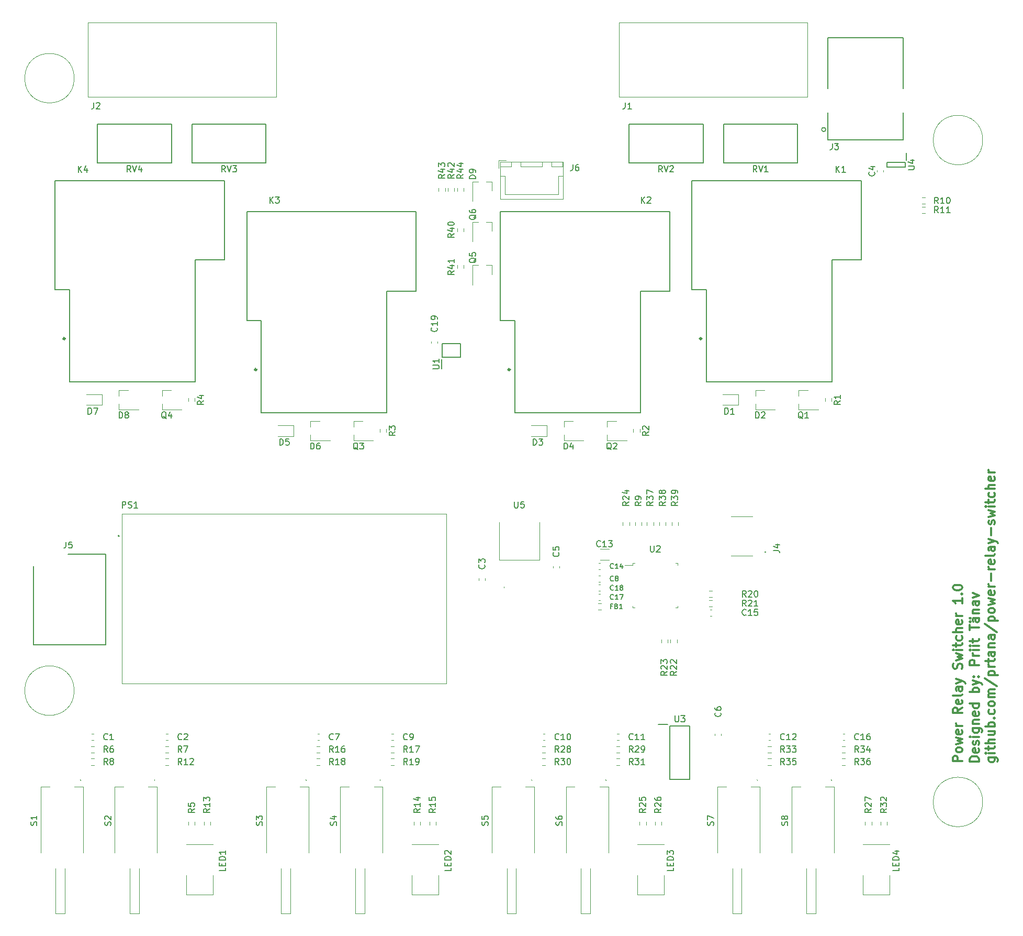
<source format=gto>
%TF.GenerationSoftware,KiCad,Pcbnew,5.1.10-88a1d61d58~90~ubuntu20.04.1*%
%TF.CreationDate,2021-10-18T00:45:22+03:00*%
%TF.ProjectId,PRS_relay_board,5052535f-7265-46c6-9179-5f626f617264,rev?*%
%TF.SameCoordinates,Original*%
%TF.FileFunction,Legend,Top*%
%TF.FilePolarity,Positive*%
%FSLAX46Y46*%
G04 Gerber Fmt 4.6, Leading zero omitted, Abs format (unit mm)*
G04 Created by KiCad (PCBNEW 5.1.10-88a1d61d58~90~ubuntu20.04.1) date 2021-10-18 00:45:22*
%MOMM*%
%LPD*%
G01*
G04 APERTURE LIST*
%ADD10C,0.300000*%
%ADD11C,0.375000*%
%ADD12C,0.120000*%
%ADD13C,0.100000*%
%ADD14C,0.150000*%
%ADD15C,0.127000*%
%ADD16C,0.200000*%
%ADD17C,0.104000*%
%ADD18C,0.254000*%
%ADD19C,2.775000*%
%ADD20C,1.800000*%
%ADD21C,3.316000*%
%ADD22C,1.428000*%
%ADD23R,1.428000X1.428000*%
%ADD24C,2.400000*%
%ADD25C,3.076000*%
%ADD26C,2.970000*%
%ADD27R,1.635000X1.635000*%
%ADD28C,1.635000*%
%ADD29R,0.450000X1.475000*%
%ADD30R,1.000000X2.750000*%
%ADD31R,5.550000X6.150000*%
%ADD32C,2.700000*%
%ADD33R,2.700000X2.700000*%
%ADD34R,1.550000X0.700000*%
%ADD35C,1.500000*%
%ADD36R,2.790000X0.740000*%
%ADD37R,0.600000X1.150000*%
%ADD38R,0.600000X0.450000*%
%ADD39R,0.800000X1.900000*%
%ADD40R,1.900000X0.800000*%
%ADD41C,2.025000*%
%ADD42O,1.700000X1.950000*%
%ADD43C,3.200000*%
G04 APERTURE END LIST*
D10*
X215403571Y-164447857D02*
X213903571Y-164447857D01*
X213903571Y-164090714D01*
X213975000Y-163876428D01*
X214117857Y-163733571D01*
X214260714Y-163662142D01*
X214546428Y-163590714D01*
X214760714Y-163590714D01*
X215046428Y-163662142D01*
X215189285Y-163733571D01*
X215332142Y-163876428D01*
X215403571Y-164090714D01*
X215403571Y-164447857D01*
X215332142Y-162376428D02*
X215403571Y-162519285D01*
X215403571Y-162805000D01*
X215332142Y-162947857D01*
X215189285Y-163019285D01*
X214617857Y-163019285D01*
X214475000Y-162947857D01*
X214403571Y-162805000D01*
X214403571Y-162519285D01*
X214475000Y-162376428D01*
X214617857Y-162305000D01*
X214760714Y-162305000D01*
X214903571Y-163019285D01*
X215332142Y-161733571D02*
X215403571Y-161590714D01*
X215403571Y-161305000D01*
X215332142Y-161162142D01*
X215189285Y-161090714D01*
X215117857Y-161090714D01*
X214975000Y-161162142D01*
X214903571Y-161305000D01*
X214903571Y-161519285D01*
X214832142Y-161662142D01*
X214689285Y-161733571D01*
X214617857Y-161733571D01*
X214475000Y-161662142D01*
X214403571Y-161519285D01*
X214403571Y-161305000D01*
X214475000Y-161162142D01*
X215403571Y-160447857D02*
X214403571Y-160447857D01*
X213903571Y-160447857D02*
X213975000Y-160519285D01*
X214046428Y-160447857D01*
X213975000Y-160376428D01*
X213903571Y-160447857D01*
X214046428Y-160447857D01*
X214403571Y-159090714D02*
X215617857Y-159090714D01*
X215760714Y-159162142D01*
X215832142Y-159233571D01*
X215903571Y-159376428D01*
X215903571Y-159590714D01*
X215832142Y-159733571D01*
X215332142Y-159090714D02*
X215403571Y-159233571D01*
X215403571Y-159519285D01*
X215332142Y-159662142D01*
X215260714Y-159733571D01*
X215117857Y-159805000D01*
X214689285Y-159805000D01*
X214546428Y-159733571D01*
X214475000Y-159662142D01*
X214403571Y-159519285D01*
X214403571Y-159233571D01*
X214475000Y-159090714D01*
X214403571Y-158376428D02*
X215403571Y-158376428D01*
X214546428Y-158376428D02*
X214475000Y-158305000D01*
X214403571Y-158162142D01*
X214403571Y-157947857D01*
X214475000Y-157805000D01*
X214617857Y-157733571D01*
X215403571Y-157733571D01*
X215332142Y-156447857D02*
X215403571Y-156590714D01*
X215403571Y-156876428D01*
X215332142Y-157019285D01*
X215189285Y-157090714D01*
X214617857Y-157090714D01*
X214475000Y-157019285D01*
X214403571Y-156876428D01*
X214403571Y-156590714D01*
X214475000Y-156447857D01*
X214617857Y-156376428D01*
X214760714Y-156376428D01*
X214903571Y-157090714D01*
X215403571Y-155090714D02*
X213903571Y-155090714D01*
X215332142Y-155090714D02*
X215403571Y-155233571D01*
X215403571Y-155519285D01*
X215332142Y-155662142D01*
X215260714Y-155733571D01*
X215117857Y-155805000D01*
X214689285Y-155805000D01*
X214546428Y-155733571D01*
X214475000Y-155662142D01*
X214403571Y-155519285D01*
X214403571Y-155233571D01*
X214475000Y-155090714D01*
X215403571Y-153233571D02*
X213903571Y-153233571D01*
X214475000Y-153233571D02*
X214403571Y-153090714D01*
X214403571Y-152805000D01*
X214475000Y-152662142D01*
X214546428Y-152590714D01*
X214689285Y-152519285D01*
X215117857Y-152519285D01*
X215260714Y-152590714D01*
X215332142Y-152662142D01*
X215403571Y-152805000D01*
X215403571Y-153090714D01*
X215332142Y-153233571D01*
X214403571Y-152019285D02*
X215403571Y-151662142D01*
X214403571Y-151305000D02*
X215403571Y-151662142D01*
X215760714Y-151805000D01*
X215832142Y-151876428D01*
X215903571Y-152019285D01*
X215260714Y-150733571D02*
X215332142Y-150662142D01*
X215403571Y-150733571D01*
X215332142Y-150805000D01*
X215260714Y-150733571D01*
X215403571Y-150733571D01*
X214475000Y-150733571D02*
X214546428Y-150662142D01*
X214617857Y-150733571D01*
X214546428Y-150805000D01*
X214475000Y-150733571D01*
X214617857Y-150733571D01*
X215403571Y-148876428D02*
X213903571Y-148876428D01*
X213903571Y-148305000D01*
X213975000Y-148162142D01*
X214046428Y-148090714D01*
X214189285Y-148019285D01*
X214403571Y-148019285D01*
X214546428Y-148090714D01*
X214617857Y-148162142D01*
X214689285Y-148305000D01*
X214689285Y-148876428D01*
X215403571Y-147376428D02*
X214403571Y-147376428D01*
X214689285Y-147376428D02*
X214546428Y-147305000D01*
X214475000Y-147233571D01*
X214403571Y-147090714D01*
X214403571Y-146947857D01*
X215403571Y-146447857D02*
X214403571Y-146447857D01*
X213903571Y-146447857D02*
X213975000Y-146519285D01*
X214046428Y-146447857D01*
X213975000Y-146376428D01*
X213903571Y-146447857D01*
X214046428Y-146447857D01*
X215403571Y-145733571D02*
X214403571Y-145733571D01*
X213903571Y-145733571D02*
X213975000Y-145805000D01*
X214046428Y-145733571D01*
X213975000Y-145662142D01*
X213903571Y-145733571D01*
X214046428Y-145733571D01*
X214403571Y-145233571D02*
X214403571Y-144662142D01*
X213903571Y-145019285D02*
X215189285Y-145019285D01*
X215332142Y-144947857D01*
X215403571Y-144805000D01*
X215403571Y-144662142D01*
X213903571Y-143233571D02*
X213903571Y-142376428D01*
X215403571Y-142805000D02*
X213903571Y-142805000D01*
X215403571Y-141233571D02*
X214617857Y-141233571D01*
X214475000Y-141305000D01*
X214403571Y-141447857D01*
X214403571Y-141733571D01*
X214475000Y-141876428D01*
X215332142Y-141233571D02*
X215403571Y-141376428D01*
X215403571Y-141733571D01*
X215332142Y-141876428D01*
X215189285Y-141947857D01*
X215046428Y-141947857D01*
X214903571Y-141876428D01*
X214832142Y-141733571D01*
X214832142Y-141376428D01*
X214760714Y-141233571D01*
X213903571Y-141876428D02*
X213975000Y-141805000D01*
X214046428Y-141876428D01*
X213975000Y-141947857D01*
X213903571Y-141876428D01*
X214046428Y-141876428D01*
X213903571Y-141305000D02*
X213975000Y-141233571D01*
X214046428Y-141305000D01*
X213975000Y-141376428D01*
X213903571Y-141305000D01*
X214046428Y-141305000D01*
X214403571Y-140519285D02*
X215403571Y-140519285D01*
X214546428Y-140519285D02*
X214475000Y-140447857D01*
X214403571Y-140305000D01*
X214403571Y-140090714D01*
X214475000Y-139947857D01*
X214617857Y-139876428D01*
X215403571Y-139876428D01*
X215403571Y-138519285D02*
X214617857Y-138519285D01*
X214475000Y-138590714D01*
X214403571Y-138733571D01*
X214403571Y-139019285D01*
X214475000Y-139162142D01*
X215332142Y-138519285D02*
X215403571Y-138662142D01*
X215403571Y-139019285D01*
X215332142Y-139162142D01*
X215189285Y-139233571D01*
X215046428Y-139233571D01*
X214903571Y-139162142D01*
X214832142Y-139019285D01*
X214832142Y-138662142D01*
X214760714Y-138519285D01*
X214403571Y-137947857D02*
X215403571Y-137590714D01*
X214403571Y-137233571D01*
X216953571Y-163805000D02*
X218167857Y-163805000D01*
X218310714Y-163876428D01*
X218382142Y-163947857D01*
X218453571Y-164090714D01*
X218453571Y-164305000D01*
X218382142Y-164447857D01*
X217882142Y-163805000D02*
X217953571Y-163947857D01*
X217953571Y-164233571D01*
X217882142Y-164376428D01*
X217810714Y-164447857D01*
X217667857Y-164519285D01*
X217239285Y-164519285D01*
X217096428Y-164447857D01*
X217025000Y-164376428D01*
X216953571Y-164233571D01*
X216953571Y-163947857D01*
X217025000Y-163805000D01*
X217953571Y-163090714D02*
X216953571Y-163090714D01*
X216453571Y-163090714D02*
X216525000Y-163162142D01*
X216596428Y-163090714D01*
X216525000Y-163019285D01*
X216453571Y-163090714D01*
X216596428Y-163090714D01*
X216953571Y-162590714D02*
X216953571Y-162019285D01*
X216453571Y-162376428D02*
X217739285Y-162376428D01*
X217882142Y-162305000D01*
X217953571Y-162162142D01*
X217953571Y-162019285D01*
X217953571Y-161519285D02*
X216453571Y-161519285D01*
X217953571Y-160876428D02*
X217167857Y-160876428D01*
X217025000Y-160947857D01*
X216953571Y-161090714D01*
X216953571Y-161305000D01*
X217025000Y-161447857D01*
X217096428Y-161519285D01*
X216953571Y-159519285D02*
X217953571Y-159519285D01*
X216953571Y-160162142D02*
X217739285Y-160162142D01*
X217882142Y-160090714D01*
X217953571Y-159947857D01*
X217953571Y-159733571D01*
X217882142Y-159590714D01*
X217810714Y-159519285D01*
X217953571Y-158805000D02*
X216453571Y-158805000D01*
X217025000Y-158805000D02*
X216953571Y-158662142D01*
X216953571Y-158376428D01*
X217025000Y-158233571D01*
X217096428Y-158162142D01*
X217239285Y-158090714D01*
X217667857Y-158090714D01*
X217810714Y-158162142D01*
X217882142Y-158233571D01*
X217953571Y-158376428D01*
X217953571Y-158662142D01*
X217882142Y-158805000D01*
X217810714Y-157447857D02*
X217882142Y-157376428D01*
X217953571Y-157447857D01*
X217882142Y-157519285D01*
X217810714Y-157447857D01*
X217953571Y-157447857D01*
X217882142Y-156090714D02*
X217953571Y-156233571D01*
X217953571Y-156519285D01*
X217882142Y-156662142D01*
X217810714Y-156733571D01*
X217667857Y-156805000D01*
X217239285Y-156805000D01*
X217096428Y-156733571D01*
X217025000Y-156662142D01*
X216953571Y-156519285D01*
X216953571Y-156233571D01*
X217025000Y-156090714D01*
X217953571Y-155233571D02*
X217882142Y-155376428D01*
X217810714Y-155447857D01*
X217667857Y-155519285D01*
X217239285Y-155519285D01*
X217096428Y-155447857D01*
X217025000Y-155376428D01*
X216953571Y-155233571D01*
X216953571Y-155019285D01*
X217025000Y-154876428D01*
X217096428Y-154805000D01*
X217239285Y-154733571D01*
X217667857Y-154733571D01*
X217810714Y-154805000D01*
X217882142Y-154876428D01*
X217953571Y-155019285D01*
X217953571Y-155233571D01*
X217953571Y-154090714D02*
X216953571Y-154090714D01*
X217096428Y-154090714D02*
X217025000Y-154019285D01*
X216953571Y-153876428D01*
X216953571Y-153662142D01*
X217025000Y-153519285D01*
X217167857Y-153447857D01*
X217953571Y-153447857D01*
X217167857Y-153447857D02*
X217025000Y-153376428D01*
X216953571Y-153233571D01*
X216953571Y-153019285D01*
X217025000Y-152876428D01*
X217167857Y-152805000D01*
X217953571Y-152805000D01*
X216382142Y-151019285D02*
X218310714Y-152305000D01*
X216953571Y-150519285D02*
X218453571Y-150519285D01*
X217025000Y-150519285D02*
X216953571Y-150376428D01*
X216953571Y-150090714D01*
X217025000Y-149947857D01*
X217096428Y-149876428D01*
X217239285Y-149805000D01*
X217667857Y-149805000D01*
X217810714Y-149876428D01*
X217882142Y-149947857D01*
X217953571Y-150090714D01*
X217953571Y-150376428D01*
X217882142Y-150519285D01*
X217953571Y-149162142D02*
X216953571Y-149162142D01*
X217239285Y-149162142D02*
X217096428Y-149090714D01*
X217025000Y-149019285D01*
X216953571Y-148876428D01*
X216953571Y-148733571D01*
X216953571Y-148447857D02*
X216953571Y-147876428D01*
X216453571Y-148233571D02*
X217739285Y-148233571D01*
X217882142Y-148162142D01*
X217953571Y-148019285D01*
X217953571Y-147876428D01*
X217953571Y-146733571D02*
X217167857Y-146733571D01*
X217025000Y-146805000D01*
X216953571Y-146947857D01*
X216953571Y-147233571D01*
X217025000Y-147376428D01*
X217882142Y-146733571D02*
X217953571Y-146876428D01*
X217953571Y-147233571D01*
X217882142Y-147376428D01*
X217739285Y-147447857D01*
X217596428Y-147447857D01*
X217453571Y-147376428D01*
X217382142Y-147233571D01*
X217382142Y-146876428D01*
X217310714Y-146733571D01*
X216953571Y-146019285D02*
X217953571Y-146019285D01*
X217096428Y-146019285D02*
X217025000Y-145947857D01*
X216953571Y-145805000D01*
X216953571Y-145590714D01*
X217025000Y-145447857D01*
X217167857Y-145376428D01*
X217953571Y-145376428D01*
X217953571Y-144019285D02*
X217167857Y-144019285D01*
X217025000Y-144090714D01*
X216953571Y-144233571D01*
X216953571Y-144519285D01*
X217025000Y-144662142D01*
X217882142Y-144019285D02*
X217953571Y-144162142D01*
X217953571Y-144519285D01*
X217882142Y-144662142D01*
X217739285Y-144733571D01*
X217596428Y-144733571D01*
X217453571Y-144662142D01*
X217382142Y-144519285D01*
X217382142Y-144162142D01*
X217310714Y-144019285D01*
X216382142Y-142233571D02*
X218310714Y-143519285D01*
X216953571Y-141733571D02*
X218453571Y-141733571D01*
X217025000Y-141733571D02*
X216953571Y-141590714D01*
X216953571Y-141305000D01*
X217025000Y-141162142D01*
X217096428Y-141090714D01*
X217239285Y-141019285D01*
X217667857Y-141019285D01*
X217810714Y-141090714D01*
X217882142Y-141162142D01*
X217953571Y-141305000D01*
X217953571Y-141590714D01*
X217882142Y-141733571D01*
X217953571Y-140162142D02*
X217882142Y-140305000D01*
X217810714Y-140376428D01*
X217667857Y-140447857D01*
X217239285Y-140447857D01*
X217096428Y-140376428D01*
X217025000Y-140305000D01*
X216953571Y-140162142D01*
X216953571Y-139947857D01*
X217025000Y-139805000D01*
X217096428Y-139733571D01*
X217239285Y-139662142D01*
X217667857Y-139662142D01*
X217810714Y-139733571D01*
X217882142Y-139805000D01*
X217953571Y-139947857D01*
X217953571Y-140162142D01*
X216953571Y-139162142D02*
X217953571Y-138876428D01*
X217239285Y-138590714D01*
X217953571Y-138305000D01*
X216953571Y-138019285D01*
X217882142Y-136876428D02*
X217953571Y-137019285D01*
X217953571Y-137305000D01*
X217882142Y-137447857D01*
X217739285Y-137519285D01*
X217167857Y-137519285D01*
X217025000Y-137447857D01*
X216953571Y-137305000D01*
X216953571Y-137019285D01*
X217025000Y-136876428D01*
X217167857Y-136805000D01*
X217310714Y-136805000D01*
X217453571Y-137519285D01*
X217953571Y-136162142D02*
X216953571Y-136162142D01*
X217239285Y-136162142D02*
X217096428Y-136090714D01*
X217025000Y-136019285D01*
X216953571Y-135876428D01*
X216953571Y-135733571D01*
X217382142Y-135233571D02*
X217382142Y-134090714D01*
X217953571Y-133376428D02*
X216953571Y-133376428D01*
X217239285Y-133376428D02*
X217096428Y-133305000D01*
X217025000Y-133233571D01*
X216953571Y-133090714D01*
X216953571Y-132947857D01*
X217882142Y-131876428D02*
X217953571Y-132019285D01*
X217953571Y-132305000D01*
X217882142Y-132447857D01*
X217739285Y-132519285D01*
X217167857Y-132519285D01*
X217025000Y-132447857D01*
X216953571Y-132305000D01*
X216953571Y-132019285D01*
X217025000Y-131876428D01*
X217167857Y-131805000D01*
X217310714Y-131805000D01*
X217453571Y-132519285D01*
X217953571Y-130947857D02*
X217882142Y-131090714D01*
X217739285Y-131162142D01*
X216453571Y-131162142D01*
X217953571Y-129733571D02*
X217167857Y-129733571D01*
X217025000Y-129805000D01*
X216953571Y-129947857D01*
X216953571Y-130233571D01*
X217025000Y-130376428D01*
X217882142Y-129733571D02*
X217953571Y-129876428D01*
X217953571Y-130233571D01*
X217882142Y-130376428D01*
X217739285Y-130447857D01*
X217596428Y-130447857D01*
X217453571Y-130376428D01*
X217382142Y-130233571D01*
X217382142Y-129876428D01*
X217310714Y-129733571D01*
X216953571Y-129162142D02*
X217953571Y-128805000D01*
X216953571Y-128447857D02*
X217953571Y-128805000D01*
X218310714Y-128947857D01*
X218382142Y-129019285D01*
X218453571Y-129162142D01*
X217382142Y-127876428D02*
X217382142Y-126733571D01*
X217882142Y-126090714D02*
X217953571Y-125947857D01*
X217953571Y-125662142D01*
X217882142Y-125519285D01*
X217739285Y-125447857D01*
X217667857Y-125447857D01*
X217525000Y-125519285D01*
X217453571Y-125662142D01*
X217453571Y-125876428D01*
X217382142Y-126019285D01*
X217239285Y-126090714D01*
X217167857Y-126090714D01*
X217025000Y-126019285D01*
X216953571Y-125876428D01*
X216953571Y-125662142D01*
X217025000Y-125519285D01*
X216953571Y-124947857D02*
X217953571Y-124662142D01*
X217239285Y-124376428D01*
X217953571Y-124090714D01*
X216953571Y-123805000D01*
X217953571Y-123233571D02*
X216953571Y-123233571D01*
X216453571Y-123233571D02*
X216525000Y-123305000D01*
X216596428Y-123233571D01*
X216525000Y-123162142D01*
X216453571Y-123233571D01*
X216596428Y-123233571D01*
X216953571Y-122733571D02*
X216953571Y-122162142D01*
X216453571Y-122519285D02*
X217739285Y-122519285D01*
X217882142Y-122447857D01*
X217953571Y-122304999D01*
X217953571Y-122162142D01*
X217882142Y-121019285D02*
X217953571Y-121162142D01*
X217953571Y-121447857D01*
X217882142Y-121590714D01*
X217810714Y-121662142D01*
X217667857Y-121733571D01*
X217239285Y-121733571D01*
X217096428Y-121662142D01*
X217025000Y-121590714D01*
X216953571Y-121447857D01*
X216953571Y-121162142D01*
X217025000Y-121019285D01*
X217953571Y-120376428D02*
X216453571Y-120376428D01*
X217953571Y-119733571D02*
X217167857Y-119733571D01*
X217025000Y-119805000D01*
X216953571Y-119947857D01*
X216953571Y-120162142D01*
X217025000Y-120305000D01*
X217096428Y-120376428D01*
X217882142Y-118447857D02*
X217953571Y-118590714D01*
X217953571Y-118876428D01*
X217882142Y-119019285D01*
X217739285Y-119090714D01*
X217167857Y-119090714D01*
X217025000Y-119019285D01*
X216953571Y-118876428D01*
X216953571Y-118590714D01*
X217025000Y-118447857D01*
X217167857Y-118376428D01*
X217310714Y-118376428D01*
X217453571Y-119090714D01*
X217953571Y-117733571D02*
X216953571Y-117733571D01*
X217239285Y-117733571D02*
X217096428Y-117662142D01*
X217025000Y-117590714D01*
X216953571Y-117447857D01*
X216953571Y-117305000D01*
D11*
X212678571Y-164399107D02*
X211178571Y-164399107D01*
X211178571Y-163827678D01*
X211250000Y-163684821D01*
X211321428Y-163613392D01*
X211464285Y-163541964D01*
X211678571Y-163541964D01*
X211821428Y-163613392D01*
X211892857Y-163684821D01*
X211964285Y-163827678D01*
X211964285Y-164399107D01*
X212678571Y-162684821D02*
X212607142Y-162827678D01*
X212535714Y-162899107D01*
X212392857Y-162970535D01*
X211964285Y-162970535D01*
X211821428Y-162899107D01*
X211750000Y-162827678D01*
X211678571Y-162684821D01*
X211678571Y-162470535D01*
X211750000Y-162327678D01*
X211821428Y-162256250D01*
X211964285Y-162184821D01*
X212392857Y-162184821D01*
X212535714Y-162256250D01*
X212607142Y-162327678D01*
X212678571Y-162470535D01*
X212678571Y-162684821D01*
X211678571Y-161684821D02*
X212678571Y-161399107D01*
X211964285Y-161113392D01*
X212678571Y-160827678D01*
X211678571Y-160541964D01*
X212607142Y-159399107D02*
X212678571Y-159541964D01*
X212678571Y-159827678D01*
X212607142Y-159970535D01*
X212464285Y-160041964D01*
X211892857Y-160041964D01*
X211750000Y-159970535D01*
X211678571Y-159827678D01*
X211678571Y-159541964D01*
X211750000Y-159399107D01*
X211892857Y-159327678D01*
X212035714Y-159327678D01*
X212178571Y-160041964D01*
X212678571Y-158684821D02*
X211678571Y-158684821D01*
X211964285Y-158684821D02*
X211821428Y-158613392D01*
X211750000Y-158541964D01*
X211678571Y-158399107D01*
X211678571Y-158256250D01*
X212678571Y-155756250D02*
X211964285Y-156256250D01*
X212678571Y-156613392D02*
X211178571Y-156613392D01*
X211178571Y-156041964D01*
X211250000Y-155899107D01*
X211321428Y-155827678D01*
X211464285Y-155756250D01*
X211678571Y-155756250D01*
X211821428Y-155827678D01*
X211892857Y-155899107D01*
X211964285Y-156041964D01*
X211964285Y-156613392D01*
X212607142Y-154541964D02*
X212678571Y-154684821D01*
X212678571Y-154970535D01*
X212607142Y-155113392D01*
X212464285Y-155184821D01*
X211892857Y-155184821D01*
X211750000Y-155113392D01*
X211678571Y-154970535D01*
X211678571Y-154684821D01*
X211750000Y-154541964D01*
X211892857Y-154470535D01*
X212035714Y-154470535D01*
X212178571Y-155184821D01*
X212678571Y-153613392D02*
X212607142Y-153756250D01*
X212464285Y-153827678D01*
X211178571Y-153827678D01*
X212678571Y-152399107D02*
X211892857Y-152399107D01*
X211750000Y-152470535D01*
X211678571Y-152613392D01*
X211678571Y-152899107D01*
X211750000Y-153041964D01*
X212607142Y-152399107D02*
X212678571Y-152541964D01*
X212678571Y-152899107D01*
X212607142Y-153041964D01*
X212464285Y-153113392D01*
X212321428Y-153113392D01*
X212178571Y-153041964D01*
X212107142Y-152899107D01*
X212107142Y-152541964D01*
X212035714Y-152399107D01*
X211678571Y-151827678D02*
X212678571Y-151470535D01*
X211678571Y-151113392D02*
X212678571Y-151470535D01*
X213035714Y-151613392D01*
X213107142Y-151684821D01*
X213178571Y-151827678D01*
X212607142Y-149470535D02*
X212678571Y-149256250D01*
X212678571Y-148899107D01*
X212607142Y-148756250D01*
X212535714Y-148684821D01*
X212392857Y-148613392D01*
X212250000Y-148613392D01*
X212107142Y-148684821D01*
X212035714Y-148756250D01*
X211964285Y-148899107D01*
X211892857Y-149184821D01*
X211821428Y-149327678D01*
X211750000Y-149399107D01*
X211607142Y-149470535D01*
X211464285Y-149470535D01*
X211321428Y-149399107D01*
X211250000Y-149327678D01*
X211178571Y-149184821D01*
X211178571Y-148827678D01*
X211250000Y-148613392D01*
X211678571Y-148113392D02*
X212678571Y-147827678D01*
X211964285Y-147541964D01*
X212678571Y-147256250D01*
X211678571Y-146970535D01*
X212678571Y-146399107D02*
X211678571Y-146399107D01*
X211178571Y-146399107D02*
X211250000Y-146470535D01*
X211321428Y-146399107D01*
X211250000Y-146327678D01*
X211178571Y-146399107D01*
X211321428Y-146399107D01*
X211678571Y-145899107D02*
X211678571Y-145327678D01*
X211178571Y-145684821D02*
X212464285Y-145684821D01*
X212607142Y-145613392D01*
X212678571Y-145470535D01*
X212678571Y-145327678D01*
X212607142Y-144184821D02*
X212678571Y-144327678D01*
X212678571Y-144613392D01*
X212607142Y-144756250D01*
X212535714Y-144827678D01*
X212392857Y-144899107D01*
X211964285Y-144899107D01*
X211821428Y-144827678D01*
X211750000Y-144756250D01*
X211678571Y-144613392D01*
X211678571Y-144327678D01*
X211750000Y-144184821D01*
X212678571Y-143541964D02*
X211178571Y-143541964D01*
X212678571Y-142899107D02*
X211892857Y-142899107D01*
X211750000Y-142970535D01*
X211678571Y-143113392D01*
X211678571Y-143327678D01*
X211750000Y-143470535D01*
X211821428Y-143541964D01*
X212607142Y-141613392D02*
X212678571Y-141756250D01*
X212678571Y-142041964D01*
X212607142Y-142184821D01*
X212464285Y-142256250D01*
X211892857Y-142256250D01*
X211750000Y-142184821D01*
X211678571Y-142041964D01*
X211678571Y-141756250D01*
X211750000Y-141613392D01*
X211892857Y-141541964D01*
X212035714Y-141541964D01*
X212178571Y-142256250D01*
X212678571Y-140899107D02*
X211678571Y-140899107D01*
X211964285Y-140899107D02*
X211821428Y-140827678D01*
X211750000Y-140756250D01*
X211678571Y-140613392D01*
X211678571Y-140470535D01*
X212678571Y-138041964D02*
X212678571Y-138899107D01*
X212678571Y-138470535D02*
X211178571Y-138470535D01*
X211392857Y-138613392D01*
X211535714Y-138756250D01*
X211607142Y-138899107D01*
X212535714Y-137399107D02*
X212607142Y-137327678D01*
X212678571Y-137399107D01*
X212607142Y-137470535D01*
X212535714Y-137399107D01*
X212678571Y-137399107D01*
X211178571Y-136399107D02*
X211178571Y-136256250D01*
X211250000Y-136113392D01*
X211321428Y-136041964D01*
X211464285Y-135970535D01*
X211750000Y-135899107D01*
X212107142Y-135899107D01*
X212392857Y-135970535D01*
X212535714Y-136041964D01*
X212607142Y-136113392D01*
X212678571Y-136256250D01*
X212678571Y-136399107D01*
X212607142Y-136541964D01*
X212535714Y-136613392D01*
X212392857Y-136684821D01*
X212107142Y-136756250D01*
X211750000Y-136756250D01*
X211464285Y-136684821D01*
X211321428Y-136613392D01*
X211250000Y-136541964D01*
X211178571Y-136399107D01*
D12*
X216000000Y-171000000D02*
G75*
G03*
X216000000Y-171000000I-4000000J0D01*
G01*
X69000000Y-153000000D02*
G75*
G03*
X69000000Y-153000000I-4000000J0D01*
G01*
X216000000Y-64000000D02*
G75*
G03*
X216000000Y-64000000I-4000000J0D01*
G01*
X69000000Y-54000000D02*
G75*
G03*
X69000000Y-54000000I-4000000J0D01*
G01*
D13*
%TO.C,S8*%
X191500000Y-167400000D02*
G75*
G02*
X191500000Y-167500000I0J-50000D01*
G01*
X191500000Y-167500000D02*
G75*
G02*
X191500000Y-167400000I0J50000D01*
G01*
X191500000Y-167400000D02*
X191500000Y-167400000D01*
X191500000Y-167500000D02*
X191500000Y-167500000D01*
X185070000Y-168500000D02*
X186500000Y-168500000D01*
X185070000Y-179200000D02*
X185070000Y-168500000D01*
X191930000Y-168500000D02*
X190500000Y-168500000D01*
X191930000Y-179200000D02*
X191930000Y-168500000D01*
X187500000Y-189010000D02*
X187500000Y-181700000D01*
X189000000Y-189010000D02*
X187500000Y-189010000D01*
X189000000Y-181700000D02*
X189000000Y-189010000D01*
%TO.C,S7*%
X179500000Y-167400000D02*
G75*
G02*
X179500000Y-167500000I0J-50000D01*
G01*
X179500000Y-167500000D02*
G75*
G02*
X179500000Y-167400000I0J50000D01*
G01*
X179500000Y-167400000D02*
X179500000Y-167400000D01*
X179500000Y-167500000D02*
X179500000Y-167500000D01*
X173070000Y-168500000D02*
X174500000Y-168500000D01*
X173070000Y-179200000D02*
X173070000Y-168500000D01*
X179930000Y-168500000D02*
X178500000Y-168500000D01*
X179930000Y-179200000D02*
X179930000Y-168500000D01*
X175500000Y-189010000D02*
X175500000Y-181700000D01*
X177000000Y-189010000D02*
X175500000Y-189010000D01*
X177000000Y-181700000D02*
X177000000Y-189010000D01*
%TO.C,S6*%
X155000000Y-167400000D02*
G75*
G02*
X155000000Y-167500000I0J-50000D01*
G01*
X155000000Y-167500000D02*
G75*
G02*
X155000000Y-167400000I0J50000D01*
G01*
X155000000Y-167400000D02*
X155000000Y-167400000D01*
X155000000Y-167500000D02*
X155000000Y-167500000D01*
X148570000Y-168500000D02*
X150000000Y-168500000D01*
X148570000Y-179200000D02*
X148570000Y-168500000D01*
X155430000Y-168500000D02*
X154000000Y-168500000D01*
X155430000Y-179200000D02*
X155430000Y-168500000D01*
X151000000Y-189010000D02*
X151000000Y-181700000D01*
X152500000Y-189010000D02*
X151000000Y-189010000D01*
X152500000Y-181700000D02*
X152500000Y-189010000D01*
%TO.C,S5*%
X143000000Y-167400000D02*
G75*
G02*
X143000000Y-167500000I0J-50000D01*
G01*
X143000000Y-167500000D02*
G75*
G02*
X143000000Y-167400000I0J50000D01*
G01*
X143000000Y-167400000D02*
X143000000Y-167400000D01*
X143000000Y-167500000D02*
X143000000Y-167500000D01*
X136570000Y-168500000D02*
X138000000Y-168500000D01*
X136570000Y-179200000D02*
X136570000Y-168500000D01*
X143430000Y-168500000D02*
X142000000Y-168500000D01*
X143430000Y-179200000D02*
X143430000Y-168500000D01*
X139000000Y-189010000D02*
X139000000Y-181700000D01*
X140500000Y-189010000D02*
X139000000Y-189010000D01*
X140500000Y-181700000D02*
X140500000Y-189010000D01*
%TO.C,S4*%
X118500000Y-167400000D02*
G75*
G02*
X118500000Y-167500000I0J-50000D01*
G01*
X118500000Y-167500000D02*
G75*
G02*
X118500000Y-167400000I0J50000D01*
G01*
X118500000Y-167400000D02*
X118500000Y-167400000D01*
X118500000Y-167500000D02*
X118500000Y-167500000D01*
X112070000Y-168500000D02*
X113500000Y-168500000D01*
X112070000Y-179200000D02*
X112070000Y-168500000D01*
X118930000Y-168500000D02*
X117500000Y-168500000D01*
X118930000Y-179200000D02*
X118930000Y-168500000D01*
X114500000Y-189010000D02*
X114500000Y-181700000D01*
X116000000Y-189010000D02*
X114500000Y-189010000D01*
X116000000Y-181700000D02*
X116000000Y-189010000D01*
%TO.C,S3*%
X106500000Y-167400000D02*
G75*
G02*
X106500000Y-167500000I0J-50000D01*
G01*
X106500000Y-167500000D02*
G75*
G02*
X106500000Y-167400000I0J50000D01*
G01*
X106500000Y-167400000D02*
X106500000Y-167400000D01*
X106500000Y-167500000D02*
X106500000Y-167500000D01*
X100070000Y-168500000D02*
X101500000Y-168500000D01*
X100070000Y-179200000D02*
X100070000Y-168500000D01*
X106930000Y-168500000D02*
X105500000Y-168500000D01*
X106930000Y-179200000D02*
X106930000Y-168500000D01*
X102500000Y-189010000D02*
X102500000Y-181700000D01*
X104000000Y-189010000D02*
X102500000Y-189010000D01*
X104000000Y-181700000D02*
X104000000Y-189010000D01*
%TO.C,S2*%
X82000000Y-167400000D02*
G75*
G02*
X82000000Y-167500000I0J-50000D01*
G01*
X82000000Y-167500000D02*
G75*
G02*
X82000000Y-167400000I0J50000D01*
G01*
X82000000Y-167400000D02*
X82000000Y-167400000D01*
X82000000Y-167500000D02*
X82000000Y-167500000D01*
X75570000Y-168500000D02*
X77000000Y-168500000D01*
X75570000Y-179200000D02*
X75570000Y-168500000D01*
X82430000Y-168500000D02*
X81000000Y-168500000D01*
X82430000Y-179200000D02*
X82430000Y-168500000D01*
X78000000Y-189010000D02*
X78000000Y-181700000D01*
X79500000Y-189010000D02*
X78000000Y-189010000D01*
X79500000Y-181700000D02*
X79500000Y-189010000D01*
%TO.C,S1*%
X70000000Y-167400000D02*
G75*
G02*
X70000000Y-167500000I0J-50000D01*
G01*
X70000000Y-167500000D02*
G75*
G02*
X70000000Y-167400000I0J50000D01*
G01*
X70000000Y-167400000D02*
X70000000Y-167400000D01*
X70000000Y-167500000D02*
X70000000Y-167500000D01*
X63570000Y-168500000D02*
X65000000Y-168500000D01*
X63570000Y-179200000D02*
X63570000Y-168500000D01*
X70430000Y-168500000D02*
X69000000Y-168500000D01*
X70430000Y-179200000D02*
X70430000Y-168500000D01*
X66000000Y-189010000D02*
X66000000Y-181700000D01*
X67500000Y-189010000D02*
X66000000Y-189010000D01*
X67500000Y-181700000D02*
X67500000Y-189010000D01*
D14*
%TO.C,RV4*%
X72750000Y-67700000D02*
X84750000Y-67700000D01*
X72750000Y-61400000D02*
X84750000Y-61400000D01*
X84750000Y-61400000D02*
X84750000Y-67700000D01*
X72750000Y-61400000D02*
X72750000Y-67700000D01*
%TO.C,RV3*%
X88050000Y-67700000D02*
X100050000Y-67700000D01*
X88050000Y-61400000D02*
X100050000Y-61400000D01*
X100050000Y-61400000D02*
X100050000Y-67700000D01*
X88050000Y-61400000D02*
X88050000Y-67700000D01*
%TO.C,RV2*%
X158750000Y-67700000D02*
X170750000Y-67700000D01*
X158750000Y-61400000D02*
X170750000Y-61400000D01*
X170750000Y-61400000D02*
X170750000Y-67700000D01*
X158750000Y-61400000D02*
X158750000Y-67700000D01*
%TO.C,RV1*%
X174050000Y-67700000D02*
X186050000Y-67700000D01*
X174050000Y-61400000D02*
X186050000Y-61400000D01*
X186050000Y-61400000D02*
X186050000Y-67700000D01*
X174050000Y-61400000D02*
X174050000Y-67700000D01*
D12*
%TO.C,R44*%
X130977500Y-72254724D02*
X130977500Y-71745276D01*
X132022500Y-72254724D02*
X132022500Y-71745276D01*
D15*
%TO.C,J3*%
X203120000Y-59560000D02*
X203120000Y-63930000D01*
X203120000Y-63930000D02*
X190920000Y-63930000D01*
X190920000Y-63930000D02*
X190920000Y-59560000D01*
X203120000Y-55690000D02*
X203120000Y-47430000D01*
X203120000Y-47430000D02*
X190920000Y-47430000D01*
X190920000Y-47430000D02*
X190920000Y-55690000D01*
X190598937Y-62300000D02*
G75*
G03*
X190598937Y-62300000I-328937J0D01*
G01*
D13*
%TO.C,J2*%
X71190000Y-45000000D02*
X101670000Y-45000000D01*
X101670000Y-45000000D02*
X101670000Y-57000000D01*
X101670000Y-57000000D02*
X71190000Y-57000000D01*
X71190000Y-57000000D02*
X71190000Y-45000000D01*
%TO.C,J1*%
X157190000Y-45000000D02*
X187670000Y-45000000D01*
X187670000Y-45000000D02*
X187670000Y-57000000D01*
X187670000Y-57000000D02*
X157190000Y-57000000D01*
X157190000Y-57000000D02*
X157190000Y-45000000D01*
D10*
%TO.C,K4*%
X67525000Y-96100000D02*
G75*
G03*
X67525000Y-96100000I-150000J0D01*
G01*
D15*
X88605000Y-83400000D02*
X88605000Y-103110000D01*
X93350000Y-83400000D02*
X88605000Y-83400000D01*
X68285000Y-88200000D02*
X68285000Y-103110000D01*
X65920000Y-88200000D02*
X68285000Y-88200000D01*
X68285000Y-103110000D02*
X88605000Y-103110000D01*
X93350000Y-83400000D02*
X93350000Y-70600000D01*
X93350000Y-70600000D02*
X65920000Y-70600000D01*
X65920000Y-70600000D02*
X65920000Y-88200000D01*
D10*
%TO.C,K3*%
X98525000Y-101100000D02*
G75*
G03*
X98525000Y-101100000I-150000J0D01*
G01*
D15*
X119605000Y-88400000D02*
X119605000Y-108110000D01*
X124350000Y-88400000D02*
X119605000Y-88400000D01*
X99285000Y-93200000D02*
X99285000Y-108110000D01*
X96920000Y-93200000D02*
X99285000Y-93200000D01*
X99285000Y-108110000D02*
X119605000Y-108110000D01*
X124350000Y-88400000D02*
X124350000Y-75600000D01*
X124350000Y-75600000D02*
X96920000Y-75600000D01*
X96920000Y-75600000D02*
X96920000Y-93200000D01*
D10*
%TO.C,K2*%
X139525000Y-101100000D02*
G75*
G03*
X139525000Y-101100000I-150000J0D01*
G01*
D15*
X160605000Y-88400000D02*
X160605000Y-108110000D01*
X165350000Y-88400000D02*
X160605000Y-88400000D01*
X140285000Y-93200000D02*
X140285000Y-108110000D01*
X137920000Y-93200000D02*
X140285000Y-93200000D01*
X140285000Y-108110000D02*
X160605000Y-108110000D01*
X165350000Y-88400000D02*
X165350000Y-75600000D01*
X165350000Y-75600000D02*
X137920000Y-75600000D01*
X137920000Y-75600000D02*
X137920000Y-93200000D01*
D10*
%TO.C,K1*%
X170525000Y-96100000D02*
G75*
G03*
X170525000Y-96100000I-150000J0D01*
G01*
D15*
X191605000Y-83400000D02*
X191605000Y-103110000D01*
X196350000Y-83400000D02*
X191605000Y-83400000D01*
X171285000Y-88200000D02*
X171285000Y-103110000D01*
X168920000Y-88200000D02*
X171285000Y-88200000D01*
X171285000Y-103110000D02*
X191605000Y-103110000D01*
X196350000Y-83400000D02*
X196350000Y-70600000D01*
X196350000Y-70600000D02*
X168920000Y-70600000D01*
X168920000Y-70600000D02*
X168920000Y-88200000D01*
D16*
%TO.C,U1*%
X128450000Y-100950000D02*
X128450000Y-99475000D01*
X131500000Y-99125000D02*
X128500000Y-99125000D01*
X131500000Y-96875000D02*
X131500000Y-99125000D01*
X128500000Y-96875000D02*
X131500000Y-96875000D01*
X128500000Y-99125000D02*
X128500000Y-96875000D01*
D17*
%TO.C,U5*%
X138556000Y-136353000D02*
G75*
G02*
X138556000Y-136249000I0J52000D01*
G01*
X138556000Y-136249000D02*
G75*
G02*
X138556000Y-136353000I0J-52000D01*
G01*
X138556000Y-136249000D02*
X138556000Y-136249000D01*
X138556000Y-136353000D02*
X138556000Y-136353000D01*
D13*
X144250000Y-131900000D02*
X144250000Y-125800000D01*
X137750000Y-131900000D02*
X144250000Y-131900000D01*
X137750000Y-125800000D02*
X137750000Y-131900000D01*
D16*
%TO.C,J5*%
X74100000Y-130920000D02*
X68000000Y-130920000D01*
X74100000Y-145580000D02*
X74100000Y-130920000D01*
X62400000Y-145580000D02*
X74100000Y-145580000D01*
X62400000Y-132920000D02*
X62400000Y-145580000D01*
%TO.C,U3*%
X163500000Y-158490000D02*
X165050000Y-158490000D01*
X165400000Y-167325000D02*
X165400000Y-158675000D01*
X168600000Y-167325000D02*
X165400000Y-167325000D01*
X168600000Y-158675000D02*
X168600000Y-167325000D01*
X165400000Y-158675000D02*
X168600000Y-158675000D01*
D13*
%TO.C,LED4*%
X196610000Y-177810000D02*
X200930000Y-177810000D01*
X200930000Y-185940000D02*
X200930000Y-182875000D01*
X196610000Y-185940000D02*
X200930000Y-185940000D01*
X196610000Y-185875000D02*
X196610000Y-185940000D01*
X196610000Y-182875000D02*
X196610000Y-185875000D01*
%TO.C,LED3*%
X160110000Y-177810000D02*
X164430000Y-177810000D01*
X164430000Y-185940000D02*
X164430000Y-182875000D01*
X160110000Y-185940000D02*
X164430000Y-185940000D01*
X160110000Y-185875000D02*
X160110000Y-185940000D01*
X160110000Y-182875000D02*
X160110000Y-185875000D01*
%TO.C,LED2*%
X123610000Y-177810000D02*
X127930000Y-177810000D01*
X127930000Y-185940000D02*
X127930000Y-182875000D01*
X123610000Y-185940000D02*
X127930000Y-185940000D01*
X123610000Y-185875000D02*
X123610000Y-185940000D01*
X123610000Y-182875000D02*
X123610000Y-185875000D01*
%TO.C,LED1*%
X87110000Y-177810000D02*
X91430000Y-177810000D01*
X91430000Y-185940000D02*
X91430000Y-182875000D01*
X87110000Y-185940000D02*
X91430000Y-185940000D01*
X87110000Y-185875000D02*
X87110000Y-185940000D01*
X87110000Y-182875000D02*
X87110000Y-185875000D01*
%TO.C,J4*%
X175285000Y-124825000D02*
X178715000Y-124825000D01*
X178715000Y-131175000D02*
X175285000Y-131175000D01*
D18*
X180835000Y-130590000D02*
G75*
G03*
X180835000Y-130590000I-50000J0D01*
G01*
D16*
%TO.C,U4*%
X203600000Y-66125000D02*
X203600000Y-67275000D01*
X200538000Y-67625000D02*
X203462000Y-67625000D01*
X200538000Y-68375000D02*
X200538000Y-67625000D01*
X203462000Y-68375000D02*
X200538000Y-68375000D01*
X203462000Y-67625000D02*
X203462000Y-68375000D01*
D12*
%TO.C,C13*%
X155511252Y-131910000D02*
X154088748Y-131910000D01*
X155511252Y-130090000D02*
X154088748Y-130090000D01*
%TO.C,D7*%
X73500000Y-106850000D02*
X73500000Y-105150000D01*
X73500000Y-105150000D02*
X70950000Y-105150000D01*
X73500000Y-106850000D02*
X70950000Y-106850000D01*
%TO.C,D5*%
X104500000Y-111850000D02*
X104500000Y-110150000D01*
X104500000Y-110150000D02*
X101950000Y-110150000D01*
X104500000Y-111850000D02*
X101950000Y-111850000D01*
%TO.C,D3*%
X145500000Y-111850000D02*
X145500000Y-110150000D01*
X145500000Y-110150000D02*
X142950000Y-110150000D01*
X145500000Y-111850000D02*
X142950000Y-111850000D01*
%TO.C,D1*%
X176500000Y-106850000D02*
X176500000Y-105150000D01*
X176500000Y-105150000D02*
X173950000Y-105150000D01*
X176500000Y-106850000D02*
X173950000Y-106850000D01*
%TO.C,U2*%
X159390000Y-132690000D02*
X158075000Y-132690000D01*
X159390000Y-132390000D02*
X159390000Y-132690000D01*
X159690000Y-132390000D02*
X159390000Y-132390000D01*
X166610000Y-132390000D02*
X166610000Y-132690000D01*
X166310000Y-132390000D02*
X166610000Y-132390000D01*
X159390000Y-139610000D02*
X159390000Y-139310000D01*
X159690000Y-139610000D02*
X159390000Y-139610000D01*
X166610000Y-139610000D02*
X166610000Y-139310000D01*
X166310000Y-139610000D02*
X166610000Y-139610000D01*
%TO.C,R43*%
X127977500Y-72254724D02*
X127977500Y-71745276D01*
X129022500Y-72254724D02*
X129022500Y-71745276D01*
%TO.C,R42*%
X130522500Y-71745276D02*
X130522500Y-72254724D01*
X129477500Y-71745276D02*
X129477500Y-72254724D01*
%TO.C,R41*%
X132022500Y-84245276D02*
X132022500Y-84754724D01*
X130977500Y-84245276D02*
X130977500Y-84754724D01*
%TO.C,R40*%
X132022500Y-78245276D02*
X132022500Y-78754724D01*
X130977500Y-78245276D02*
X130977500Y-78754724D01*
%TO.C,R39*%
X166722500Y-125745276D02*
X166722500Y-126254724D01*
X165677500Y-125745276D02*
X165677500Y-126254724D01*
%TO.C,R38*%
X164722500Y-125745276D02*
X164722500Y-126254724D01*
X163677500Y-125745276D02*
X163677500Y-126254724D01*
%TO.C,R37*%
X162722500Y-125745276D02*
X162722500Y-126254724D01*
X161677500Y-125745276D02*
X161677500Y-126254724D01*
%TO.C,R36*%
X193245276Y-163977500D02*
X193754724Y-163977500D01*
X193245276Y-165022500D02*
X193754724Y-165022500D01*
%TO.C,R35*%
X181245276Y-163977500D02*
X181754724Y-163977500D01*
X181245276Y-165022500D02*
X181754724Y-165022500D01*
%TO.C,R34*%
X193754724Y-163022500D02*
X193245276Y-163022500D01*
X193754724Y-161977500D02*
X193245276Y-161977500D01*
%TO.C,R33*%
X181754724Y-163022500D02*
X181245276Y-163022500D01*
X181754724Y-161977500D02*
X181245276Y-161977500D01*
%TO.C,R32*%
X200522500Y-174245276D02*
X200522500Y-174754724D01*
X199477500Y-174245276D02*
X199477500Y-174754724D01*
%TO.C,R31*%
X156745276Y-163977500D02*
X157254724Y-163977500D01*
X156745276Y-165022500D02*
X157254724Y-165022500D01*
%TO.C,R30*%
X144745276Y-163977500D02*
X145254724Y-163977500D01*
X144745276Y-165022500D02*
X145254724Y-165022500D01*
%TO.C,R29*%
X157254724Y-163022500D02*
X156745276Y-163022500D01*
X157254724Y-161977500D02*
X156745276Y-161977500D01*
%TO.C,R28*%
X145254724Y-163022500D02*
X144745276Y-163022500D01*
X145254724Y-161977500D02*
X144745276Y-161977500D01*
%TO.C,R27*%
X196977500Y-174754724D02*
X196977500Y-174245276D01*
X198022500Y-174754724D02*
X198022500Y-174245276D01*
%TO.C,R26*%
X164022500Y-174245276D02*
X164022500Y-174754724D01*
X162977500Y-174245276D02*
X162977500Y-174754724D01*
%TO.C,R25*%
X160477500Y-174754724D02*
X160477500Y-174245276D01*
X161522500Y-174754724D02*
X161522500Y-174245276D01*
%TO.C,R19*%
X120245276Y-163977500D02*
X120754724Y-163977500D01*
X120245276Y-165022500D02*
X120754724Y-165022500D01*
%TO.C,R18*%
X108245276Y-163977500D02*
X108754724Y-163977500D01*
X108245276Y-165022500D02*
X108754724Y-165022500D01*
%TO.C,R17*%
X120754724Y-163022500D02*
X120245276Y-163022500D01*
X120754724Y-161977500D02*
X120245276Y-161977500D01*
%TO.C,R16*%
X108754724Y-163022500D02*
X108245276Y-163022500D01*
X108754724Y-161977500D02*
X108245276Y-161977500D01*
%TO.C,R15*%
X126477500Y-174754724D02*
X126477500Y-174245276D01*
X127522500Y-174754724D02*
X127522500Y-174245276D01*
%TO.C,R14*%
X123977500Y-174754724D02*
X123977500Y-174245276D01*
X125022500Y-174754724D02*
X125022500Y-174245276D01*
%TO.C,R13*%
X89977500Y-174754724D02*
X89977500Y-174245276D01*
X91022500Y-174754724D02*
X91022500Y-174245276D01*
%TO.C,R12*%
X83745276Y-163977500D02*
X84254724Y-163977500D01*
X83745276Y-165022500D02*
X84254724Y-165022500D01*
%TO.C,R9*%
X160822500Y-125745276D02*
X160822500Y-126254724D01*
X159777500Y-125745276D02*
X159777500Y-126254724D01*
%TO.C,R8*%
X71745276Y-163977500D02*
X72254724Y-163977500D01*
X71745276Y-165022500D02*
X72254724Y-165022500D01*
%TO.C,R7*%
X84254724Y-163022500D02*
X83745276Y-163022500D01*
X84254724Y-161977500D02*
X83745276Y-161977500D01*
%TO.C,R6*%
X72254724Y-163022500D02*
X71745276Y-163022500D01*
X72254724Y-161977500D02*
X71745276Y-161977500D01*
%TO.C,R5*%
X87477500Y-174754724D02*
X87477500Y-174245276D01*
X88522500Y-174754724D02*
X88522500Y-174245276D01*
%TO.C,R4*%
X87477500Y-106254724D02*
X87477500Y-105745276D01*
X88522500Y-106254724D02*
X88522500Y-105745276D01*
%TO.C,R3*%
X118477500Y-111254724D02*
X118477500Y-110745276D01*
X119522500Y-111254724D02*
X119522500Y-110745276D01*
%TO.C,R2*%
X159477500Y-111254724D02*
X159477500Y-110745276D01*
X160522500Y-111254724D02*
X160522500Y-110745276D01*
%TO.C,R1*%
X190477500Y-106254724D02*
X190477500Y-105745276D01*
X191522500Y-106254724D02*
X191522500Y-105745276D01*
%TO.C,Q6*%
X136580000Y-77240000D02*
X135650000Y-77240000D01*
X133420000Y-77240000D02*
X134350000Y-77240000D01*
X133420000Y-77240000D02*
X133420000Y-80400000D01*
X136580000Y-77240000D02*
X136580000Y-78700000D01*
%TO.C,Q5*%
X136580000Y-84240000D02*
X135650000Y-84240000D01*
X133420000Y-84240000D02*
X134350000Y-84240000D01*
X133420000Y-84240000D02*
X133420000Y-87400000D01*
X136580000Y-84240000D02*
X136580000Y-85700000D01*
%TO.C,Q4*%
X83240000Y-104420000D02*
X83240000Y-105350000D01*
X83240000Y-107580000D02*
X83240000Y-106650000D01*
X83240000Y-107580000D02*
X86400000Y-107580000D01*
X83240000Y-104420000D02*
X84700000Y-104420000D01*
%TO.C,Q3*%
X114240000Y-109420000D02*
X114240000Y-110350000D01*
X114240000Y-112580000D02*
X114240000Y-111650000D01*
X114240000Y-112580000D02*
X117400000Y-112580000D01*
X114240000Y-109420000D02*
X115700000Y-109420000D01*
%TO.C,Q2*%
X155240000Y-109420000D02*
X155240000Y-110350000D01*
X155240000Y-112580000D02*
X155240000Y-111650000D01*
X155240000Y-112580000D02*
X158400000Y-112580000D01*
X155240000Y-109420000D02*
X156700000Y-109420000D01*
%TO.C,Q1*%
X186240000Y-104420000D02*
X186240000Y-105350000D01*
X186240000Y-107580000D02*
X186240000Y-106650000D01*
X186240000Y-107580000D02*
X189400000Y-107580000D01*
X186240000Y-104420000D02*
X187700000Y-104420000D01*
D16*
%TO.C,PS1*%
X76200000Y-128100000D02*
X76200000Y-128100000D01*
X76200000Y-127900000D02*
X76200000Y-127900000D01*
D13*
X76700000Y-151820000D02*
X76700000Y-124420000D01*
X129200000Y-151820000D02*
X76700000Y-151820000D01*
X129200000Y-124420000D02*
X129200000Y-151820000D01*
X76700000Y-124420000D02*
X129200000Y-124420000D01*
D16*
X76200000Y-128100000D02*
G75*
G02*
X76200000Y-127900000I0J100000D01*
G01*
X76200000Y-127900000D02*
G75*
G02*
X76200000Y-128100000I0J-100000D01*
G01*
D12*
%TO.C,J6*%
X137940000Y-67540000D02*
X137940000Y-73510000D01*
X137940000Y-73510000D02*
X148060000Y-73510000D01*
X148060000Y-73510000D02*
X148060000Y-67540000D01*
X148060000Y-67540000D02*
X137940000Y-67540000D01*
X141250000Y-67550000D02*
X141250000Y-68300000D01*
X141250000Y-68300000D02*
X144750000Y-68300000D01*
X144750000Y-68300000D02*
X144750000Y-67550000D01*
X144750000Y-67550000D02*
X141250000Y-67550000D01*
X137950000Y-67550000D02*
X137950000Y-68300000D01*
X137950000Y-68300000D02*
X139750000Y-68300000D01*
X139750000Y-68300000D02*
X139750000Y-67550000D01*
X139750000Y-67550000D02*
X137950000Y-67550000D01*
X146250000Y-67550000D02*
X146250000Y-68300000D01*
X146250000Y-68300000D02*
X148050000Y-68300000D01*
X148050000Y-68300000D02*
X148050000Y-67550000D01*
X148050000Y-67550000D02*
X146250000Y-67550000D01*
X137950000Y-69800000D02*
X138700000Y-69800000D01*
X138700000Y-69800000D02*
X138700000Y-72750000D01*
X138700000Y-72750000D02*
X143000000Y-72750000D01*
X148050000Y-69800000D02*
X147300000Y-69800000D01*
X147300000Y-69800000D02*
X147300000Y-72750000D01*
X147300000Y-72750000D02*
X143000000Y-72750000D01*
X138900000Y-67250000D02*
X137650000Y-67250000D01*
X137650000Y-67250000D02*
X137650000Y-68500000D01*
%TO.C,D9*%
X136580000Y-70740000D02*
X135650000Y-70740000D01*
X133420000Y-70740000D02*
X134350000Y-70740000D01*
X133420000Y-70740000D02*
X133420000Y-73900000D01*
X136580000Y-70740000D02*
X136580000Y-72200000D01*
%TO.C,D8*%
X76240000Y-104420000D02*
X76240000Y-105350000D01*
X76240000Y-107580000D02*
X76240000Y-106650000D01*
X76240000Y-107580000D02*
X79400000Y-107580000D01*
X76240000Y-104420000D02*
X77700000Y-104420000D01*
%TO.C,D6*%
X107240000Y-109420000D02*
X107240000Y-110350000D01*
X107240000Y-112580000D02*
X107240000Y-111650000D01*
X107240000Y-112580000D02*
X110400000Y-112580000D01*
X107240000Y-109420000D02*
X108700000Y-109420000D01*
%TO.C,D4*%
X148240000Y-109420000D02*
X148240000Y-110350000D01*
X148240000Y-112580000D02*
X148240000Y-111650000D01*
X148240000Y-112580000D02*
X151400000Y-112580000D01*
X148240000Y-109420000D02*
X149700000Y-109420000D01*
%TO.C,D2*%
X179240000Y-104420000D02*
X179240000Y-105350000D01*
X179240000Y-107580000D02*
X179240000Y-106650000D01*
X179240000Y-107580000D02*
X182400000Y-107580000D01*
X179240000Y-104420000D02*
X180700000Y-104420000D01*
%TO.C,C19*%
X127810000Y-96553733D02*
X127810000Y-96846267D01*
X126790000Y-96553733D02*
X126790000Y-96846267D01*
%TO.C,C16*%
X193646267Y-161010000D02*
X193353733Y-161010000D01*
X193646267Y-159990000D02*
X193353733Y-159990000D01*
%TO.C,C12*%
X181646267Y-161010000D02*
X181353733Y-161010000D01*
X181646267Y-159990000D02*
X181353733Y-159990000D01*
%TO.C,C11*%
X157146267Y-161010000D02*
X156853733Y-161010000D01*
X157146267Y-159990000D02*
X156853733Y-159990000D01*
%TO.C,C10*%
X145146267Y-161010000D02*
X144853733Y-161010000D01*
X145146267Y-159990000D02*
X144853733Y-159990000D01*
%TO.C,C9*%
X120646267Y-161010000D02*
X120353733Y-161010000D01*
X120646267Y-159990000D02*
X120353733Y-159990000D01*
%TO.C,C7*%
X108646267Y-161010000D02*
X108353733Y-161010000D01*
X108646267Y-159990000D02*
X108353733Y-159990000D01*
%TO.C,C6*%
X173710000Y-159953733D02*
X173710000Y-160246267D01*
X172690000Y-159953733D02*
X172690000Y-160246267D01*
%TO.C,C5*%
X146490000Y-133146267D02*
X146490000Y-132853733D01*
X147510000Y-133146267D02*
X147510000Y-132853733D01*
%TO.C,C3*%
X135510000Y-134853733D02*
X135510000Y-135146267D01*
X134490000Y-134853733D02*
X134490000Y-135146267D01*
%TO.C,C2*%
X84146267Y-161010000D02*
X83853733Y-161010000D01*
X84146267Y-159990000D02*
X83853733Y-159990000D01*
%TO.C,C1*%
X72146267Y-161010000D02*
X71853733Y-161010000D01*
X72146267Y-159990000D02*
X71853733Y-159990000D01*
%TO.C,R24*%
X158822500Y-126254724D02*
X158822500Y-125745276D01*
X157777500Y-126254724D02*
X157777500Y-125745276D01*
%TO.C,R23*%
X163977500Y-144745276D02*
X163977500Y-145254724D01*
X165022500Y-144745276D02*
X165022500Y-145254724D01*
%TO.C,R22*%
X165477500Y-144745276D02*
X165477500Y-145254724D01*
X166522500Y-144745276D02*
X166522500Y-145254724D01*
%TO.C,R21*%
X171745276Y-139422500D02*
X172254724Y-139422500D01*
X171745276Y-138377500D02*
X172254724Y-138377500D01*
%TO.C,R20*%
X171745276Y-137922500D02*
X172254724Y-137922500D01*
X171745276Y-136877500D02*
X172254724Y-136877500D01*
%TO.C,R11*%
X206654724Y-74777500D02*
X206145276Y-74777500D01*
X206654724Y-75822500D02*
X206145276Y-75822500D01*
%TO.C,R10*%
X206145276Y-74322500D02*
X206654724Y-74322500D01*
X206145276Y-73277500D02*
X206654724Y-73277500D01*
%TO.C,FB1*%
X154254724Y-138877500D02*
X153745276Y-138877500D01*
X154254724Y-139922500D02*
X153745276Y-139922500D01*
%TO.C,C18*%
X154146267Y-135890000D02*
X153853733Y-135890000D01*
X154146267Y-136910000D02*
X153853733Y-136910000D01*
%TO.C,C17*%
X154146267Y-137390000D02*
X153853733Y-137390000D01*
X154146267Y-138410000D02*
X153853733Y-138410000D01*
%TO.C,C15*%
X171853733Y-140910000D02*
X172146267Y-140910000D01*
X171853733Y-139890000D02*
X172146267Y-139890000D01*
%TO.C,C14*%
X154146267Y-132390000D02*
X153853733Y-132390000D01*
X154146267Y-133410000D02*
X153853733Y-133410000D01*
%TO.C,C8*%
X154146267Y-134390000D02*
X153853733Y-134390000D01*
X154146267Y-135410000D02*
X153853733Y-135410000D01*
%TO.C,C4*%
X198890000Y-68853733D02*
X198890000Y-69146267D01*
X199910000Y-68853733D02*
X199910000Y-69146267D01*
%TO.C,S8*%
D14*
X184404761Y-174761904D02*
X184452380Y-174619047D01*
X184452380Y-174380952D01*
X184404761Y-174285714D01*
X184357142Y-174238095D01*
X184261904Y-174190476D01*
X184166666Y-174190476D01*
X184071428Y-174238095D01*
X184023809Y-174285714D01*
X183976190Y-174380952D01*
X183928571Y-174571428D01*
X183880952Y-174666666D01*
X183833333Y-174714285D01*
X183738095Y-174761904D01*
X183642857Y-174761904D01*
X183547619Y-174714285D01*
X183500000Y-174666666D01*
X183452380Y-174571428D01*
X183452380Y-174333333D01*
X183500000Y-174190476D01*
X183880952Y-173619047D02*
X183833333Y-173714285D01*
X183785714Y-173761904D01*
X183690476Y-173809523D01*
X183642857Y-173809523D01*
X183547619Y-173761904D01*
X183500000Y-173714285D01*
X183452380Y-173619047D01*
X183452380Y-173428571D01*
X183500000Y-173333333D01*
X183547619Y-173285714D01*
X183642857Y-173238095D01*
X183690476Y-173238095D01*
X183785714Y-173285714D01*
X183833333Y-173333333D01*
X183880952Y-173428571D01*
X183880952Y-173619047D01*
X183928571Y-173714285D01*
X183976190Y-173761904D01*
X184071428Y-173809523D01*
X184261904Y-173809523D01*
X184357142Y-173761904D01*
X184404761Y-173714285D01*
X184452380Y-173619047D01*
X184452380Y-173428571D01*
X184404761Y-173333333D01*
X184357142Y-173285714D01*
X184261904Y-173238095D01*
X184071428Y-173238095D01*
X183976190Y-173285714D01*
X183928571Y-173333333D01*
X183880952Y-173428571D01*
%TO.C,S7*%
X172404761Y-174761904D02*
X172452380Y-174619047D01*
X172452380Y-174380952D01*
X172404761Y-174285714D01*
X172357142Y-174238095D01*
X172261904Y-174190476D01*
X172166666Y-174190476D01*
X172071428Y-174238095D01*
X172023809Y-174285714D01*
X171976190Y-174380952D01*
X171928571Y-174571428D01*
X171880952Y-174666666D01*
X171833333Y-174714285D01*
X171738095Y-174761904D01*
X171642857Y-174761904D01*
X171547619Y-174714285D01*
X171500000Y-174666666D01*
X171452380Y-174571428D01*
X171452380Y-174333333D01*
X171500000Y-174190476D01*
X171452380Y-173857142D02*
X171452380Y-173190476D01*
X172452380Y-173619047D01*
%TO.C,S6*%
X147904761Y-174761904D02*
X147952380Y-174619047D01*
X147952380Y-174380952D01*
X147904761Y-174285714D01*
X147857142Y-174238095D01*
X147761904Y-174190476D01*
X147666666Y-174190476D01*
X147571428Y-174238095D01*
X147523809Y-174285714D01*
X147476190Y-174380952D01*
X147428571Y-174571428D01*
X147380952Y-174666666D01*
X147333333Y-174714285D01*
X147238095Y-174761904D01*
X147142857Y-174761904D01*
X147047619Y-174714285D01*
X147000000Y-174666666D01*
X146952380Y-174571428D01*
X146952380Y-174333333D01*
X147000000Y-174190476D01*
X146952380Y-173333333D02*
X146952380Y-173523809D01*
X147000000Y-173619047D01*
X147047619Y-173666666D01*
X147190476Y-173761904D01*
X147380952Y-173809523D01*
X147761904Y-173809523D01*
X147857142Y-173761904D01*
X147904761Y-173714285D01*
X147952380Y-173619047D01*
X147952380Y-173428571D01*
X147904761Y-173333333D01*
X147857142Y-173285714D01*
X147761904Y-173238095D01*
X147523809Y-173238095D01*
X147428571Y-173285714D01*
X147380952Y-173333333D01*
X147333333Y-173428571D01*
X147333333Y-173619047D01*
X147380952Y-173714285D01*
X147428571Y-173761904D01*
X147523809Y-173809523D01*
%TO.C,S5*%
X135904761Y-174761904D02*
X135952380Y-174619047D01*
X135952380Y-174380952D01*
X135904761Y-174285714D01*
X135857142Y-174238095D01*
X135761904Y-174190476D01*
X135666666Y-174190476D01*
X135571428Y-174238095D01*
X135523809Y-174285714D01*
X135476190Y-174380952D01*
X135428571Y-174571428D01*
X135380952Y-174666666D01*
X135333333Y-174714285D01*
X135238095Y-174761904D01*
X135142857Y-174761904D01*
X135047619Y-174714285D01*
X135000000Y-174666666D01*
X134952380Y-174571428D01*
X134952380Y-174333333D01*
X135000000Y-174190476D01*
X134952380Y-173285714D02*
X134952380Y-173761904D01*
X135428571Y-173809523D01*
X135380952Y-173761904D01*
X135333333Y-173666666D01*
X135333333Y-173428571D01*
X135380952Y-173333333D01*
X135428571Y-173285714D01*
X135523809Y-173238095D01*
X135761904Y-173238095D01*
X135857142Y-173285714D01*
X135904761Y-173333333D01*
X135952380Y-173428571D01*
X135952380Y-173666666D01*
X135904761Y-173761904D01*
X135857142Y-173809523D01*
%TO.C,S4*%
X111404761Y-174761904D02*
X111452380Y-174619047D01*
X111452380Y-174380952D01*
X111404761Y-174285714D01*
X111357142Y-174238095D01*
X111261904Y-174190476D01*
X111166666Y-174190476D01*
X111071428Y-174238095D01*
X111023809Y-174285714D01*
X110976190Y-174380952D01*
X110928571Y-174571428D01*
X110880952Y-174666666D01*
X110833333Y-174714285D01*
X110738095Y-174761904D01*
X110642857Y-174761904D01*
X110547619Y-174714285D01*
X110500000Y-174666666D01*
X110452380Y-174571428D01*
X110452380Y-174333333D01*
X110500000Y-174190476D01*
X110785714Y-173333333D02*
X111452380Y-173333333D01*
X110404761Y-173571428D02*
X111119047Y-173809523D01*
X111119047Y-173190476D01*
%TO.C,S3*%
X99404761Y-174761904D02*
X99452380Y-174619047D01*
X99452380Y-174380952D01*
X99404761Y-174285714D01*
X99357142Y-174238095D01*
X99261904Y-174190476D01*
X99166666Y-174190476D01*
X99071428Y-174238095D01*
X99023809Y-174285714D01*
X98976190Y-174380952D01*
X98928571Y-174571428D01*
X98880952Y-174666666D01*
X98833333Y-174714285D01*
X98738095Y-174761904D01*
X98642857Y-174761904D01*
X98547619Y-174714285D01*
X98500000Y-174666666D01*
X98452380Y-174571428D01*
X98452380Y-174333333D01*
X98500000Y-174190476D01*
X98452380Y-173857142D02*
X98452380Y-173238095D01*
X98833333Y-173571428D01*
X98833333Y-173428571D01*
X98880952Y-173333333D01*
X98928571Y-173285714D01*
X99023809Y-173238095D01*
X99261904Y-173238095D01*
X99357142Y-173285714D01*
X99404761Y-173333333D01*
X99452380Y-173428571D01*
X99452380Y-173714285D01*
X99404761Y-173809523D01*
X99357142Y-173857142D01*
%TO.C,S2*%
X74904761Y-174761904D02*
X74952380Y-174619047D01*
X74952380Y-174380952D01*
X74904761Y-174285714D01*
X74857142Y-174238095D01*
X74761904Y-174190476D01*
X74666666Y-174190476D01*
X74571428Y-174238095D01*
X74523809Y-174285714D01*
X74476190Y-174380952D01*
X74428571Y-174571428D01*
X74380952Y-174666666D01*
X74333333Y-174714285D01*
X74238095Y-174761904D01*
X74142857Y-174761904D01*
X74047619Y-174714285D01*
X74000000Y-174666666D01*
X73952380Y-174571428D01*
X73952380Y-174333333D01*
X74000000Y-174190476D01*
X74047619Y-173809523D02*
X74000000Y-173761904D01*
X73952380Y-173666666D01*
X73952380Y-173428571D01*
X74000000Y-173333333D01*
X74047619Y-173285714D01*
X74142857Y-173238095D01*
X74238095Y-173238095D01*
X74380952Y-173285714D01*
X74952380Y-173857142D01*
X74952380Y-173238095D01*
%TO.C,S1*%
X62904761Y-174761904D02*
X62952380Y-174619047D01*
X62952380Y-174380952D01*
X62904761Y-174285714D01*
X62857142Y-174238095D01*
X62761904Y-174190476D01*
X62666666Y-174190476D01*
X62571428Y-174238095D01*
X62523809Y-174285714D01*
X62476190Y-174380952D01*
X62428571Y-174571428D01*
X62380952Y-174666666D01*
X62333333Y-174714285D01*
X62238095Y-174761904D01*
X62142857Y-174761904D01*
X62047619Y-174714285D01*
X62000000Y-174666666D01*
X61952380Y-174571428D01*
X61952380Y-174333333D01*
X62000000Y-174190476D01*
X62952380Y-173238095D02*
X62952380Y-173809523D01*
X62952380Y-173523809D02*
X61952380Y-173523809D01*
X62095238Y-173619047D01*
X62190476Y-173714285D01*
X62238095Y-173809523D01*
%TO.C,RV4*%
X78154761Y-69152380D02*
X77821428Y-68676190D01*
X77583333Y-69152380D02*
X77583333Y-68152380D01*
X77964285Y-68152380D01*
X78059523Y-68200000D01*
X78107142Y-68247619D01*
X78154761Y-68342857D01*
X78154761Y-68485714D01*
X78107142Y-68580952D01*
X78059523Y-68628571D01*
X77964285Y-68676190D01*
X77583333Y-68676190D01*
X78440476Y-68152380D02*
X78773809Y-69152380D01*
X79107142Y-68152380D01*
X79869047Y-68485714D02*
X79869047Y-69152380D01*
X79630952Y-68104761D02*
X79392857Y-68819047D01*
X80011904Y-68819047D01*
%TO.C,RV3*%
X93454761Y-69152380D02*
X93121428Y-68676190D01*
X92883333Y-69152380D02*
X92883333Y-68152380D01*
X93264285Y-68152380D01*
X93359523Y-68200000D01*
X93407142Y-68247619D01*
X93454761Y-68342857D01*
X93454761Y-68485714D01*
X93407142Y-68580952D01*
X93359523Y-68628571D01*
X93264285Y-68676190D01*
X92883333Y-68676190D01*
X93740476Y-68152380D02*
X94073809Y-69152380D01*
X94407142Y-68152380D01*
X94645238Y-68152380D02*
X95264285Y-68152380D01*
X94930952Y-68533333D01*
X95073809Y-68533333D01*
X95169047Y-68580952D01*
X95216666Y-68628571D01*
X95264285Y-68723809D01*
X95264285Y-68961904D01*
X95216666Y-69057142D01*
X95169047Y-69104761D01*
X95073809Y-69152380D01*
X94788095Y-69152380D01*
X94692857Y-69104761D01*
X94645238Y-69057142D01*
%TO.C,RV2*%
X164154761Y-69152380D02*
X163821428Y-68676190D01*
X163583333Y-69152380D02*
X163583333Y-68152380D01*
X163964285Y-68152380D01*
X164059523Y-68200000D01*
X164107142Y-68247619D01*
X164154761Y-68342857D01*
X164154761Y-68485714D01*
X164107142Y-68580952D01*
X164059523Y-68628571D01*
X163964285Y-68676190D01*
X163583333Y-68676190D01*
X164440476Y-68152380D02*
X164773809Y-69152380D01*
X165107142Y-68152380D01*
X165392857Y-68247619D02*
X165440476Y-68200000D01*
X165535714Y-68152380D01*
X165773809Y-68152380D01*
X165869047Y-68200000D01*
X165916666Y-68247619D01*
X165964285Y-68342857D01*
X165964285Y-68438095D01*
X165916666Y-68580952D01*
X165345238Y-69152380D01*
X165964285Y-69152380D01*
%TO.C,RV1*%
X179454761Y-69152380D02*
X179121428Y-68676190D01*
X178883333Y-69152380D02*
X178883333Y-68152380D01*
X179264285Y-68152380D01*
X179359523Y-68200000D01*
X179407142Y-68247619D01*
X179454761Y-68342857D01*
X179454761Y-68485714D01*
X179407142Y-68580952D01*
X179359523Y-68628571D01*
X179264285Y-68676190D01*
X178883333Y-68676190D01*
X179740476Y-68152380D02*
X180073809Y-69152380D01*
X180407142Y-68152380D01*
X181264285Y-69152380D02*
X180692857Y-69152380D01*
X180978571Y-69152380D02*
X180978571Y-68152380D01*
X180883333Y-68295238D01*
X180788095Y-68390476D01*
X180692857Y-68438095D01*
%TO.C,R44*%
X131952380Y-69592976D02*
X131476190Y-69926309D01*
X131952380Y-70164404D02*
X130952380Y-70164404D01*
X130952380Y-69783452D01*
X131000000Y-69688214D01*
X131047619Y-69640595D01*
X131142857Y-69592976D01*
X131285714Y-69592976D01*
X131380952Y-69640595D01*
X131428571Y-69688214D01*
X131476190Y-69783452D01*
X131476190Y-70164404D01*
X131285714Y-68735833D02*
X131952380Y-68735833D01*
X130904761Y-68973928D02*
X131619047Y-69212023D01*
X131619047Y-68592976D01*
X131285714Y-67783452D02*
X131952380Y-67783452D01*
X130904761Y-68021547D02*
X131619047Y-68259642D01*
X131619047Y-67640595D01*
%TO.C,J3*%
X191666666Y-64542380D02*
X191666666Y-65256666D01*
X191619047Y-65399523D01*
X191523809Y-65494761D01*
X191380952Y-65542380D01*
X191285714Y-65542380D01*
X192047619Y-64542380D02*
X192666666Y-64542380D01*
X192333333Y-64923333D01*
X192476190Y-64923333D01*
X192571428Y-64970952D01*
X192619047Y-65018571D01*
X192666666Y-65113809D01*
X192666666Y-65351904D01*
X192619047Y-65447142D01*
X192571428Y-65494761D01*
X192476190Y-65542380D01*
X192190476Y-65542380D01*
X192095238Y-65494761D01*
X192047619Y-65447142D01*
%TO.C,J2*%
X72166666Y-57952380D02*
X72166666Y-58666666D01*
X72119047Y-58809523D01*
X72023809Y-58904761D01*
X71880952Y-58952380D01*
X71785714Y-58952380D01*
X72595238Y-58047619D02*
X72642857Y-58000000D01*
X72738095Y-57952380D01*
X72976190Y-57952380D01*
X73071428Y-58000000D01*
X73119047Y-58047619D01*
X73166666Y-58142857D01*
X73166666Y-58238095D01*
X73119047Y-58380952D01*
X72547619Y-58952380D01*
X73166666Y-58952380D01*
%TO.C,J1*%
X158166666Y-57952380D02*
X158166666Y-58666666D01*
X158119047Y-58809523D01*
X158023809Y-58904761D01*
X157880952Y-58952380D01*
X157785714Y-58952380D01*
X159166666Y-58952380D02*
X158595238Y-58952380D01*
X158880952Y-58952380D02*
X158880952Y-57952380D01*
X158785714Y-58095238D01*
X158690476Y-58190476D01*
X158595238Y-58238095D01*
%TO.C,K4*%
X69661964Y-69179940D02*
X69661964Y-68179940D01*
X70233393Y-69179940D02*
X69804821Y-68608512D01*
X70233393Y-68179940D02*
X69661964Y-68751369D01*
X71090536Y-68513274D02*
X71090536Y-69179940D01*
X70852440Y-68132321D02*
X70614345Y-68846607D01*
X71233393Y-68846607D01*
%TO.C,K3*%
X100661964Y-74179940D02*
X100661964Y-73179940D01*
X101233393Y-74179940D02*
X100804821Y-73608512D01*
X101233393Y-73179940D02*
X100661964Y-73751369D01*
X101566726Y-73179940D02*
X102185774Y-73179940D01*
X101852440Y-73560893D01*
X101995298Y-73560893D01*
X102090536Y-73608512D01*
X102138155Y-73656131D01*
X102185774Y-73751369D01*
X102185774Y-73989464D01*
X102138155Y-74084702D01*
X102090536Y-74132321D01*
X101995298Y-74179940D01*
X101709583Y-74179940D01*
X101614345Y-74132321D01*
X101566726Y-74084702D01*
%TO.C,K2*%
X160761904Y-74179940D02*
X160761904Y-73179940D01*
X161333333Y-74179940D02*
X160904761Y-73608512D01*
X161333333Y-73179940D02*
X160761904Y-73751369D01*
X161714285Y-73275179D02*
X161761904Y-73227560D01*
X161857142Y-73179940D01*
X162095238Y-73179940D01*
X162190476Y-73227560D01*
X162238095Y-73275179D01*
X162285714Y-73370417D01*
X162285714Y-73465655D01*
X162238095Y-73608512D01*
X161666666Y-74179940D01*
X162285714Y-74179940D01*
%TO.C,K1*%
X192261904Y-69179940D02*
X192261904Y-68179940D01*
X192833333Y-69179940D02*
X192404761Y-68608512D01*
X192833333Y-68179940D02*
X192261904Y-68751369D01*
X193785714Y-69179940D02*
X193214285Y-69179940D01*
X193500000Y-69179940D02*
X193500000Y-68179940D01*
X193404761Y-68322798D01*
X193309523Y-68418036D01*
X193214285Y-68465655D01*
%TO.C,U1*%
X127052380Y-100961904D02*
X127861904Y-100961904D01*
X127957142Y-100914285D01*
X128004761Y-100866666D01*
X128052380Y-100771428D01*
X128052380Y-100580952D01*
X128004761Y-100485714D01*
X127957142Y-100438095D01*
X127861904Y-100390476D01*
X127052380Y-100390476D01*
X128052380Y-99390476D02*
X128052380Y-99961904D01*
X128052380Y-99676190D02*
X127052380Y-99676190D01*
X127195238Y-99771428D01*
X127290476Y-99866666D01*
X127338095Y-99961904D01*
%TO.C,U5*%
X140238095Y-122452380D02*
X140238095Y-123261904D01*
X140285714Y-123357142D01*
X140333333Y-123404761D01*
X140428571Y-123452380D01*
X140619047Y-123452380D01*
X140714285Y-123404761D01*
X140761904Y-123357142D01*
X140809523Y-123261904D01*
X140809523Y-122452380D01*
X141761904Y-122452380D02*
X141285714Y-122452380D01*
X141238095Y-122928571D01*
X141285714Y-122880952D01*
X141380952Y-122833333D01*
X141619047Y-122833333D01*
X141714285Y-122880952D01*
X141761904Y-122928571D01*
X141809523Y-123023809D01*
X141809523Y-123261904D01*
X141761904Y-123357142D01*
X141714285Y-123404761D01*
X141619047Y-123452380D01*
X141380952Y-123452380D01*
X141285714Y-123404761D01*
X141238095Y-123357142D01*
%TO.C,J5*%
X67666666Y-128952380D02*
X67666666Y-129666666D01*
X67619047Y-129809523D01*
X67523809Y-129904761D01*
X67380952Y-129952380D01*
X67285714Y-129952380D01*
X68619047Y-128952380D02*
X68142857Y-128952380D01*
X68095238Y-129428571D01*
X68142857Y-129380952D01*
X68238095Y-129333333D01*
X68476190Y-129333333D01*
X68571428Y-129380952D01*
X68619047Y-129428571D01*
X68666666Y-129523809D01*
X68666666Y-129761904D01*
X68619047Y-129857142D01*
X68571428Y-129904761D01*
X68476190Y-129952380D01*
X68238095Y-129952380D01*
X68142857Y-129904761D01*
X68095238Y-129857142D01*
%TO.C,U3*%
X166238095Y-157052380D02*
X166238095Y-157861904D01*
X166285714Y-157957142D01*
X166333333Y-158004761D01*
X166428571Y-158052380D01*
X166619047Y-158052380D01*
X166714285Y-158004761D01*
X166761904Y-157957142D01*
X166809523Y-157861904D01*
X166809523Y-157052380D01*
X167190476Y-157052380D02*
X167809523Y-157052380D01*
X167476190Y-157433333D01*
X167619047Y-157433333D01*
X167714285Y-157480952D01*
X167761904Y-157528571D01*
X167809523Y-157623809D01*
X167809523Y-157861904D01*
X167761904Y-157957142D01*
X167714285Y-158004761D01*
X167619047Y-158052380D01*
X167333333Y-158052380D01*
X167238095Y-158004761D01*
X167190476Y-157957142D01*
%TO.C,LED4*%
X202452380Y-181619047D02*
X202452380Y-182095238D01*
X201452380Y-182095238D01*
X201928571Y-181285714D02*
X201928571Y-180952380D01*
X202452380Y-180809523D02*
X202452380Y-181285714D01*
X201452380Y-181285714D01*
X201452380Y-180809523D01*
X202452380Y-180380952D02*
X201452380Y-180380952D01*
X201452380Y-180142857D01*
X201500000Y-180000000D01*
X201595238Y-179904761D01*
X201690476Y-179857142D01*
X201880952Y-179809523D01*
X202023809Y-179809523D01*
X202214285Y-179857142D01*
X202309523Y-179904761D01*
X202404761Y-180000000D01*
X202452380Y-180142857D01*
X202452380Y-180380952D01*
X201785714Y-178952380D02*
X202452380Y-178952380D01*
X201404761Y-179190476D02*
X202119047Y-179428571D01*
X202119047Y-178809523D01*
%TO.C,LED3*%
X165952380Y-181619047D02*
X165952380Y-182095238D01*
X164952380Y-182095238D01*
X165428571Y-181285714D02*
X165428571Y-180952380D01*
X165952380Y-180809523D02*
X165952380Y-181285714D01*
X164952380Y-181285714D01*
X164952380Y-180809523D01*
X165952380Y-180380952D02*
X164952380Y-180380952D01*
X164952380Y-180142857D01*
X165000000Y-180000000D01*
X165095238Y-179904761D01*
X165190476Y-179857142D01*
X165380952Y-179809523D01*
X165523809Y-179809523D01*
X165714285Y-179857142D01*
X165809523Y-179904761D01*
X165904761Y-180000000D01*
X165952380Y-180142857D01*
X165952380Y-180380952D01*
X164952380Y-179476190D02*
X164952380Y-178857142D01*
X165333333Y-179190476D01*
X165333333Y-179047619D01*
X165380952Y-178952380D01*
X165428571Y-178904761D01*
X165523809Y-178857142D01*
X165761904Y-178857142D01*
X165857142Y-178904761D01*
X165904761Y-178952380D01*
X165952380Y-179047619D01*
X165952380Y-179333333D01*
X165904761Y-179428571D01*
X165857142Y-179476190D01*
%TO.C,LED2*%
X129952380Y-181619047D02*
X129952380Y-182095238D01*
X128952380Y-182095238D01*
X129428571Y-181285714D02*
X129428571Y-180952380D01*
X129952380Y-180809523D02*
X129952380Y-181285714D01*
X128952380Y-181285714D01*
X128952380Y-180809523D01*
X129952380Y-180380952D02*
X128952380Y-180380952D01*
X128952380Y-180142857D01*
X129000000Y-180000000D01*
X129095238Y-179904761D01*
X129190476Y-179857142D01*
X129380952Y-179809523D01*
X129523809Y-179809523D01*
X129714285Y-179857142D01*
X129809523Y-179904761D01*
X129904761Y-180000000D01*
X129952380Y-180142857D01*
X129952380Y-180380952D01*
X129047619Y-179428571D02*
X129000000Y-179380952D01*
X128952380Y-179285714D01*
X128952380Y-179047619D01*
X129000000Y-178952380D01*
X129047619Y-178904761D01*
X129142857Y-178857142D01*
X129238095Y-178857142D01*
X129380952Y-178904761D01*
X129952380Y-179476190D01*
X129952380Y-178857142D01*
%TO.C,LED1*%
X93452380Y-181619047D02*
X93452380Y-182095238D01*
X92452380Y-182095238D01*
X92928571Y-181285714D02*
X92928571Y-180952380D01*
X93452380Y-180809523D02*
X93452380Y-181285714D01*
X92452380Y-181285714D01*
X92452380Y-180809523D01*
X93452380Y-180380952D02*
X92452380Y-180380952D01*
X92452380Y-180142857D01*
X92500000Y-180000000D01*
X92595238Y-179904761D01*
X92690476Y-179857142D01*
X92880952Y-179809523D01*
X93023809Y-179809523D01*
X93214285Y-179857142D01*
X93309523Y-179904761D01*
X93404761Y-180000000D01*
X93452380Y-180142857D01*
X93452380Y-180380952D01*
X93452380Y-178857142D02*
X93452380Y-179428571D01*
X93452380Y-179142857D02*
X92452380Y-179142857D01*
X92595238Y-179238095D01*
X92690476Y-179333333D01*
X92738095Y-179428571D01*
%TO.C,J4*%
X182152380Y-130333333D02*
X182866666Y-130333333D01*
X183009523Y-130380952D01*
X183104761Y-130476190D01*
X183152380Y-130619047D01*
X183152380Y-130714285D01*
X182485714Y-129428571D02*
X183152380Y-129428571D01*
X182104761Y-129666666D02*
X182819047Y-129904761D01*
X182819047Y-129285714D01*
%TO.C,U4*%
X203952380Y-68761904D02*
X204761904Y-68761904D01*
X204857142Y-68714285D01*
X204904761Y-68666666D01*
X204952380Y-68571428D01*
X204952380Y-68380952D01*
X204904761Y-68285714D01*
X204857142Y-68238095D01*
X204761904Y-68190476D01*
X203952380Y-68190476D01*
X204285714Y-67285714D02*
X204952380Y-67285714D01*
X203904761Y-67523809D02*
X204619047Y-67761904D01*
X204619047Y-67142857D01*
%TO.C,C13*%
X154157142Y-129657142D02*
X154109523Y-129704761D01*
X153966666Y-129752380D01*
X153871428Y-129752380D01*
X153728571Y-129704761D01*
X153633333Y-129609523D01*
X153585714Y-129514285D01*
X153538095Y-129323809D01*
X153538095Y-129180952D01*
X153585714Y-128990476D01*
X153633333Y-128895238D01*
X153728571Y-128800000D01*
X153871428Y-128752380D01*
X153966666Y-128752380D01*
X154109523Y-128800000D01*
X154157142Y-128847619D01*
X155109523Y-129752380D02*
X154538095Y-129752380D01*
X154823809Y-129752380D02*
X154823809Y-128752380D01*
X154728571Y-128895238D01*
X154633333Y-128990476D01*
X154538095Y-129038095D01*
X155442857Y-128752380D02*
X156061904Y-128752380D01*
X155728571Y-129133333D01*
X155871428Y-129133333D01*
X155966666Y-129180952D01*
X156014285Y-129228571D01*
X156061904Y-129323809D01*
X156061904Y-129561904D01*
X156014285Y-129657142D01*
X155966666Y-129704761D01*
X155871428Y-129752380D01*
X155585714Y-129752380D01*
X155490476Y-129704761D01*
X155442857Y-129657142D01*
%TO.C,D7*%
X71261904Y-108302380D02*
X71261904Y-107302380D01*
X71500000Y-107302380D01*
X71642857Y-107350000D01*
X71738095Y-107445238D01*
X71785714Y-107540476D01*
X71833333Y-107730952D01*
X71833333Y-107873809D01*
X71785714Y-108064285D01*
X71738095Y-108159523D01*
X71642857Y-108254761D01*
X71500000Y-108302380D01*
X71261904Y-108302380D01*
X72166666Y-107302380D02*
X72833333Y-107302380D01*
X72404761Y-108302380D01*
%TO.C,D5*%
X102261904Y-113302380D02*
X102261904Y-112302380D01*
X102500000Y-112302380D01*
X102642857Y-112350000D01*
X102738095Y-112445238D01*
X102785714Y-112540476D01*
X102833333Y-112730952D01*
X102833333Y-112873809D01*
X102785714Y-113064285D01*
X102738095Y-113159523D01*
X102642857Y-113254761D01*
X102500000Y-113302380D01*
X102261904Y-113302380D01*
X103738095Y-112302380D02*
X103261904Y-112302380D01*
X103214285Y-112778571D01*
X103261904Y-112730952D01*
X103357142Y-112683333D01*
X103595238Y-112683333D01*
X103690476Y-112730952D01*
X103738095Y-112778571D01*
X103785714Y-112873809D01*
X103785714Y-113111904D01*
X103738095Y-113207142D01*
X103690476Y-113254761D01*
X103595238Y-113302380D01*
X103357142Y-113302380D01*
X103261904Y-113254761D01*
X103214285Y-113207142D01*
%TO.C,D3*%
X143261904Y-113302380D02*
X143261904Y-112302380D01*
X143500000Y-112302380D01*
X143642857Y-112350000D01*
X143738095Y-112445238D01*
X143785714Y-112540476D01*
X143833333Y-112730952D01*
X143833333Y-112873809D01*
X143785714Y-113064285D01*
X143738095Y-113159523D01*
X143642857Y-113254761D01*
X143500000Y-113302380D01*
X143261904Y-113302380D01*
X144166666Y-112302380D02*
X144785714Y-112302380D01*
X144452380Y-112683333D01*
X144595238Y-112683333D01*
X144690476Y-112730952D01*
X144738095Y-112778571D01*
X144785714Y-112873809D01*
X144785714Y-113111904D01*
X144738095Y-113207142D01*
X144690476Y-113254761D01*
X144595238Y-113302380D01*
X144309523Y-113302380D01*
X144214285Y-113254761D01*
X144166666Y-113207142D01*
%TO.C,D1*%
X174261904Y-108302380D02*
X174261904Y-107302380D01*
X174500000Y-107302380D01*
X174642857Y-107350000D01*
X174738095Y-107445238D01*
X174785714Y-107540476D01*
X174833333Y-107730952D01*
X174833333Y-107873809D01*
X174785714Y-108064285D01*
X174738095Y-108159523D01*
X174642857Y-108254761D01*
X174500000Y-108302380D01*
X174261904Y-108302380D01*
X175785714Y-108302380D02*
X175214285Y-108302380D01*
X175500000Y-108302380D02*
X175500000Y-107302380D01*
X175404761Y-107445238D01*
X175309523Y-107540476D01*
X175214285Y-107588095D01*
%TO.C,U2*%
X162238095Y-129572380D02*
X162238095Y-130381904D01*
X162285714Y-130477142D01*
X162333333Y-130524761D01*
X162428571Y-130572380D01*
X162619047Y-130572380D01*
X162714285Y-130524761D01*
X162761904Y-130477142D01*
X162809523Y-130381904D01*
X162809523Y-129572380D01*
X163238095Y-129667619D02*
X163285714Y-129620000D01*
X163380952Y-129572380D01*
X163619047Y-129572380D01*
X163714285Y-129620000D01*
X163761904Y-129667619D01*
X163809523Y-129762857D01*
X163809523Y-129858095D01*
X163761904Y-130000952D01*
X163190476Y-130572380D01*
X163809523Y-130572380D01*
%TO.C,R43*%
X128952380Y-69592976D02*
X128476190Y-69926309D01*
X128952380Y-70164404D02*
X127952380Y-70164404D01*
X127952380Y-69783452D01*
X128000000Y-69688214D01*
X128047619Y-69640595D01*
X128142857Y-69592976D01*
X128285714Y-69592976D01*
X128380952Y-69640595D01*
X128428571Y-69688214D01*
X128476190Y-69783452D01*
X128476190Y-70164404D01*
X128285714Y-68735833D02*
X128952380Y-68735833D01*
X127904761Y-68973928D02*
X128619047Y-69212023D01*
X128619047Y-68592976D01*
X127952380Y-68307261D02*
X127952380Y-67688214D01*
X128333333Y-68021547D01*
X128333333Y-67878690D01*
X128380952Y-67783452D01*
X128428571Y-67735833D01*
X128523809Y-67688214D01*
X128761904Y-67688214D01*
X128857142Y-67735833D01*
X128904761Y-67783452D01*
X128952380Y-67878690D01*
X128952380Y-68164404D01*
X128904761Y-68259642D01*
X128857142Y-68307261D01*
%TO.C,R42*%
X130452380Y-69592976D02*
X129976190Y-69926309D01*
X130452380Y-70164404D02*
X129452380Y-70164404D01*
X129452380Y-69783452D01*
X129500000Y-69688214D01*
X129547619Y-69640595D01*
X129642857Y-69592976D01*
X129785714Y-69592976D01*
X129880952Y-69640595D01*
X129928571Y-69688214D01*
X129976190Y-69783452D01*
X129976190Y-70164404D01*
X129785714Y-68735833D02*
X130452380Y-68735833D01*
X129404761Y-68973928D02*
X130119047Y-69212023D01*
X130119047Y-68592976D01*
X129547619Y-68259642D02*
X129500000Y-68212023D01*
X129452380Y-68116785D01*
X129452380Y-67878690D01*
X129500000Y-67783452D01*
X129547619Y-67735833D01*
X129642857Y-67688214D01*
X129738095Y-67688214D01*
X129880952Y-67735833D01*
X130452380Y-68307261D01*
X130452380Y-67688214D01*
%TO.C,R41*%
X130452380Y-85142857D02*
X129976190Y-85476190D01*
X130452380Y-85714285D02*
X129452380Y-85714285D01*
X129452380Y-85333333D01*
X129500000Y-85238095D01*
X129547619Y-85190476D01*
X129642857Y-85142857D01*
X129785714Y-85142857D01*
X129880952Y-85190476D01*
X129928571Y-85238095D01*
X129976190Y-85333333D01*
X129976190Y-85714285D01*
X129785714Y-84285714D02*
X130452380Y-84285714D01*
X129404761Y-84523809D02*
X130119047Y-84761904D01*
X130119047Y-84142857D01*
X130452380Y-83238095D02*
X130452380Y-83809523D01*
X130452380Y-83523809D02*
X129452380Y-83523809D01*
X129595238Y-83619047D01*
X129690476Y-83714285D01*
X129738095Y-83809523D01*
%TO.C,R40*%
X130452380Y-79142857D02*
X129976190Y-79476190D01*
X130452380Y-79714285D02*
X129452380Y-79714285D01*
X129452380Y-79333333D01*
X129500000Y-79238095D01*
X129547619Y-79190476D01*
X129642857Y-79142857D01*
X129785714Y-79142857D01*
X129880952Y-79190476D01*
X129928571Y-79238095D01*
X129976190Y-79333333D01*
X129976190Y-79714285D01*
X129785714Y-78285714D02*
X130452380Y-78285714D01*
X129404761Y-78523809D02*
X130119047Y-78761904D01*
X130119047Y-78142857D01*
X129452380Y-77571428D02*
X129452380Y-77476190D01*
X129500000Y-77380952D01*
X129547619Y-77333333D01*
X129642857Y-77285714D01*
X129833333Y-77238095D01*
X130071428Y-77238095D01*
X130261904Y-77285714D01*
X130357142Y-77333333D01*
X130404761Y-77380952D01*
X130452380Y-77476190D01*
X130452380Y-77571428D01*
X130404761Y-77666666D01*
X130357142Y-77714285D01*
X130261904Y-77761904D01*
X130071428Y-77809523D01*
X129833333Y-77809523D01*
X129642857Y-77761904D01*
X129547619Y-77714285D01*
X129500000Y-77666666D01*
X129452380Y-77571428D01*
%TO.C,R39*%
X166652380Y-122492976D02*
X166176190Y-122826309D01*
X166652380Y-123064404D02*
X165652380Y-123064404D01*
X165652380Y-122683452D01*
X165700000Y-122588214D01*
X165747619Y-122540595D01*
X165842857Y-122492976D01*
X165985714Y-122492976D01*
X166080952Y-122540595D01*
X166128571Y-122588214D01*
X166176190Y-122683452D01*
X166176190Y-123064404D01*
X165652380Y-122159642D02*
X165652380Y-121540595D01*
X166033333Y-121873928D01*
X166033333Y-121731071D01*
X166080952Y-121635833D01*
X166128571Y-121588214D01*
X166223809Y-121540595D01*
X166461904Y-121540595D01*
X166557142Y-121588214D01*
X166604761Y-121635833D01*
X166652380Y-121731071D01*
X166652380Y-122016785D01*
X166604761Y-122112023D01*
X166557142Y-122159642D01*
X166652380Y-121064404D02*
X166652380Y-120873928D01*
X166604761Y-120778690D01*
X166557142Y-120731071D01*
X166414285Y-120635833D01*
X166223809Y-120588214D01*
X165842857Y-120588214D01*
X165747619Y-120635833D01*
X165700000Y-120683452D01*
X165652380Y-120778690D01*
X165652380Y-120969166D01*
X165700000Y-121064404D01*
X165747619Y-121112023D01*
X165842857Y-121159642D01*
X166080952Y-121159642D01*
X166176190Y-121112023D01*
X166223809Y-121064404D01*
X166271428Y-120969166D01*
X166271428Y-120778690D01*
X166223809Y-120683452D01*
X166176190Y-120635833D01*
X166080952Y-120588214D01*
%TO.C,R38*%
X164652380Y-122492976D02*
X164176190Y-122826309D01*
X164652380Y-123064404D02*
X163652380Y-123064404D01*
X163652380Y-122683452D01*
X163700000Y-122588214D01*
X163747619Y-122540595D01*
X163842857Y-122492976D01*
X163985714Y-122492976D01*
X164080952Y-122540595D01*
X164128571Y-122588214D01*
X164176190Y-122683452D01*
X164176190Y-123064404D01*
X163652380Y-122159642D02*
X163652380Y-121540595D01*
X164033333Y-121873928D01*
X164033333Y-121731071D01*
X164080952Y-121635833D01*
X164128571Y-121588214D01*
X164223809Y-121540595D01*
X164461904Y-121540595D01*
X164557142Y-121588214D01*
X164604761Y-121635833D01*
X164652380Y-121731071D01*
X164652380Y-122016785D01*
X164604761Y-122112023D01*
X164557142Y-122159642D01*
X164080952Y-120969166D02*
X164033333Y-121064404D01*
X163985714Y-121112023D01*
X163890476Y-121159642D01*
X163842857Y-121159642D01*
X163747619Y-121112023D01*
X163700000Y-121064404D01*
X163652380Y-120969166D01*
X163652380Y-120778690D01*
X163700000Y-120683452D01*
X163747619Y-120635833D01*
X163842857Y-120588214D01*
X163890476Y-120588214D01*
X163985714Y-120635833D01*
X164033333Y-120683452D01*
X164080952Y-120778690D01*
X164080952Y-120969166D01*
X164128571Y-121064404D01*
X164176190Y-121112023D01*
X164271428Y-121159642D01*
X164461904Y-121159642D01*
X164557142Y-121112023D01*
X164604761Y-121064404D01*
X164652380Y-120969166D01*
X164652380Y-120778690D01*
X164604761Y-120683452D01*
X164557142Y-120635833D01*
X164461904Y-120588214D01*
X164271428Y-120588214D01*
X164176190Y-120635833D01*
X164128571Y-120683452D01*
X164080952Y-120778690D01*
%TO.C,R37*%
X162652380Y-122492976D02*
X162176190Y-122826309D01*
X162652380Y-123064404D02*
X161652380Y-123064404D01*
X161652380Y-122683452D01*
X161700000Y-122588214D01*
X161747619Y-122540595D01*
X161842857Y-122492976D01*
X161985714Y-122492976D01*
X162080952Y-122540595D01*
X162128571Y-122588214D01*
X162176190Y-122683452D01*
X162176190Y-123064404D01*
X161652380Y-122159642D02*
X161652380Y-121540595D01*
X162033333Y-121873928D01*
X162033333Y-121731071D01*
X162080952Y-121635833D01*
X162128571Y-121588214D01*
X162223809Y-121540595D01*
X162461904Y-121540595D01*
X162557142Y-121588214D01*
X162604761Y-121635833D01*
X162652380Y-121731071D01*
X162652380Y-122016785D01*
X162604761Y-122112023D01*
X162557142Y-122159642D01*
X161652380Y-121207261D02*
X161652380Y-120540595D01*
X162652380Y-120969166D01*
%TO.C,R36*%
X195907023Y-164952380D02*
X195573690Y-164476190D01*
X195335595Y-164952380D02*
X195335595Y-163952380D01*
X195716547Y-163952380D01*
X195811785Y-164000000D01*
X195859404Y-164047619D01*
X195907023Y-164142857D01*
X195907023Y-164285714D01*
X195859404Y-164380952D01*
X195811785Y-164428571D01*
X195716547Y-164476190D01*
X195335595Y-164476190D01*
X196240357Y-163952380D02*
X196859404Y-163952380D01*
X196526071Y-164333333D01*
X196668928Y-164333333D01*
X196764166Y-164380952D01*
X196811785Y-164428571D01*
X196859404Y-164523809D01*
X196859404Y-164761904D01*
X196811785Y-164857142D01*
X196764166Y-164904761D01*
X196668928Y-164952380D01*
X196383214Y-164952380D01*
X196287976Y-164904761D01*
X196240357Y-164857142D01*
X197716547Y-163952380D02*
X197526071Y-163952380D01*
X197430833Y-164000000D01*
X197383214Y-164047619D01*
X197287976Y-164190476D01*
X197240357Y-164380952D01*
X197240357Y-164761904D01*
X197287976Y-164857142D01*
X197335595Y-164904761D01*
X197430833Y-164952380D01*
X197621309Y-164952380D01*
X197716547Y-164904761D01*
X197764166Y-164857142D01*
X197811785Y-164761904D01*
X197811785Y-164523809D01*
X197764166Y-164428571D01*
X197716547Y-164380952D01*
X197621309Y-164333333D01*
X197430833Y-164333333D01*
X197335595Y-164380952D01*
X197287976Y-164428571D01*
X197240357Y-164523809D01*
%TO.C,R35*%
X183907023Y-164952380D02*
X183573690Y-164476190D01*
X183335595Y-164952380D02*
X183335595Y-163952380D01*
X183716547Y-163952380D01*
X183811785Y-164000000D01*
X183859404Y-164047619D01*
X183907023Y-164142857D01*
X183907023Y-164285714D01*
X183859404Y-164380952D01*
X183811785Y-164428571D01*
X183716547Y-164476190D01*
X183335595Y-164476190D01*
X184240357Y-163952380D02*
X184859404Y-163952380D01*
X184526071Y-164333333D01*
X184668928Y-164333333D01*
X184764166Y-164380952D01*
X184811785Y-164428571D01*
X184859404Y-164523809D01*
X184859404Y-164761904D01*
X184811785Y-164857142D01*
X184764166Y-164904761D01*
X184668928Y-164952380D01*
X184383214Y-164952380D01*
X184287976Y-164904761D01*
X184240357Y-164857142D01*
X185764166Y-163952380D02*
X185287976Y-163952380D01*
X185240357Y-164428571D01*
X185287976Y-164380952D01*
X185383214Y-164333333D01*
X185621309Y-164333333D01*
X185716547Y-164380952D01*
X185764166Y-164428571D01*
X185811785Y-164523809D01*
X185811785Y-164761904D01*
X185764166Y-164857142D01*
X185716547Y-164904761D01*
X185621309Y-164952380D01*
X185383214Y-164952380D01*
X185287976Y-164904761D01*
X185240357Y-164857142D01*
%TO.C,R34*%
X195907023Y-162952380D02*
X195573690Y-162476190D01*
X195335595Y-162952380D02*
X195335595Y-161952380D01*
X195716547Y-161952380D01*
X195811785Y-162000000D01*
X195859404Y-162047619D01*
X195907023Y-162142857D01*
X195907023Y-162285714D01*
X195859404Y-162380952D01*
X195811785Y-162428571D01*
X195716547Y-162476190D01*
X195335595Y-162476190D01*
X196240357Y-161952380D02*
X196859404Y-161952380D01*
X196526071Y-162333333D01*
X196668928Y-162333333D01*
X196764166Y-162380952D01*
X196811785Y-162428571D01*
X196859404Y-162523809D01*
X196859404Y-162761904D01*
X196811785Y-162857142D01*
X196764166Y-162904761D01*
X196668928Y-162952380D01*
X196383214Y-162952380D01*
X196287976Y-162904761D01*
X196240357Y-162857142D01*
X197716547Y-162285714D02*
X197716547Y-162952380D01*
X197478452Y-161904761D02*
X197240357Y-162619047D01*
X197859404Y-162619047D01*
%TO.C,R33*%
X183907023Y-162952380D02*
X183573690Y-162476190D01*
X183335595Y-162952380D02*
X183335595Y-161952380D01*
X183716547Y-161952380D01*
X183811785Y-162000000D01*
X183859404Y-162047619D01*
X183907023Y-162142857D01*
X183907023Y-162285714D01*
X183859404Y-162380952D01*
X183811785Y-162428571D01*
X183716547Y-162476190D01*
X183335595Y-162476190D01*
X184240357Y-161952380D02*
X184859404Y-161952380D01*
X184526071Y-162333333D01*
X184668928Y-162333333D01*
X184764166Y-162380952D01*
X184811785Y-162428571D01*
X184859404Y-162523809D01*
X184859404Y-162761904D01*
X184811785Y-162857142D01*
X184764166Y-162904761D01*
X184668928Y-162952380D01*
X184383214Y-162952380D01*
X184287976Y-162904761D01*
X184240357Y-162857142D01*
X185192738Y-161952380D02*
X185811785Y-161952380D01*
X185478452Y-162333333D01*
X185621309Y-162333333D01*
X185716547Y-162380952D01*
X185764166Y-162428571D01*
X185811785Y-162523809D01*
X185811785Y-162761904D01*
X185764166Y-162857142D01*
X185716547Y-162904761D01*
X185621309Y-162952380D01*
X185335595Y-162952380D01*
X185240357Y-162904761D01*
X185192738Y-162857142D01*
%TO.C,R32*%
X200452380Y-172092976D02*
X199976190Y-172426309D01*
X200452380Y-172664404D02*
X199452380Y-172664404D01*
X199452380Y-172283452D01*
X199500000Y-172188214D01*
X199547619Y-172140595D01*
X199642857Y-172092976D01*
X199785714Y-172092976D01*
X199880952Y-172140595D01*
X199928571Y-172188214D01*
X199976190Y-172283452D01*
X199976190Y-172664404D01*
X199452380Y-171759642D02*
X199452380Y-171140595D01*
X199833333Y-171473928D01*
X199833333Y-171331071D01*
X199880952Y-171235833D01*
X199928571Y-171188214D01*
X200023809Y-171140595D01*
X200261904Y-171140595D01*
X200357142Y-171188214D01*
X200404761Y-171235833D01*
X200452380Y-171331071D01*
X200452380Y-171616785D01*
X200404761Y-171712023D01*
X200357142Y-171759642D01*
X199547619Y-170759642D02*
X199500000Y-170712023D01*
X199452380Y-170616785D01*
X199452380Y-170378690D01*
X199500000Y-170283452D01*
X199547619Y-170235833D01*
X199642857Y-170188214D01*
X199738095Y-170188214D01*
X199880952Y-170235833D01*
X200452380Y-170807261D01*
X200452380Y-170188214D01*
%TO.C,R31*%
X159407023Y-164952380D02*
X159073690Y-164476190D01*
X158835595Y-164952380D02*
X158835595Y-163952380D01*
X159216547Y-163952380D01*
X159311785Y-164000000D01*
X159359404Y-164047619D01*
X159407023Y-164142857D01*
X159407023Y-164285714D01*
X159359404Y-164380952D01*
X159311785Y-164428571D01*
X159216547Y-164476190D01*
X158835595Y-164476190D01*
X159740357Y-163952380D02*
X160359404Y-163952380D01*
X160026071Y-164333333D01*
X160168928Y-164333333D01*
X160264166Y-164380952D01*
X160311785Y-164428571D01*
X160359404Y-164523809D01*
X160359404Y-164761904D01*
X160311785Y-164857142D01*
X160264166Y-164904761D01*
X160168928Y-164952380D01*
X159883214Y-164952380D01*
X159787976Y-164904761D01*
X159740357Y-164857142D01*
X161311785Y-164952380D02*
X160740357Y-164952380D01*
X161026071Y-164952380D02*
X161026071Y-163952380D01*
X160930833Y-164095238D01*
X160835595Y-164190476D01*
X160740357Y-164238095D01*
%TO.C,R30*%
X147407023Y-164952380D02*
X147073690Y-164476190D01*
X146835595Y-164952380D02*
X146835595Y-163952380D01*
X147216547Y-163952380D01*
X147311785Y-164000000D01*
X147359404Y-164047619D01*
X147407023Y-164142857D01*
X147407023Y-164285714D01*
X147359404Y-164380952D01*
X147311785Y-164428571D01*
X147216547Y-164476190D01*
X146835595Y-164476190D01*
X147740357Y-163952380D02*
X148359404Y-163952380D01*
X148026071Y-164333333D01*
X148168928Y-164333333D01*
X148264166Y-164380952D01*
X148311785Y-164428571D01*
X148359404Y-164523809D01*
X148359404Y-164761904D01*
X148311785Y-164857142D01*
X148264166Y-164904761D01*
X148168928Y-164952380D01*
X147883214Y-164952380D01*
X147787976Y-164904761D01*
X147740357Y-164857142D01*
X148978452Y-163952380D02*
X149073690Y-163952380D01*
X149168928Y-164000000D01*
X149216547Y-164047619D01*
X149264166Y-164142857D01*
X149311785Y-164333333D01*
X149311785Y-164571428D01*
X149264166Y-164761904D01*
X149216547Y-164857142D01*
X149168928Y-164904761D01*
X149073690Y-164952380D01*
X148978452Y-164952380D01*
X148883214Y-164904761D01*
X148835595Y-164857142D01*
X148787976Y-164761904D01*
X148740357Y-164571428D01*
X148740357Y-164333333D01*
X148787976Y-164142857D01*
X148835595Y-164047619D01*
X148883214Y-164000000D01*
X148978452Y-163952380D01*
%TO.C,R29*%
X159407023Y-162952380D02*
X159073690Y-162476190D01*
X158835595Y-162952380D02*
X158835595Y-161952380D01*
X159216547Y-161952380D01*
X159311785Y-162000000D01*
X159359404Y-162047619D01*
X159407023Y-162142857D01*
X159407023Y-162285714D01*
X159359404Y-162380952D01*
X159311785Y-162428571D01*
X159216547Y-162476190D01*
X158835595Y-162476190D01*
X159787976Y-162047619D02*
X159835595Y-162000000D01*
X159930833Y-161952380D01*
X160168928Y-161952380D01*
X160264166Y-162000000D01*
X160311785Y-162047619D01*
X160359404Y-162142857D01*
X160359404Y-162238095D01*
X160311785Y-162380952D01*
X159740357Y-162952380D01*
X160359404Y-162952380D01*
X160835595Y-162952380D02*
X161026071Y-162952380D01*
X161121309Y-162904761D01*
X161168928Y-162857142D01*
X161264166Y-162714285D01*
X161311785Y-162523809D01*
X161311785Y-162142857D01*
X161264166Y-162047619D01*
X161216547Y-162000000D01*
X161121309Y-161952380D01*
X160930833Y-161952380D01*
X160835595Y-162000000D01*
X160787976Y-162047619D01*
X160740357Y-162142857D01*
X160740357Y-162380952D01*
X160787976Y-162476190D01*
X160835595Y-162523809D01*
X160930833Y-162571428D01*
X161121309Y-162571428D01*
X161216547Y-162523809D01*
X161264166Y-162476190D01*
X161311785Y-162380952D01*
%TO.C,R28*%
X147407023Y-162952380D02*
X147073690Y-162476190D01*
X146835595Y-162952380D02*
X146835595Y-161952380D01*
X147216547Y-161952380D01*
X147311785Y-162000000D01*
X147359404Y-162047619D01*
X147407023Y-162142857D01*
X147407023Y-162285714D01*
X147359404Y-162380952D01*
X147311785Y-162428571D01*
X147216547Y-162476190D01*
X146835595Y-162476190D01*
X147787976Y-162047619D02*
X147835595Y-162000000D01*
X147930833Y-161952380D01*
X148168928Y-161952380D01*
X148264166Y-162000000D01*
X148311785Y-162047619D01*
X148359404Y-162142857D01*
X148359404Y-162238095D01*
X148311785Y-162380952D01*
X147740357Y-162952380D01*
X148359404Y-162952380D01*
X148930833Y-162380952D02*
X148835595Y-162333333D01*
X148787976Y-162285714D01*
X148740357Y-162190476D01*
X148740357Y-162142857D01*
X148787976Y-162047619D01*
X148835595Y-162000000D01*
X148930833Y-161952380D01*
X149121309Y-161952380D01*
X149216547Y-162000000D01*
X149264166Y-162047619D01*
X149311785Y-162142857D01*
X149311785Y-162190476D01*
X149264166Y-162285714D01*
X149216547Y-162333333D01*
X149121309Y-162380952D01*
X148930833Y-162380952D01*
X148835595Y-162428571D01*
X148787976Y-162476190D01*
X148740357Y-162571428D01*
X148740357Y-162761904D01*
X148787976Y-162857142D01*
X148835595Y-162904761D01*
X148930833Y-162952380D01*
X149121309Y-162952380D01*
X149216547Y-162904761D01*
X149264166Y-162857142D01*
X149311785Y-162761904D01*
X149311785Y-162571428D01*
X149264166Y-162476190D01*
X149216547Y-162428571D01*
X149121309Y-162380952D01*
%TO.C,R27*%
X197952380Y-172092976D02*
X197476190Y-172426309D01*
X197952380Y-172664404D02*
X196952380Y-172664404D01*
X196952380Y-172283452D01*
X197000000Y-172188214D01*
X197047619Y-172140595D01*
X197142857Y-172092976D01*
X197285714Y-172092976D01*
X197380952Y-172140595D01*
X197428571Y-172188214D01*
X197476190Y-172283452D01*
X197476190Y-172664404D01*
X197047619Y-171712023D02*
X197000000Y-171664404D01*
X196952380Y-171569166D01*
X196952380Y-171331071D01*
X197000000Y-171235833D01*
X197047619Y-171188214D01*
X197142857Y-171140595D01*
X197238095Y-171140595D01*
X197380952Y-171188214D01*
X197952380Y-171759642D01*
X197952380Y-171140595D01*
X196952380Y-170807261D02*
X196952380Y-170140595D01*
X197952380Y-170569166D01*
%TO.C,R26*%
X163952380Y-172092976D02*
X163476190Y-172426309D01*
X163952380Y-172664404D02*
X162952380Y-172664404D01*
X162952380Y-172283452D01*
X163000000Y-172188214D01*
X163047619Y-172140595D01*
X163142857Y-172092976D01*
X163285714Y-172092976D01*
X163380952Y-172140595D01*
X163428571Y-172188214D01*
X163476190Y-172283452D01*
X163476190Y-172664404D01*
X163047619Y-171712023D02*
X163000000Y-171664404D01*
X162952380Y-171569166D01*
X162952380Y-171331071D01*
X163000000Y-171235833D01*
X163047619Y-171188214D01*
X163142857Y-171140595D01*
X163238095Y-171140595D01*
X163380952Y-171188214D01*
X163952380Y-171759642D01*
X163952380Y-171140595D01*
X162952380Y-170283452D02*
X162952380Y-170473928D01*
X163000000Y-170569166D01*
X163047619Y-170616785D01*
X163190476Y-170712023D01*
X163380952Y-170759642D01*
X163761904Y-170759642D01*
X163857142Y-170712023D01*
X163904761Y-170664404D01*
X163952380Y-170569166D01*
X163952380Y-170378690D01*
X163904761Y-170283452D01*
X163857142Y-170235833D01*
X163761904Y-170188214D01*
X163523809Y-170188214D01*
X163428571Y-170235833D01*
X163380952Y-170283452D01*
X163333333Y-170378690D01*
X163333333Y-170569166D01*
X163380952Y-170664404D01*
X163428571Y-170712023D01*
X163523809Y-170759642D01*
%TO.C,R25*%
X161452380Y-172092976D02*
X160976190Y-172426309D01*
X161452380Y-172664404D02*
X160452380Y-172664404D01*
X160452380Y-172283452D01*
X160500000Y-172188214D01*
X160547619Y-172140595D01*
X160642857Y-172092976D01*
X160785714Y-172092976D01*
X160880952Y-172140595D01*
X160928571Y-172188214D01*
X160976190Y-172283452D01*
X160976190Y-172664404D01*
X160547619Y-171712023D02*
X160500000Y-171664404D01*
X160452380Y-171569166D01*
X160452380Y-171331071D01*
X160500000Y-171235833D01*
X160547619Y-171188214D01*
X160642857Y-171140595D01*
X160738095Y-171140595D01*
X160880952Y-171188214D01*
X161452380Y-171759642D01*
X161452380Y-171140595D01*
X160452380Y-170235833D02*
X160452380Y-170712023D01*
X160928571Y-170759642D01*
X160880952Y-170712023D01*
X160833333Y-170616785D01*
X160833333Y-170378690D01*
X160880952Y-170283452D01*
X160928571Y-170235833D01*
X161023809Y-170188214D01*
X161261904Y-170188214D01*
X161357142Y-170235833D01*
X161404761Y-170283452D01*
X161452380Y-170378690D01*
X161452380Y-170616785D01*
X161404761Y-170712023D01*
X161357142Y-170759642D01*
%TO.C,R19*%
X122907023Y-164952380D02*
X122573690Y-164476190D01*
X122335595Y-164952380D02*
X122335595Y-163952380D01*
X122716547Y-163952380D01*
X122811785Y-164000000D01*
X122859404Y-164047619D01*
X122907023Y-164142857D01*
X122907023Y-164285714D01*
X122859404Y-164380952D01*
X122811785Y-164428571D01*
X122716547Y-164476190D01*
X122335595Y-164476190D01*
X123859404Y-164952380D02*
X123287976Y-164952380D01*
X123573690Y-164952380D02*
X123573690Y-163952380D01*
X123478452Y-164095238D01*
X123383214Y-164190476D01*
X123287976Y-164238095D01*
X124335595Y-164952380D02*
X124526071Y-164952380D01*
X124621309Y-164904761D01*
X124668928Y-164857142D01*
X124764166Y-164714285D01*
X124811785Y-164523809D01*
X124811785Y-164142857D01*
X124764166Y-164047619D01*
X124716547Y-164000000D01*
X124621309Y-163952380D01*
X124430833Y-163952380D01*
X124335595Y-164000000D01*
X124287976Y-164047619D01*
X124240357Y-164142857D01*
X124240357Y-164380952D01*
X124287976Y-164476190D01*
X124335595Y-164523809D01*
X124430833Y-164571428D01*
X124621309Y-164571428D01*
X124716547Y-164523809D01*
X124764166Y-164476190D01*
X124811785Y-164380952D01*
%TO.C,R18*%
X110907023Y-164952380D02*
X110573690Y-164476190D01*
X110335595Y-164952380D02*
X110335595Y-163952380D01*
X110716547Y-163952380D01*
X110811785Y-164000000D01*
X110859404Y-164047619D01*
X110907023Y-164142857D01*
X110907023Y-164285714D01*
X110859404Y-164380952D01*
X110811785Y-164428571D01*
X110716547Y-164476190D01*
X110335595Y-164476190D01*
X111859404Y-164952380D02*
X111287976Y-164952380D01*
X111573690Y-164952380D02*
X111573690Y-163952380D01*
X111478452Y-164095238D01*
X111383214Y-164190476D01*
X111287976Y-164238095D01*
X112430833Y-164380952D02*
X112335595Y-164333333D01*
X112287976Y-164285714D01*
X112240357Y-164190476D01*
X112240357Y-164142857D01*
X112287976Y-164047619D01*
X112335595Y-164000000D01*
X112430833Y-163952380D01*
X112621309Y-163952380D01*
X112716547Y-164000000D01*
X112764166Y-164047619D01*
X112811785Y-164142857D01*
X112811785Y-164190476D01*
X112764166Y-164285714D01*
X112716547Y-164333333D01*
X112621309Y-164380952D01*
X112430833Y-164380952D01*
X112335595Y-164428571D01*
X112287976Y-164476190D01*
X112240357Y-164571428D01*
X112240357Y-164761904D01*
X112287976Y-164857142D01*
X112335595Y-164904761D01*
X112430833Y-164952380D01*
X112621309Y-164952380D01*
X112716547Y-164904761D01*
X112764166Y-164857142D01*
X112811785Y-164761904D01*
X112811785Y-164571428D01*
X112764166Y-164476190D01*
X112716547Y-164428571D01*
X112621309Y-164380952D01*
%TO.C,R17*%
X122907023Y-162952380D02*
X122573690Y-162476190D01*
X122335595Y-162952380D02*
X122335595Y-161952380D01*
X122716547Y-161952380D01*
X122811785Y-162000000D01*
X122859404Y-162047619D01*
X122907023Y-162142857D01*
X122907023Y-162285714D01*
X122859404Y-162380952D01*
X122811785Y-162428571D01*
X122716547Y-162476190D01*
X122335595Y-162476190D01*
X123859404Y-162952380D02*
X123287976Y-162952380D01*
X123573690Y-162952380D02*
X123573690Y-161952380D01*
X123478452Y-162095238D01*
X123383214Y-162190476D01*
X123287976Y-162238095D01*
X124192738Y-161952380D02*
X124859404Y-161952380D01*
X124430833Y-162952380D01*
%TO.C,R16*%
X110907023Y-162952380D02*
X110573690Y-162476190D01*
X110335595Y-162952380D02*
X110335595Y-161952380D01*
X110716547Y-161952380D01*
X110811785Y-162000000D01*
X110859404Y-162047619D01*
X110907023Y-162142857D01*
X110907023Y-162285714D01*
X110859404Y-162380952D01*
X110811785Y-162428571D01*
X110716547Y-162476190D01*
X110335595Y-162476190D01*
X111859404Y-162952380D02*
X111287976Y-162952380D01*
X111573690Y-162952380D02*
X111573690Y-161952380D01*
X111478452Y-162095238D01*
X111383214Y-162190476D01*
X111287976Y-162238095D01*
X112716547Y-161952380D02*
X112526071Y-161952380D01*
X112430833Y-162000000D01*
X112383214Y-162047619D01*
X112287976Y-162190476D01*
X112240357Y-162380952D01*
X112240357Y-162761904D01*
X112287976Y-162857142D01*
X112335595Y-162904761D01*
X112430833Y-162952380D01*
X112621309Y-162952380D01*
X112716547Y-162904761D01*
X112764166Y-162857142D01*
X112811785Y-162761904D01*
X112811785Y-162523809D01*
X112764166Y-162428571D01*
X112716547Y-162380952D01*
X112621309Y-162333333D01*
X112430833Y-162333333D01*
X112335595Y-162380952D01*
X112287976Y-162428571D01*
X112240357Y-162523809D01*
%TO.C,R15*%
X127452380Y-172092976D02*
X126976190Y-172426309D01*
X127452380Y-172664404D02*
X126452380Y-172664404D01*
X126452380Y-172283452D01*
X126500000Y-172188214D01*
X126547619Y-172140595D01*
X126642857Y-172092976D01*
X126785714Y-172092976D01*
X126880952Y-172140595D01*
X126928571Y-172188214D01*
X126976190Y-172283452D01*
X126976190Y-172664404D01*
X127452380Y-171140595D02*
X127452380Y-171712023D01*
X127452380Y-171426309D02*
X126452380Y-171426309D01*
X126595238Y-171521547D01*
X126690476Y-171616785D01*
X126738095Y-171712023D01*
X126452380Y-170235833D02*
X126452380Y-170712023D01*
X126928571Y-170759642D01*
X126880952Y-170712023D01*
X126833333Y-170616785D01*
X126833333Y-170378690D01*
X126880952Y-170283452D01*
X126928571Y-170235833D01*
X127023809Y-170188214D01*
X127261904Y-170188214D01*
X127357142Y-170235833D01*
X127404761Y-170283452D01*
X127452380Y-170378690D01*
X127452380Y-170616785D01*
X127404761Y-170712023D01*
X127357142Y-170759642D01*
%TO.C,R14*%
X124952380Y-172092976D02*
X124476190Y-172426309D01*
X124952380Y-172664404D02*
X123952380Y-172664404D01*
X123952380Y-172283452D01*
X124000000Y-172188214D01*
X124047619Y-172140595D01*
X124142857Y-172092976D01*
X124285714Y-172092976D01*
X124380952Y-172140595D01*
X124428571Y-172188214D01*
X124476190Y-172283452D01*
X124476190Y-172664404D01*
X124952380Y-171140595D02*
X124952380Y-171712023D01*
X124952380Y-171426309D02*
X123952380Y-171426309D01*
X124095238Y-171521547D01*
X124190476Y-171616785D01*
X124238095Y-171712023D01*
X124285714Y-170283452D02*
X124952380Y-170283452D01*
X123904761Y-170521547D02*
X124619047Y-170759642D01*
X124619047Y-170140595D01*
%TO.C,R13*%
X90952380Y-172092976D02*
X90476190Y-172426309D01*
X90952380Y-172664404D02*
X89952380Y-172664404D01*
X89952380Y-172283452D01*
X90000000Y-172188214D01*
X90047619Y-172140595D01*
X90142857Y-172092976D01*
X90285714Y-172092976D01*
X90380952Y-172140595D01*
X90428571Y-172188214D01*
X90476190Y-172283452D01*
X90476190Y-172664404D01*
X90952380Y-171140595D02*
X90952380Y-171712023D01*
X90952380Y-171426309D02*
X89952380Y-171426309D01*
X90095238Y-171521547D01*
X90190476Y-171616785D01*
X90238095Y-171712023D01*
X89952380Y-170807261D02*
X89952380Y-170188214D01*
X90333333Y-170521547D01*
X90333333Y-170378690D01*
X90380952Y-170283452D01*
X90428571Y-170235833D01*
X90523809Y-170188214D01*
X90761904Y-170188214D01*
X90857142Y-170235833D01*
X90904761Y-170283452D01*
X90952380Y-170378690D01*
X90952380Y-170664404D01*
X90904761Y-170759642D01*
X90857142Y-170807261D01*
%TO.C,R12*%
X86407023Y-164952380D02*
X86073690Y-164476190D01*
X85835595Y-164952380D02*
X85835595Y-163952380D01*
X86216547Y-163952380D01*
X86311785Y-164000000D01*
X86359404Y-164047619D01*
X86407023Y-164142857D01*
X86407023Y-164285714D01*
X86359404Y-164380952D01*
X86311785Y-164428571D01*
X86216547Y-164476190D01*
X85835595Y-164476190D01*
X87359404Y-164952380D02*
X86787976Y-164952380D01*
X87073690Y-164952380D02*
X87073690Y-163952380D01*
X86978452Y-164095238D01*
X86883214Y-164190476D01*
X86787976Y-164238095D01*
X87740357Y-164047619D02*
X87787976Y-164000000D01*
X87883214Y-163952380D01*
X88121309Y-163952380D01*
X88216547Y-164000000D01*
X88264166Y-164047619D01*
X88311785Y-164142857D01*
X88311785Y-164238095D01*
X88264166Y-164380952D01*
X87692738Y-164952380D01*
X88311785Y-164952380D01*
%TO.C,R9*%
X160752380Y-122492976D02*
X160276190Y-122826309D01*
X160752380Y-123064404D02*
X159752380Y-123064404D01*
X159752380Y-122683452D01*
X159800000Y-122588214D01*
X159847619Y-122540595D01*
X159942857Y-122492976D01*
X160085714Y-122492976D01*
X160180952Y-122540595D01*
X160228571Y-122588214D01*
X160276190Y-122683452D01*
X160276190Y-123064404D01*
X160752380Y-122016785D02*
X160752380Y-121826309D01*
X160704761Y-121731071D01*
X160657142Y-121683452D01*
X160514285Y-121588214D01*
X160323809Y-121540595D01*
X159942857Y-121540595D01*
X159847619Y-121588214D01*
X159800000Y-121635833D01*
X159752380Y-121731071D01*
X159752380Y-121921547D01*
X159800000Y-122016785D01*
X159847619Y-122064404D01*
X159942857Y-122112023D01*
X160180952Y-122112023D01*
X160276190Y-122064404D01*
X160323809Y-122016785D01*
X160371428Y-121921547D01*
X160371428Y-121731071D01*
X160323809Y-121635833D01*
X160276190Y-121588214D01*
X160180952Y-121540595D01*
%TO.C,R8*%
X74407023Y-164952380D02*
X74073690Y-164476190D01*
X73835595Y-164952380D02*
X73835595Y-163952380D01*
X74216547Y-163952380D01*
X74311785Y-164000000D01*
X74359404Y-164047619D01*
X74407023Y-164142857D01*
X74407023Y-164285714D01*
X74359404Y-164380952D01*
X74311785Y-164428571D01*
X74216547Y-164476190D01*
X73835595Y-164476190D01*
X74978452Y-164380952D02*
X74883214Y-164333333D01*
X74835595Y-164285714D01*
X74787976Y-164190476D01*
X74787976Y-164142857D01*
X74835595Y-164047619D01*
X74883214Y-164000000D01*
X74978452Y-163952380D01*
X75168928Y-163952380D01*
X75264166Y-164000000D01*
X75311785Y-164047619D01*
X75359404Y-164142857D01*
X75359404Y-164190476D01*
X75311785Y-164285714D01*
X75264166Y-164333333D01*
X75168928Y-164380952D01*
X74978452Y-164380952D01*
X74883214Y-164428571D01*
X74835595Y-164476190D01*
X74787976Y-164571428D01*
X74787976Y-164761904D01*
X74835595Y-164857142D01*
X74883214Y-164904761D01*
X74978452Y-164952380D01*
X75168928Y-164952380D01*
X75264166Y-164904761D01*
X75311785Y-164857142D01*
X75359404Y-164761904D01*
X75359404Y-164571428D01*
X75311785Y-164476190D01*
X75264166Y-164428571D01*
X75168928Y-164380952D01*
%TO.C,R7*%
X86407023Y-162952380D02*
X86073690Y-162476190D01*
X85835595Y-162952380D02*
X85835595Y-161952380D01*
X86216547Y-161952380D01*
X86311785Y-162000000D01*
X86359404Y-162047619D01*
X86407023Y-162142857D01*
X86407023Y-162285714D01*
X86359404Y-162380952D01*
X86311785Y-162428571D01*
X86216547Y-162476190D01*
X85835595Y-162476190D01*
X86740357Y-161952380D02*
X87407023Y-161952380D01*
X86978452Y-162952380D01*
%TO.C,R6*%
X74407023Y-162952380D02*
X74073690Y-162476190D01*
X73835595Y-162952380D02*
X73835595Y-161952380D01*
X74216547Y-161952380D01*
X74311785Y-162000000D01*
X74359404Y-162047619D01*
X74407023Y-162142857D01*
X74407023Y-162285714D01*
X74359404Y-162380952D01*
X74311785Y-162428571D01*
X74216547Y-162476190D01*
X73835595Y-162476190D01*
X75264166Y-161952380D02*
X75073690Y-161952380D01*
X74978452Y-162000000D01*
X74930833Y-162047619D01*
X74835595Y-162190476D01*
X74787976Y-162380952D01*
X74787976Y-162761904D01*
X74835595Y-162857142D01*
X74883214Y-162904761D01*
X74978452Y-162952380D01*
X75168928Y-162952380D01*
X75264166Y-162904761D01*
X75311785Y-162857142D01*
X75359404Y-162761904D01*
X75359404Y-162523809D01*
X75311785Y-162428571D01*
X75264166Y-162380952D01*
X75168928Y-162333333D01*
X74978452Y-162333333D01*
X74883214Y-162380952D01*
X74835595Y-162428571D01*
X74787976Y-162523809D01*
%TO.C,R5*%
X88452380Y-172092976D02*
X87976190Y-172426309D01*
X88452380Y-172664404D02*
X87452380Y-172664404D01*
X87452380Y-172283452D01*
X87500000Y-172188214D01*
X87547619Y-172140595D01*
X87642857Y-172092976D01*
X87785714Y-172092976D01*
X87880952Y-172140595D01*
X87928571Y-172188214D01*
X87976190Y-172283452D01*
X87976190Y-172664404D01*
X87452380Y-171188214D02*
X87452380Y-171664404D01*
X87928571Y-171712023D01*
X87880952Y-171664404D01*
X87833333Y-171569166D01*
X87833333Y-171331071D01*
X87880952Y-171235833D01*
X87928571Y-171188214D01*
X88023809Y-171140595D01*
X88261904Y-171140595D01*
X88357142Y-171188214D01*
X88404761Y-171235833D01*
X88452380Y-171331071D01*
X88452380Y-171569166D01*
X88404761Y-171664404D01*
X88357142Y-171712023D01*
%TO.C,R4*%
X89952380Y-106166666D02*
X89476190Y-106500000D01*
X89952380Y-106738095D02*
X88952380Y-106738095D01*
X88952380Y-106357142D01*
X89000000Y-106261904D01*
X89047619Y-106214285D01*
X89142857Y-106166666D01*
X89285714Y-106166666D01*
X89380952Y-106214285D01*
X89428571Y-106261904D01*
X89476190Y-106357142D01*
X89476190Y-106738095D01*
X89285714Y-105309523D02*
X89952380Y-105309523D01*
X88904761Y-105547619D02*
X89619047Y-105785714D01*
X89619047Y-105166666D01*
%TO.C,R3*%
X120952380Y-111166666D02*
X120476190Y-111500000D01*
X120952380Y-111738095D02*
X119952380Y-111738095D01*
X119952380Y-111357142D01*
X120000000Y-111261904D01*
X120047619Y-111214285D01*
X120142857Y-111166666D01*
X120285714Y-111166666D01*
X120380952Y-111214285D01*
X120428571Y-111261904D01*
X120476190Y-111357142D01*
X120476190Y-111738095D01*
X119952380Y-110833333D02*
X119952380Y-110214285D01*
X120333333Y-110547619D01*
X120333333Y-110404761D01*
X120380952Y-110309523D01*
X120428571Y-110261904D01*
X120523809Y-110214285D01*
X120761904Y-110214285D01*
X120857142Y-110261904D01*
X120904761Y-110309523D01*
X120952380Y-110404761D01*
X120952380Y-110690476D01*
X120904761Y-110785714D01*
X120857142Y-110833333D01*
%TO.C,R2*%
X161952380Y-111166666D02*
X161476190Y-111500000D01*
X161952380Y-111738095D02*
X160952380Y-111738095D01*
X160952380Y-111357142D01*
X161000000Y-111261904D01*
X161047619Y-111214285D01*
X161142857Y-111166666D01*
X161285714Y-111166666D01*
X161380952Y-111214285D01*
X161428571Y-111261904D01*
X161476190Y-111357142D01*
X161476190Y-111738095D01*
X161047619Y-110785714D02*
X161000000Y-110738095D01*
X160952380Y-110642857D01*
X160952380Y-110404761D01*
X161000000Y-110309523D01*
X161047619Y-110261904D01*
X161142857Y-110214285D01*
X161238095Y-110214285D01*
X161380952Y-110261904D01*
X161952380Y-110833333D01*
X161952380Y-110214285D01*
%TO.C,R1*%
X192952380Y-106166666D02*
X192476190Y-106500000D01*
X192952380Y-106738095D02*
X191952380Y-106738095D01*
X191952380Y-106357142D01*
X192000000Y-106261904D01*
X192047619Y-106214285D01*
X192142857Y-106166666D01*
X192285714Y-106166666D01*
X192380952Y-106214285D01*
X192428571Y-106261904D01*
X192476190Y-106357142D01*
X192476190Y-106738095D01*
X192952380Y-105214285D02*
X192952380Y-105785714D01*
X192952380Y-105500000D02*
X191952380Y-105500000D01*
X192095238Y-105595238D01*
X192190476Y-105690476D01*
X192238095Y-105785714D01*
%TO.C,Q6*%
X134047619Y-76095238D02*
X134000000Y-76190476D01*
X133904761Y-76285714D01*
X133761904Y-76428571D01*
X133714285Y-76523809D01*
X133714285Y-76619047D01*
X133952380Y-76571428D02*
X133904761Y-76666666D01*
X133809523Y-76761904D01*
X133619047Y-76809523D01*
X133285714Y-76809523D01*
X133095238Y-76761904D01*
X133000000Y-76666666D01*
X132952380Y-76571428D01*
X132952380Y-76380952D01*
X133000000Y-76285714D01*
X133095238Y-76190476D01*
X133285714Y-76142857D01*
X133619047Y-76142857D01*
X133809523Y-76190476D01*
X133904761Y-76285714D01*
X133952380Y-76380952D01*
X133952380Y-76571428D01*
X132952380Y-75285714D02*
X132952380Y-75476190D01*
X133000000Y-75571428D01*
X133047619Y-75619047D01*
X133190476Y-75714285D01*
X133380952Y-75761904D01*
X133761904Y-75761904D01*
X133857142Y-75714285D01*
X133904761Y-75666666D01*
X133952380Y-75571428D01*
X133952380Y-75380952D01*
X133904761Y-75285714D01*
X133857142Y-75238095D01*
X133761904Y-75190476D01*
X133523809Y-75190476D01*
X133428571Y-75238095D01*
X133380952Y-75285714D01*
X133333333Y-75380952D01*
X133333333Y-75571428D01*
X133380952Y-75666666D01*
X133428571Y-75714285D01*
X133523809Y-75761904D01*
%TO.C,Q5*%
X134047619Y-83095238D02*
X134000000Y-83190476D01*
X133904761Y-83285714D01*
X133761904Y-83428571D01*
X133714285Y-83523809D01*
X133714285Y-83619047D01*
X133952380Y-83571428D02*
X133904761Y-83666666D01*
X133809523Y-83761904D01*
X133619047Y-83809523D01*
X133285714Y-83809523D01*
X133095238Y-83761904D01*
X133000000Y-83666666D01*
X132952380Y-83571428D01*
X132952380Y-83380952D01*
X133000000Y-83285714D01*
X133095238Y-83190476D01*
X133285714Y-83142857D01*
X133619047Y-83142857D01*
X133809523Y-83190476D01*
X133904761Y-83285714D01*
X133952380Y-83380952D01*
X133952380Y-83571428D01*
X132952380Y-82238095D02*
X132952380Y-82714285D01*
X133428571Y-82761904D01*
X133380952Y-82714285D01*
X133333333Y-82619047D01*
X133333333Y-82380952D01*
X133380952Y-82285714D01*
X133428571Y-82238095D01*
X133523809Y-82190476D01*
X133761904Y-82190476D01*
X133857142Y-82238095D01*
X133904761Y-82285714D01*
X133952380Y-82380952D01*
X133952380Y-82619047D01*
X133904761Y-82714285D01*
X133857142Y-82761904D01*
%TO.C,Q4*%
X83904761Y-109047619D02*
X83809523Y-109000000D01*
X83714285Y-108904761D01*
X83571428Y-108761904D01*
X83476190Y-108714285D01*
X83380952Y-108714285D01*
X83428571Y-108952380D02*
X83333333Y-108904761D01*
X83238095Y-108809523D01*
X83190476Y-108619047D01*
X83190476Y-108285714D01*
X83238095Y-108095238D01*
X83333333Y-108000000D01*
X83428571Y-107952380D01*
X83619047Y-107952380D01*
X83714285Y-108000000D01*
X83809523Y-108095238D01*
X83857142Y-108285714D01*
X83857142Y-108619047D01*
X83809523Y-108809523D01*
X83714285Y-108904761D01*
X83619047Y-108952380D01*
X83428571Y-108952380D01*
X84714285Y-108285714D02*
X84714285Y-108952380D01*
X84476190Y-107904761D02*
X84238095Y-108619047D01*
X84857142Y-108619047D01*
%TO.C,Q3*%
X114904761Y-114047619D02*
X114809523Y-114000000D01*
X114714285Y-113904761D01*
X114571428Y-113761904D01*
X114476190Y-113714285D01*
X114380952Y-113714285D01*
X114428571Y-113952380D02*
X114333333Y-113904761D01*
X114238095Y-113809523D01*
X114190476Y-113619047D01*
X114190476Y-113285714D01*
X114238095Y-113095238D01*
X114333333Y-113000000D01*
X114428571Y-112952380D01*
X114619047Y-112952380D01*
X114714285Y-113000000D01*
X114809523Y-113095238D01*
X114857142Y-113285714D01*
X114857142Y-113619047D01*
X114809523Y-113809523D01*
X114714285Y-113904761D01*
X114619047Y-113952380D01*
X114428571Y-113952380D01*
X115190476Y-112952380D02*
X115809523Y-112952380D01*
X115476190Y-113333333D01*
X115619047Y-113333333D01*
X115714285Y-113380952D01*
X115761904Y-113428571D01*
X115809523Y-113523809D01*
X115809523Y-113761904D01*
X115761904Y-113857142D01*
X115714285Y-113904761D01*
X115619047Y-113952380D01*
X115333333Y-113952380D01*
X115238095Y-113904761D01*
X115190476Y-113857142D01*
%TO.C,Q2*%
X155904761Y-114047619D02*
X155809523Y-114000000D01*
X155714285Y-113904761D01*
X155571428Y-113761904D01*
X155476190Y-113714285D01*
X155380952Y-113714285D01*
X155428571Y-113952380D02*
X155333333Y-113904761D01*
X155238095Y-113809523D01*
X155190476Y-113619047D01*
X155190476Y-113285714D01*
X155238095Y-113095238D01*
X155333333Y-113000000D01*
X155428571Y-112952380D01*
X155619047Y-112952380D01*
X155714285Y-113000000D01*
X155809523Y-113095238D01*
X155857142Y-113285714D01*
X155857142Y-113619047D01*
X155809523Y-113809523D01*
X155714285Y-113904761D01*
X155619047Y-113952380D01*
X155428571Y-113952380D01*
X156238095Y-113047619D02*
X156285714Y-113000000D01*
X156380952Y-112952380D01*
X156619047Y-112952380D01*
X156714285Y-113000000D01*
X156761904Y-113047619D01*
X156809523Y-113142857D01*
X156809523Y-113238095D01*
X156761904Y-113380952D01*
X156190476Y-113952380D01*
X156809523Y-113952380D01*
%TO.C,Q1*%
X186904761Y-109047619D02*
X186809523Y-109000000D01*
X186714285Y-108904761D01*
X186571428Y-108761904D01*
X186476190Y-108714285D01*
X186380952Y-108714285D01*
X186428571Y-108952380D02*
X186333333Y-108904761D01*
X186238095Y-108809523D01*
X186190476Y-108619047D01*
X186190476Y-108285714D01*
X186238095Y-108095238D01*
X186333333Y-108000000D01*
X186428571Y-107952380D01*
X186619047Y-107952380D01*
X186714285Y-108000000D01*
X186809523Y-108095238D01*
X186857142Y-108285714D01*
X186857142Y-108619047D01*
X186809523Y-108809523D01*
X186714285Y-108904761D01*
X186619047Y-108952380D01*
X186428571Y-108952380D01*
X187809523Y-108952380D02*
X187238095Y-108952380D01*
X187523809Y-108952380D02*
X187523809Y-107952380D01*
X187428571Y-108095238D01*
X187333333Y-108190476D01*
X187238095Y-108238095D01*
%TO.C,PS1*%
X76785714Y-123452380D02*
X76785714Y-122452380D01*
X77166666Y-122452380D01*
X77261904Y-122500000D01*
X77309523Y-122547619D01*
X77357142Y-122642857D01*
X77357142Y-122785714D01*
X77309523Y-122880952D01*
X77261904Y-122928571D01*
X77166666Y-122976190D01*
X76785714Y-122976190D01*
X77738095Y-123404761D02*
X77880952Y-123452380D01*
X78119047Y-123452380D01*
X78214285Y-123404761D01*
X78261904Y-123357142D01*
X78309523Y-123261904D01*
X78309523Y-123166666D01*
X78261904Y-123071428D01*
X78214285Y-123023809D01*
X78119047Y-122976190D01*
X77928571Y-122928571D01*
X77833333Y-122880952D01*
X77785714Y-122833333D01*
X77738095Y-122738095D01*
X77738095Y-122642857D01*
X77785714Y-122547619D01*
X77833333Y-122500000D01*
X77928571Y-122452380D01*
X78166666Y-122452380D01*
X78309523Y-122500000D01*
X79261904Y-123452380D02*
X78690476Y-123452380D01*
X78976190Y-123452380D02*
X78976190Y-122452380D01*
X78880952Y-122595238D01*
X78785714Y-122690476D01*
X78690476Y-122738095D01*
%TO.C,J6*%
X149666666Y-67952380D02*
X149666666Y-68666666D01*
X149619047Y-68809523D01*
X149523809Y-68904761D01*
X149380952Y-68952380D01*
X149285714Y-68952380D01*
X150571428Y-67952380D02*
X150380952Y-67952380D01*
X150285714Y-68000000D01*
X150238095Y-68047619D01*
X150142857Y-68190476D01*
X150095238Y-68380952D01*
X150095238Y-68761904D01*
X150142857Y-68857142D01*
X150190476Y-68904761D01*
X150285714Y-68952380D01*
X150476190Y-68952380D01*
X150571428Y-68904761D01*
X150619047Y-68857142D01*
X150666666Y-68761904D01*
X150666666Y-68523809D01*
X150619047Y-68428571D01*
X150571428Y-68380952D01*
X150476190Y-68333333D01*
X150285714Y-68333333D01*
X150190476Y-68380952D01*
X150142857Y-68428571D01*
X150095238Y-68523809D01*
%TO.C,D9*%
X133952380Y-70238095D02*
X132952380Y-70238095D01*
X132952380Y-70000000D01*
X133000000Y-69857142D01*
X133095238Y-69761904D01*
X133190476Y-69714285D01*
X133380952Y-69666666D01*
X133523809Y-69666666D01*
X133714285Y-69714285D01*
X133809523Y-69761904D01*
X133904761Y-69857142D01*
X133952380Y-70000000D01*
X133952380Y-70238095D01*
X133952380Y-69190476D02*
X133952380Y-69000000D01*
X133904761Y-68904761D01*
X133857142Y-68857142D01*
X133714285Y-68761904D01*
X133523809Y-68714285D01*
X133142857Y-68714285D01*
X133047619Y-68761904D01*
X133000000Y-68809523D01*
X132952380Y-68904761D01*
X132952380Y-69095238D01*
X133000000Y-69190476D01*
X133047619Y-69238095D01*
X133142857Y-69285714D01*
X133380952Y-69285714D01*
X133476190Y-69238095D01*
X133523809Y-69190476D01*
X133571428Y-69095238D01*
X133571428Y-68904761D01*
X133523809Y-68809523D01*
X133476190Y-68761904D01*
X133380952Y-68714285D01*
%TO.C,D8*%
X76261904Y-108952380D02*
X76261904Y-107952380D01*
X76500000Y-107952380D01*
X76642857Y-108000000D01*
X76738095Y-108095238D01*
X76785714Y-108190476D01*
X76833333Y-108380952D01*
X76833333Y-108523809D01*
X76785714Y-108714285D01*
X76738095Y-108809523D01*
X76642857Y-108904761D01*
X76500000Y-108952380D01*
X76261904Y-108952380D01*
X77404761Y-108380952D02*
X77309523Y-108333333D01*
X77261904Y-108285714D01*
X77214285Y-108190476D01*
X77214285Y-108142857D01*
X77261904Y-108047619D01*
X77309523Y-108000000D01*
X77404761Y-107952380D01*
X77595238Y-107952380D01*
X77690476Y-108000000D01*
X77738095Y-108047619D01*
X77785714Y-108142857D01*
X77785714Y-108190476D01*
X77738095Y-108285714D01*
X77690476Y-108333333D01*
X77595238Y-108380952D01*
X77404761Y-108380952D01*
X77309523Y-108428571D01*
X77261904Y-108476190D01*
X77214285Y-108571428D01*
X77214285Y-108761904D01*
X77261904Y-108857142D01*
X77309523Y-108904761D01*
X77404761Y-108952380D01*
X77595238Y-108952380D01*
X77690476Y-108904761D01*
X77738095Y-108857142D01*
X77785714Y-108761904D01*
X77785714Y-108571428D01*
X77738095Y-108476190D01*
X77690476Y-108428571D01*
X77595238Y-108380952D01*
%TO.C,D6*%
X107261904Y-113952380D02*
X107261904Y-112952380D01*
X107500000Y-112952380D01*
X107642857Y-113000000D01*
X107738095Y-113095238D01*
X107785714Y-113190476D01*
X107833333Y-113380952D01*
X107833333Y-113523809D01*
X107785714Y-113714285D01*
X107738095Y-113809523D01*
X107642857Y-113904761D01*
X107500000Y-113952380D01*
X107261904Y-113952380D01*
X108690476Y-112952380D02*
X108500000Y-112952380D01*
X108404761Y-113000000D01*
X108357142Y-113047619D01*
X108261904Y-113190476D01*
X108214285Y-113380952D01*
X108214285Y-113761904D01*
X108261904Y-113857142D01*
X108309523Y-113904761D01*
X108404761Y-113952380D01*
X108595238Y-113952380D01*
X108690476Y-113904761D01*
X108738095Y-113857142D01*
X108785714Y-113761904D01*
X108785714Y-113523809D01*
X108738095Y-113428571D01*
X108690476Y-113380952D01*
X108595238Y-113333333D01*
X108404761Y-113333333D01*
X108309523Y-113380952D01*
X108261904Y-113428571D01*
X108214285Y-113523809D01*
%TO.C,D4*%
X148261904Y-113952380D02*
X148261904Y-112952380D01*
X148500000Y-112952380D01*
X148642857Y-113000000D01*
X148738095Y-113095238D01*
X148785714Y-113190476D01*
X148833333Y-113380952D01*
X148833333Y-113523809D01*
X148785714Y-113714285D01*
X148738095Y-113809523D01*
X148642857Y-113904761D01*
X148500000Y-113952380D01*
X148261904Y-113952380D01*
X149690476Y-113285714D02*
X149690476Y-113952380D01*
X149452380Y-112904761D02*
X149214285Y-113619047D01*
X149833333Y-113619047D01*
%TO.C,D2*%
X179261904Y-108952380D02*
X179261904Y-107952380D01*
X179500000Y-107952380D01*
X179642857Y-108000000D01*
X179738095Y-108095238D01*
X179785714Y-108190476D01*
X179833333Y-108380952D01*
X179833333Y-108523809D01*
X179785714Y-108714285D01*
X179738095Y-108809523D01*
X179642857Y-108904761D01*
X179500000Y-108952380D01*
X179261904Y-108952380D01*
X180214285Y-108047619D02*
X180261904Y-108000000D01*
X180357142Y-107952380D01*
X180595238Y-107952380D01*
X180690476Y-108000000D01*
X180738095Y-108047619D01*
X180785714Y-108142857D01*
X180785714Y-108238095D01*
X180738095Y-108380952D01*
X180166666Y-108952380D01*
X180785714Y-108952380D01*
%TO.C,C19*%
X127657142Y-94342857D02*
X127704761Y-94390476D01*
X127752380Y-94533333D01*
X127752380Y-94628571D01*
X127704761Y-94771428D01*
X127609523Y-94866666D01*
X127514285Y-94914285D01*
X127323809Y-94961904D01*
X127180952Y-94961904D01*
X126990476Y-94914285D01*
X126895238Y-94866666D01*
X126800000Y-94771428D01*
X126752380Y-94628571D01*
X126752380Y-94533333D01*
X126800000Y-94390476D01*
X126847619Y-94342857D01*
X127752380Y-93390476D02*
X127752380Y-93961904D01*
X127752380Y-93676190D02*
X126752380Y-93676190D01*
X126895238Y-93771428D01*
X126990476Y-93866666D01*
X127038095Y-93961904D01*
X127752380Y-92914285D02*
X127752380Y-92723809D01*
X127704761Y-92628571D01*
X127657142Y-92580952D01*
X127514285Y-92485714D01*
X127323809Y-92438095D01*
X126942857Y-92438095D01*
X126847619Y-92485714D01*
X126800000Y-92533333D01*
X126752380Y-92628571D01*
X126752380Y-92819047D01*
X126800000Y-92914285D01*
X126847619Y-92961904D01*
X126942857Y-93009523D01*
X127180952Y-93009523D01*
X127276190Y-92961904D01*
X127323809Y-92914285D01*
X127371428Y-92819047D01*
X127371428Y-92628571D01*
X127323809Y-92533333D01*
X127276190Y-92485714D01*
X127180952Y-92438095D01*
%TO.C,C16*%
X195907023Y-160857142D02*
X195859404Y-160904761D01*
X195716547Y-160952380D01*
X195621309Y-160952380D01*
X195478452Y-160904761D01*
X195383214Y-160809523D01*
X195335595Y-160714285D01*
X195287976Y-160523809D01*
X195287976Y-160380952D01*
X195335595Y-160190476D01*
X195383214Y-160095238D01*
X195478452Y-160000000D01*
X195621309Y-159952380D01*
X195716547Y-159952380D01*
X195859404Y-160000000D01*
X195907023Y-160047619D01*
X196859404Y-160952380D02*
X196287976Y-160952380D01*
X196573690Y-160952380D02*
X196573690Y-159952380D01*
X196478452Y-160095238D01*
X196383214Y-160190476D01*
X196287976Y-160238095D01*
X197716547Y-159952380D02*
X197526071Y-159952380D01*
X197430833Y-160000000D01*
X197383214Y-160047619D01*
X197287976Y-160190476D01*
X197240357Y-160380952D01*
X197240357Y-160761904D01*
X197287976Y-160857142D01*
X197335595Y-160904761D01*
X197430833Y-160952380D01*
X197621309Y-160952380D01*
X197716547Y-160904761D01*
X197764166Y-160857142D01*
X197811785Y-160761904D01*
X197811785Y-160523809D01*
X197764166Y-160428571D01*
X197716547Y-160380952D01*
X197621309Y-160333333D01*
X197430833Y-160333333D01*
X197335595Y-160380952D01*
X197287976Y-160428571D01*
X197240357Y-160523809D01*
%TO.C,C12*%
X183907023Y-160857142D02*
X183859404Y-160904761D01*
X183716547Y-160952380D01*
X183621309Y-160952380D01*
X183478452Y-160904761D01*
X183383214Y-160809523D01*
X183335595Y-160714285D01*
X183287976Y-160523809D01*
X183287976Y-160380952D01*
X183335595Y-160190476D01*
X183383214Y-160095238D01*
X183478452Y-160000000D01*
X183621309Y-159952380D01*
X183716547Y-159952380D01*
X183859404Y-160000000D01*
X183907023Y-160047619D01*
X184859404Y-160952380D02*
X184287976Y-160952380D01*
X184573690Y-160952380D02*
X184573690Y-159952380D01*
X184478452Y-160095238D01*
X184383214Y-160190476D01*
X184287976Y-160238095D01*
X185240357Y-160047619D02*
X185287976Y-160000000D01*
X185383214Y-159952380D01*
X185621309Y-159952380D01*
X185716547Y-160000000D01*
X185764166Y-160047619D01*
X185811785Y-160142857D01*
X185811785Y-160238095D01*
X185764166Y-160380952D01*
X185192738Y-160952380D01*
X185811785Y-160952380D01*
%TO.C,C11*%
X159407023Y-160857142D02*
X159359404Y-160904761D01*
X159216547Y-160952380D01*
X159121309Y-160952380D01*
X158978452Y-160904761D01*
X158883214Y-160809523D01*
X158835595Y-160714285D01*
X158787976Y-160523809D01*
X158787976Y-160380952D01*
X158835595Y-160190476D01*
X158883214Y-160095238D01*
X158978452Y-160000000D01*
X159121309Y-159952380D01*
X159216547Y-159952380D01*
X159359404Y-160000000D01*
X159407023Y-160047619D01*
X160359404Y-160952380D02*
X159787976Y-160952380D01*
X160073690Y-160952380D02*
X160073690Y-159952380D01*
X159978452Y-160095238D01*
X159883214Y-160190476D01*
X159787976Y-160238095D01*
X161311785Y-160952380D02*
X160740357Y-160952380D01*
X161026071Y-160952380D02*
X161026071Y-159952380D01*
X160930833Y-160095238D01*
X160835595Y-160190476D01*
X160740357Y-160238095D01*
%TO.C,C10*%
X147407023Y-160857142D02*
X147359404Y-160904761D01*
X147216547Y-160952380D01*
X147121309Y-160952380D01*
X146978452Y-160904761D01*
X146883214Y-160809523D01*
X146835595Y-160714285D01*
X146787976Y-160523809D01*
X146787976Y-160380952D01*
X146835595Y-160190476D01*
X146883214Y-160095238D01*
X146978452Y-160000000D01*
X147121309Y-159952380D01*
X147216547Y-159952380D01*
X147359404Y-160000000D01*
X147407023Y-160047619D01*
X148359404Y-160952380D02*
X147787976Y-160952380D01*
X148073690Y-160952380D02*
X148073690Y-159952380D01*
X147978452Y-160095238D01*
X147883214Y-160190476D01*
X147787976Y-160238095D01*
X148978452Y-159952380D02*
X149073690Y-159952380D01*
X149168928Y-160000000D01*
X149216547Y-160047619D01*
X149264166Y-160142857D01*
X149311785Y-160333333D01*
X149311785Y-160571428D01*
X149264166Y-160761904D01*
X149216547Y-160857142D01*
X149168928Y-160904761D01*
X149073690Y-160952380D01*
X148978452Y-160952380D01*
X148883214Y-160904761D01*
X148835595Y-160857142D01*
X148787976Y-160761904D01*
X148740357Y-160571428D01*
X148740357Y-160333333D01*
X148787976Y-160142857D01*
X148835595Y-160047619D01*
X148883214Y-160000000D01*
X148978452Y-159952380D01*
%TO.C,C9*%
X122907023Y-160857142D02*
X122859404Y-160904761D01*
X122716547Y-160952380D01*
X122621309Y-160952380D01*
X122478452Y-160904761D01*
X122383214Y-160809523D01*
X122335595Y-160714285D01*
X122287976Y-160523809D01*
X122287976Y-160380952D01*
X122335595Y-160190476D01*
X122383214Y-160095238D01*
X122478452Y-160000000D01*
X122621309Y-159952380D01*
X122716547Y-159952380D01*
X122859404Y-160000000D01*
X122907023Y-160047619D01*
X123383214Y-160952380D02*
X123573690Y-160952380D01*
X123668928Y-160904761D01*
X123716547Y-160857142D01*
X123811785Y-160714285D01*
X123859404Y-160523809D01*
X123859404Y-160142857D01*
X123811785Y-160047619D01*
X123764166Y-160000000D01*
X123668928Y-159952380D01*
X123478452Y-159952380D01*
X123383214Y-160000000D01*
X123335595Y-160047619D01*
X123287976Y-160142857D01*
X123287976Y-160380952D01*
X123335595Y-160476190D01*
X123383214Y-160523809D01*
X123478452Y-160571428D01*
X123668928Y-160571428D01*
X123764166Y-160523809D01*
X123811785Y-160476190D01*
X123859404Y-160380952D01*
%TO.C,C7*%
X110907023Y-160857142D02*
X110859404Y-160904761D01*
X110716547Y-160952380D01*
X110621309Y-160952380D01*
X110478452Y-160904761D01*
X110383214Y-160809523D01*
X110335595Y-160714285D01*
X110287976Y-160523809D01*
X110287976Y-160380952D01*
X110335595Y-160190476D01*
X110383214Y-160095238D01*
X110478452Y-160000000D01*
X110621309Y-159952380D01*
X110716547Y-159952380D01*
X110859404Y-160000000D01*
X110907023Y-160047619D01*
X111240357Y-159952380D02*
X111907023Y-159952380D01*
X111478452Y-160952380D01*
%TO.C,C6*%
X173557142Y-156566666D02*
X173604761Y-156614285D01*
X173652380Y-156757142D01*
X173652380Y-156852380D01*
X173604761Y-156995238D01*
X173509523Y-157090476D01*
X173414285Y-157138095D01*
X173223809Y-157185714D01*
X173080952Y-157185714D01*
X172890476Y-157138095D01*
X172795238Y-157090476D01*
X172700000Y-156995238D01*
X172652380Y-156852380D01*
X172652380Y-156757142D01*
X172700000Y-156614285D01*
X172747619Y-156566666D01*
X172652380Y-155709523D02*
X172652380Y-155900000D01*
X172700000Y-155995238D01*
X172747619Y-156042857D01*
X172890476Y-156138095D01*
X173080952Y-156185714D01*
X173461904Y-156185714D01*
X173557142Y-156138095D01*
X173604761Y-156090476D01*
X173652380Y-155995238D01*
X173652380Y-155804761D01*
X173604761Y-155709523D01*
X173557142Y-155661904D01*
X173461904Y-155614285D01*
X173223809Y-155614285D01*
X173128571Y-155661904D01*
X173080952Y-155709523D01*
X173033333Y-155804761D01*
X173033333Y-155995238D01*
X173080952Y-156090476D01*
X173128571Y-156138095D01*
X173223809Y-156185714D01*
%TO.C,C5*%
X147357142Y-130666666D02*
X147404761Y-130714285D01*
X147452380Y-130857142D01*
X147452380Y-130952380D01*
X147404761Y-131095238D01*
X147309523Y-131190476D01*
X147214285Y-131238095D01*
X147023809Y-131285714D01*
X146880952Y-131285714D01*
X146690476Y-131238095D01*
X146595238Y-131190476D01*
X146500000Y-131095238D01*
X146452380Y-130952380D01*
X146452380Y-130857142D01*
X146500000Y-130714285D01*
X146547619Y-130666666D01*
X146452380Y-129761904D02*
X146452380Y-130238095D01*
X146928571Y-130285714D01*
X146880952Y-130238095D01*
X146833333Y-130142857D01*
X146833333Y-129904761D01*
X146880952Y-129809523D01*
X146928571Y-129761904D01*
X147023809Y-129714285D01*
X147261904Y-129714285D01*
X147357142Y-129761904D01*
X147404761Y-129809523D01*
X147452380Y-129904761D01*
X147452380Y-130142857D01*
X147404761Y-130238095D01*
X147357142Y-130285714D01*
%TO.C,C3*%
X135357142Y-132666666D02*
X135404761Y-132714285D01*
X135452380Y-132857142D01*
X135452380Y-132952380D01*
X135404761Y-133095238D01*
X135309523Y-133190476D01*
X135214285Y-133238095D01*
X135023809Y-133285714D01*
X134880952Y-133285714D01*
X134690476Y-133238095D01*
X134595238Y-133190476D01*
X134500000Y-133095238D01*
X134452380Y-132952380D01*
X134452380Y-132857142D01*
X134500000Y-132714285D01*
X134547619Y-132666666D01*
X134452380Y-132333333D02*
X134452380Y-131714285D01*
X134833333Y-132047619D01*
X134833333Y-131904761D01*
X134880952Y-131809523D01*
X134928571Y-131761904D01*
X135023809Y-131714285D01*
X135261904Y-131714285D01*
X135357142Y-131761904D01*
X135404761Y-131809523D01*
X135452380Y-131904761D01*
X135452380Y-132190476D01*
X135404761Y-132285714D01*
X135357142Y-132333333D01*
%TO.C,C2*%
X86407023Y-160857142D02*
X86359404Y-160904761D01*
X86216547Y-160952380D01*
X86121309Y-160952380D01*
X85978452Y-160904761D01*
X85883214Y-160809523D01*
X85835595Y-160714285D01*
X85787976Y-160523809D01*
X85787976Y-160380952D01*
X85835595Y-160190476D01*
X85883214Y-160095238D01*
X85978452Y-160000000D01*
X86121309Y-159952380D01*
X86216547Y-159952380D01*
X86359404Y-160000000D01*
X86407023Y-160047619D01*
X86787976Y-160047619D02*
X86835595Y-160000000D01*
X86930833Y-159952380D01*
X87168928Y-159952380D01*
X87264166Y-160000000D01*
X87311785Y-160047619D01*
X87359404Y-160142857D01*
X87359404Y-160238095D01*
X87311785Y-160380952D01*
X86740357Y-160952380D01*
X87359404Y-160952380D01*
%TO.C,C1*%
X74407023Y-160857142D02*
X74359404Y-160904761D01*
X74216547Y-160952380D01*
X74121309Y-160952380D01*
X73978452Y-160904761D01*
X73883214Y-160809523D01*
X73835595Y-160714285D01*
X73787976Y-160523809D01*
X73787976Y-160380952D01*
X73835595Y-160190476D01*
X73883214Y-160095238D01*
X73978452Y-160000000D01*
X74121309Y-159952380D01*
X74216547Y-159952380D01*
X74359404Y-160000000D01*
X74407023Y-160047619D01*
X75359404Y-160952380D02*
X74787976Y-160952380D01*
X75073690Y-160952380D02*
X75073690Y-159952380D01*
X74978452Y-160095238D01*
X74883214Y-160190476D01*
X74787976Y-160238095D01*
%TO.C,H4*%
X211238095Y-171452380D02*
X211238095Y-170452380D01*
X211238095Y-170928571D02*
X211809523Y-170928571D01*
X211809523Y-171452380D02*
X211809523Y-170452380D01*
X212714285Y-170785714D02*
X212714285Y-171452380D01*
X212476190Y-170404761D02*
X212238095Y-171119047D01*
X212857142Y-171119047D01*
%TO.C,H3*%
X64238095Y-153452380D02*
X64238095Y-152452380D01*
X64238095Y-152928571D02*
X64809523Y-152928571D01*
X64809523Y-153452380D02*
X64809523Y-152452380D01*
X65190476Y-152452380D02*
X65809523Y-152452380D01*
X65476190Y-152833333D01*
X65619047Y-152833333D01*
X65714285Y-152880952D01*
X65761904Y-152928571D01*
X65809523Y-153023809D01*
X65809523Y-153261904D01*
X65761904Y-153357142D01*
X65714285Y-153404761D01*
X65619047Y-153452380D01*
X65333333Y-153452380D01*
X65238095Y-153404761D01*
X65190476Y-153357142D01*
%TO.C,R24*%
X158752380Y-122492976D02*
X158276190Y-122826309D01*
X158752380Y-123064404D02*
X157752380Y-123064404D01*
X157752380Y-122683452D01*
X157800000Y-122588214D01*
X157847619Y-122540595D01*
X157942857Y-122492976D01*
X158085714Y-122492976D01*
X158180952Y-122540595D01*
X158228571Y-122588214D01*
X158276190Y-122683452D01*
X158276190Y-123064404D01*
X157847619Y-122112023D02*
X157800000Y-122064404D01*
X157752380Y-121969166D01*
X157752380Y-121731071D01*
X157800000Y-121635833D01*
X157847619Y-121588214D01*
X157942857Y-121540595D01*
X158038095Y-121540595D01*
X158180952Y-121588214D01*
X158752380Y-122159642D01*
X158752380Y-121540595D01*
X158085714Y-120683452D02*
X158752380Y-120683452D01*
X157704761Y-120921547D02*
X158419047Y-121159642D01*
X158419047Y-120540595D01*
%TO.C,R23*%
X164952380Y-149892976D02*
X164476190Y-150226309D01*
X164952380Y-150464404D02*
X163952380Y-150464404D01*
X163952380Y-150083452D01*
X164000000Y-149988214D01*
X164047619Y-149940595D01*
X164142857Y-149892976D01*
X164285714Y-149892976D01*
X164380952Y-149940595D01*
X164428571Y-149988214D01*
X164476190Y-150083452D01*
X164476190Y-150464404D01*
X164047619Y-149512023D02*
X164000000Y-149464404D01*
X163952380Y-149369166D01*
X163952380Y-149131071D01*
X164000000Y-149035833D01*
X164047619Y-148988214D01*
X164142857Y-148940595D01*
X164238095Y-148940595D01*
X164380952Y-148988214D01*
X164952380Y-149559642D01*
X164952380Y-148940595D01*
X163952380Y-148607261D02*
X163952380Y-147988214D01*
X164333333Y-148321547D01*
X164333333Y-148178690D01*
X164380952Y-148083452D01*
X164428571Y-148035833D01*
X164523809Y-147988214D01*
X164761904Y-147988214D01*
X164857142Y-148035833D01*
X164904761Y-148083452D01*
X164952380Y-148178690D01*
X164952380Y-148464404D01*
X164904761Y-148559642D01*
X164857142Y-148607261D01*
%TO.C,R22*%
X166452380Y-149892976D02*
X165976190Y-150226309D01*
X166452380Y-150464404D02*
X165452380Y-150464404D01*
X165452380Y-150083452D01*
X165500000Y-149988214D01*
X165547619Y-149940595D01*
X165642857Y-149892976D01*
X165785714Y-149892976D01*
X165880952Y-149940595D01*
X165928571Y-149988214D01*
X165976190Y-150083452D01*
X165976190Y-150464404D01*
X165547619Y-149512023D02*
X165500000Y-149464404D01*
X165452380Y-149369166D01*
X165452380Y-149131071D01*
X165500000Y-149035833D01*
X165547619Y-148988214D01*
X165642857Y-148940595D01*
X165738095Y-148940595D01*
X165880952Y-148988214D01*
X166452380Y-149559642D01*
X166452380Y-148940595D01*
X165547619Y-148559642D02*
X165500000Y-148512023D01*
X165452380Y-148416785D01*
X165452380Y-148178690D01*
X165500000Y-148083452D01*
X165547619Y-148035833D01*
X165642857Y-147988214D01*
X165738095Y-147988214D01*
X165880952Y-148035833D01*
X166452380Y-148607261D01*
X166452380Y-147988214D01*
%TO.C,R21*%
X177707023Y-139352380D02*
X177373690Y-138876190D01*
X177135595Y-139352380D02*
X177135595Y-138352380D01*
X177516547Y-138352380D01*
X177611785Y-138400000D01*
X177659404Y-138447619D01*
X177707023Y-138542857D01*
X177707023Y-138685714D01*
X177659404Y-138780952D01*
X177611785Y-138828571D01*
X177516547Y-138876190D01*
X177135595Y-138876190D01*
X178087976Y-138447619D02*
X178135595Y-138400000D01*
X178230833Y-138352380D01*
X178468928Y-138352380D01*
X178564166Y-138400000D01*
X178611785Y-138447619D01*
X178659404Y-138542857D01*
X178659404Y-138638095D01*
X178611785Y-138780952D01*
X178040357Y-139352380D01*
X178659404Y-139352380D01*
X179611785Y-139352380D02*
X179040357Y-139352380D01*
X179326071Y-139352380D02*
X179326071Y-138352380D01*
X179230833Y-138495238D01*
X179135595Y-138590476D01*
X179040357Y-138638095D01*
%TO.C,R20*%
X177707023Y-137852380D02*
X177373690Y-137376190D01*
X177135595Y-137852380D02*
X177135595Y-136852380D01*
X177516547Y-136852380D01*
X177611785Y-136900000D01*
X177659404Y-136947619D01*
X177707023Y-137042857D01*
X177707023Y-137185714D01*
X177659404Y-137280952D01*
X177611785Y-137328571D01*
X177516547Y-137376190D01*
X177135595Y-137376190D01*
X178087976Y-136947619D02*
X178135595Y-136900000D01*
X178230833Y-136852380D01*
X178468928Y-136852380D01*
X178564166Y-136900000D01*
X178611785Y-136947619D01*
X178659404Y-137042857D01*
X178659404Y-137138095D01*
X178611785Y-137280952D01*
X178040357Y-137852380D01*
X178659404Y-137852380D01*
X179278452Y-136852380D02*
X179373690Y-136852380D01*
X179468928Y-136900000D01*
X179516547Y-136947619D01*
X179564166Y-137042857D01*
X179611785Y-137233333D01*
X179611785Y-137471428D01*
X179564166Y-137661904D01*
X179516547Y-137757142D01*
X179468928Y-137804761D01*
X179373690Y-137852380D01*
X179278452Y-137852380D01*
X179183214Y-137804761D01*
X179135595Y-137757142D01*
X179087976Y-137661904D01*
X179040357Y-137471428D01*
X179040357Y-137233333D01*
X179087976Y-137042857D01*
X179135595Y-136947619D01*
X179183214Y-136900000D01*
X179278452Y-136852380D01*
%TO.C,R11*%
X208807023Y-75752380D02*
X208473690Y-75276190D01*
X208235595Y-75752380D02*
X208235595Y-74752380D01*
X208616547Y-74752380D01*
X208711785Y-74800000D01*
X208759404Y-74847619D01*
X208807023Y-74942857D01*
X208807023Y-75085714D01*
X208759404Y-75180952D01*
X208711785Y-75228571D01*
X208616547Y-75276190D01*
X208235595Y-75276190D01*
X209759404Y-75752380D02*
X209187976Y-75752380D01*
X209473690Y-75752380D02*
X209473690Y-74752380D01*
X209378452Y-74895238D01*
X209283214Y-74990476D01*
X209187976Y-75038095D01*
X210711785Y-75752380D02*
X210140357Y-75752380D01*
X210426071Y-75752380D02*
X210426071Y-74752380D01*
X210330833Y-74895238D01*
X210235595Y-74990476D01*
X210140357Y-75038095D01*
%TO.C,R10*%
X208807023Y-74252380D02*
X208473690Y-73776190D01*
X208235595Y-74252380D02*
X208235595Y-73252380D01*
X208616547Y-73252380D01*
X208711785Y-73300000D01*
X208759404Y-73347619D01*
X208807023Y-73442857D01*
X208807023Y-73585714D01*
X208759404Y-73680952D01*
X208711785Y-73728571D01*
X208616547Y-73776190D01*
X208235595Y-73776190D01*
X209759404Y-74252380D02*
X209187976Y-74252380D01*
X209473690Y-74252380D02*
X209473690Y-73252380D01*
X209378452Y-73395238D01*
X209283214Y-73490476D01*
X209187976Y-73538095D01*
X210378452Y-73252380D02*
X210473690Y-73252380D01*
X210568928Y-73300000D01*
X210616547Y-73347619D01*
X210664166Y-73442857D01*
X210711785Y-73633333D01*
X210711785Y-73871428D01*
X210664166Y-74061904D01*
X210616547Y-74157142D01*
X210568928Y-74204761D01*
X210473690Y-74252380D01*
X210378452Y-74252380D01*
X210283214Y-74204761D01*
X210235595Y-74157142D01*
X210187976Y-74061904D01*
X210140357Y-73871428D01*
X210140357Y-73633333D01*
X210187976Y-73442857D01*
X210235595Y-73347619D01*
X210283214Y-73300000D01*
X210378452Y-73252380D01*
%TO.C,FB1*%
X156054642Y-139342857D02*
X155787976Y-139342857D01*
X155787976Y-139761904D02*
X155787976Y-138961904D01*
X156168928Y-138961904D01*
X156740357Y-139342857D02*
X156854642Y-139380952D01*
X156892738Y-139419047D01*
X156930833Y-139495238D01*
X156930833Y-139609523D01*
X156892738Y-139685714D01*
X156854642Y-139723809D01*
X156778452Y-139761904D01*
X156473690Y-139761904D01*
X156473690Y-138961904D01*
X156740357Y-138961904D01*
X156816547Y-139000000D01*
X156854642Y-139038095D01*
X156892738Y-139114285D01*
X156892738Y-139190476D01*
X156854642Y-139266666D01*
X156816547Y-139304761D01*
X156740357Y-139342857D01*
X156473690Y-139342857D01*
X157692738Y-139761904D02*
X157235595Y-139761904D01*
X157464166Y-139761904D02*
X157464166Y-138961904D01*
X157387976Y-139076190D01*
X157311785Y-139152380D01*
X157235595Y-139190476D01*
%TO.C,C18*%
X156245119Y-136685714D02*
X156207023Y-136723809D01*
X156092738Y-136761904D01*
X156016547Y-136761904D01*
X155902261Y-136723809D01*
X155826071Y-136647619D01*
X155787976Y-136571428D01*
X155749880Y-136419047D01*
X155749880Y-136304761D01*
X155787976Y-136152380D01*
X155826071Y-136076190D01*
X155902261Y-136000000D01*
X156016547Y-135961904D01*
X156092738Y-135961904D01*
X156207023Y-136000000D01*
X156245119Y-136038095D01*
X157007023Y-136761904D02*
X156549880Y-136761904D01*
X156778452Y-136761904D02*
X156778452Y-135961904D01*
X156702261Y-136076190D01*
X156626071Y-136152380D01*
X156549880Y-136190476D01*
X157464166Y-136304761D02*
X157387976Y-136266666D01*
X157349880Y-136228571D01*
X157311785Y-136152380D01*
X157311785Y-136114285D01*
X157349880Y-136038095D01*
X157387976Y-136000000D01*
X157464166Y-135961904D01*
X157616547Y-135961904D01*
X157692738Y-136000000D01*
X157730833Y-136038095D01*
X157768928Y-136114285D01*
X157768928Y-136152380D01*
X157730833Y-136228571D01*
X157692738Y-136266666D01*
X157616547Y-136304761D01*
X157464166Y-136304761D01*
X157387976Y-136342857D01*
X157349880Y-136380952D01*
X157311785Y-136457142D01*
X157311785Y-136609523D01*
X157349880Y-136685714D01*
X157387976Y-136723809D01*
X157464166Y-136761904D01*
X157616547Y-136761904D01*
X157692738Y-136723809D01*
X157730833Y-136685714D01*
X157768928Y-136609523D01*
X157768928Y-136457142D01*
X157730833Y-136380952D01*
X157692738Y-136342857D01*
X157616547Y-136304761D01*
%TO.C,C17*%
X156245119Y-138185714D02*
X156207023Y-138223809D01*
X156092738Y-138261904D01*
X156016547Y-138261904D01*
X155902261Y-138223809D01*
X155826071Y-138147619D01*
X155787976Y-138071428D01*
X155749880Y-137919047D01*
X155749880Y-137804761D01*
X155787976Y-137652380D01*
X155826071Y-137576190D01*
X155902261Y-137500000D01*
X156016547Y-137461904D01*
X156092738Y-137461904D01*
X156207023Y-137500000D01*
X156245119Y-137538095D01*
X157007023Y-138261904D02*
X156549880Y-138261904D01*
X156778452Y-138261904D02*
X156778452Y-137461904D01*
X156702261Y-137576190D01*
X156626071Y-137652380D01*
X156549880Y-137690476D01*
X157273690Y-137461904D02*
X157807023Y-137461904D01*
X157464166Y-138261904D01*
%TO.C,C15*%
X177707023Y-140757142D02*
X177659404Y-140804761D01*
X177516547Y-140852380D01*
X177421309Y-140852380D01*
X177278452Y-140804761D01*
X177183214Y-140709523D01*
X177135595Y-140614285D01*
X177087976Y-140423809D01*
X177087976Y-140280952D01*
X177135595Y-140090476D01*
X177183214Y-139995238D01*
X177278452Y-139900000D01*
X177421309Y-139852380D01*
X177516547Y-139852380D01*
X177659404Y-139900000D01*
X177707023Y-139947619D01*
X178659404Y-140852380D02*
X178087976Y-140852380D01*
X178373690Y-140852380D02*
X178373690Y-139852380D01*
X178278452Y-139995238D01*
X178183214Y-140090476D01*
X178087976Y-140138095D01*
X179564166Y-139852380D02*
X179087976Y-139852380D01*
X179040357Y-140328571D01*
X179087976Y-140280952D01*
X179183214Y-140233333D01*
X179421309Y-140233333D01*
X179516547Y-140280952D01*
X179564166Y-140328571D01*
X179611785Y-140423809D01*
X179611785Y-140661904D01*
X179564166Y-140757142D01*
X179516547Y-140804761D01*
X179421309Y-140852380D01*
X179183214Y-140852380D01*
X179087976Y-140804761D01*
X179040357Y-140757142D01*
%TO.C,C14*%
X156245119Y-133185714D02*
X156207023Y-133223809D01*
X156092738Y-133261904D01*
X156016547Y-133261904D01*
X155902261Y-133223809D01*
X155826071Y-133147619D01*
X155787976Y-133071428D01*
X155749880Y-132919047D01*
X155749880Y-132804761D01*
X155787976Y-132652380D01*
X155826071Y-132576190D01*
X155902261Y-132500000D01*
X156016547Y-132461904D01*
X156092738Y-132461904D01*
X156207023Y-132500000D01*
X156245119Y-132538095D01*
X157007023Y-133261904D02*
X156549880Y-133261904D01*
X156778452Y-133261904D02*
X156778452Y-132461904D01*
X156702261Y-132576190D01*
X156626071Y-132652380D01*
X156549880Y-132690476D01*
X157692738Y-132728571D02*
X157692738Y-133261904D01*
X157502261Y-132423809D02*
X157311785Y-132995238D01*
X157807023Y-132995238D01*
%TO.C,C8*%
X156245119Y-135185714D02*
X156207023Y-135223809D01*
X156092738Y-135261904D01*
X156016547Y-135261904D01*
X155902261Y-135223809D01*
X155826071Y-135147619D01*
X155787976Y-135071428D01*
X155749880Y-134919047D01*
X155749880Y-134804761D01*
X155787976Y-134652380D01*
X155826071Y-134576190D01*
X155902261Y-134500000D01*
X156016547Y-134461904D01*
X156092738Y-134461904D01*
X156207023Y-134500000D01*
X156245119Y-134538095D01*
X156702261Y-134804761D02*
X156626071Y-134766666D01*
X156587976Y-134728571D01*
X156549880Y-134652380D01*
X156549880Y-134614285D01*
X156587976Y-134538095D01*
X156626071Y-134500000D01*
X156702261Y-134461904D01*
X156854642Y-134461904D01*
X156930833Y-134500000D01*
X156968928Y-134538095D01*
X157007023Y-134614285D01*
X157007023Y-134652380D01*
X156968928Y-134728571D01*
X156930833Y-134766666D01*
X156854642Y-134804761D01*
X156702261Y-134804761D01*
X156626071Y-134842857D01*
X156587976Y-134880952D01*
X156549880Y-134957142D01*
X156549880Y-135109523D01*
X156587976Y-135185714D01*
X156626071Y-135223809D01*
X156702261Y-135261904D01*
X156854642Y-135261904D01*
X156930833Y-135223809D01*
X156968928Y-135185714D01*
X157007023Y-135109523D01*
X157007023Y-134957142D01*
X156968928Y-134880952D01*
X156930833Y-134842857D01*
X156854642Y-134804761D01*
%TO.C,C4*%
X198457142Y-69166666D02*
X198504761Y-69214285D01*
X198552380Y-69357142D01*
X198552380Y-69452380D01*
X198504761Y-69595238D01*
X198409523Y-69690476D01*
X198314285Y-69738095D01*
X198123809Y-69785714D01*
X197980952Y-69785714D01*
X197790476Y-69738095D01*
X197695238Y-69690476D01*
X197600000Y-69595238D01*
X197552380Y-69452380D01*
X197552380Y-69357142D01*
X197600000Y-69214285D01*
X197647619Y-69166666D01*
X197885714Y-68309523D02*
X198552380Y-68309523D01*
X197504761Y-68547619D02*
X198219047Y-68785714D01*
X198219047Y-68166666D01*
%TO.C,H2*%
X211238095Y-64452380D02*
X211238095Y-63452380D01*
X211238095Y-63928571D02*
X211809523Y-63928571D01*
X211809523Y-64452380D02*
X211809523Y-63452380D01*
X212238095Y-63547619D02*
X212285714Y-63500000D01*
X212380952Y-63452380D01*
X212619047Y-63452380D01*
X212714285Y-63500000D01*
X212761904Y-63547619D01*
X212809523Y-63642857D01*
X212809523Y-63738095D01*
X212761904Y-63880952D01*
X212190476Y-64452380D01*
X212809523Y-64452380D01*
%TO.C,H1*%
X64238095Y-54452380D02*
X64238095Y-53452380D01*
X64238095Y-53928571D02*
X64809523Y-53928571D01*
X64809523Y-54452380D02*
X64809523Y-53452380D01*
X65809523Y-54452380D02*
X65238095Y-54452380D01*
X65523809Y-54452380D02*
X65523809Y-53452380D01*
X65428571Y-53595238D01*
X65333333Y-53690476D01*
X65238095Y-53738095D01*
%TD*%
%LPC*%
D19*
%TO.C,S8*%
X188500000Y-168500000D03*
X188500000Y-164690000D03*
X188500000Y-160880000D03*
X191040000Y-181200000D03*
X185960000Y-181200000D03*
%TD*%
%TO.C,S7*%
X176500000Y-168500000D03*
X176500000Y-164690000D03*
X176500000Y-160880000D03*
X179040000Y-181200000D03*
X173960000Y-181200000D03*
%TD*%
%TO.C,S6*%
X152000000Y-168500000D03*
X152000000Y-164690000D03*
X152000000Y-160880000D03*
X154540000Y-181200000D03*
X149460000Y-181200000D03*
%TD*%
%TO.C,S5*%
X140000000Y-168500000D03*
X140000000Y-164690000D03*
X140000000Y-160880000D03*
X142540000Y-181200000D03*
X137460000Y-181200000D03*
%TD*%
%TO.C,S4*%
X115500000Y-168500000D03*
X115500000Y-164690000D03*
X115500000Y-160880000D03*
X118040000Y-181200000D03*
X112960000Y-181200000D03*
%TD*%
%TO.C,S3*%
X103500000Y-168500000D03*
X103500000Y-164690000D03*
X103500000Y-160880000D03*
X106040000Y-181200000D03*
X100960000Y-181200000D03*
%TD*%
%TO.C,S2*%
X79000000Y-168500000D03*
X79000000Y-164690000D03*
X79000000Y-160880000D03*
X81540000Y-181200000D03*
X76460000Y-181200000D03*
%TD*%
%TO.C,S1*%
X67000000Y-168500000D03*
X67000000Y-164690000D03*
X67000000Y-160880000D03*
X69540000Y-181200000D03*
X64460000Y-181200000D03*
%TD*%
D20*
%TO.C,RV4*%
X82500000Y-66100000D03*
X75000000Y-63000000D03*
%TD*%
%TO.C,RV3*%
X97800000Y-66100000D03*
X90300000Y-63000000D03*
%TD*%
%TO.C,RV2*%
X168500000Y-66100000D03*
X161000000Y-63000000D03*
%TD*%
%TO.C,RV1*%
X183800000Y-66100000D03*
X176300000Y-63000000D03*
%TD*%
%TO.C,R44*%
G36*
G01*
X131737500Y-71575000D02*
X131262500Y-71575000D01*
G75*
G02*
X131025000Y-71337500I0J237500D01*
G01*
X131025000Y-70837500D01*
G75*
G02*
X131262500Y-70600000I237500J0D01*
G01*
X131737500Y-70600000D01*
G75*
G02*
X131975000Y-70837500I0J-237500D01*
G01*
X131975000Y-71337500D01*
G75*
G02*
X131737500Y-71575000I-237500J0D01*
G01*
G37*
G36*
G01*
X131737500Y-73400000D02*
X131262500Y-73400000D01*
G75*
G02*
X131025000Y-73162500I0J237500D01*
G01*
X131025000Y-72662500D01*
G75*
G02*
X131262500Y-72425000I237500J0D01*
G01*
X131737500Y-72425000D01*
G75*
G02*
X131975000Y-72662500I0J-237500D01*
G01*
X131975000Y-73162500D01*
G75*
G02*
X131737500Y-73400000I-237500J0D01*
G01*
G37*
%TD*%
D21*
%TO.C,J3*%
X191000000Y-57590000D03*
X203040000Y-57590000D03*
D22*
X195770000Y-60300000D03*
X198270000Y-60300000D03*
D23*
X195770000Y-62300000D03*
D22*
X198270000Y-62300000D03*
%TD*%
D24*
%TO.C,J2*%
X97860000Y-55000000D03*
X90240000Y-55000000D03*
X82620000Y-55000000D03*
X75000000Y-55000000D03*
%TD*%
%TO.C,J1*%
X183860000Y-55000000D03*
X176240000Y-55000000D03*
X168620000Y-55000000D03*
X161000000Y-55000000D03*
%TD*%
D25*
%TO.C,K4*%
X87970000Y-80760000D03*
D26*
X70190000Y-83300000D03*
D27*
X74000000Y-96000000D03*
D28*
X84160000Y-96000000D03*
%TD*%
D25*
%TO.C,K3*%
X118970000Y-85760000D03*
D26*
X101190000Y-88300000D03*
D27*
X105000000Y-101000000D03*
D28*
X115160000Y-101000000D03*
%TD*%
D25*
%TO.C,K2*%
X159970000Y-85760000D03*
D26*
X142190000Y-88300000D03*
D27*
X146000000Y-101000000D03*
D28*
X156160000Y-101000000D03*
%TD*%
D25*
%TO.C,K1*%
X190970000Y-80760000D03*
D26*
X173190000Y-83300000D03*
D27*
X177000000Y-96000000D03*
D28*
X187160000Y-96000000D03*
%TD*%
D29*
%TO.C,U1*%
X129025000Y-95788000D03*
X129675000Y-95788000D03*
X130325000Y-95788000D03*
X130975000Y-95788000D03*
X130975000Y-100212000D03*
X130325000Y-100212000D03*
X129675000Y-100212000D03*
X129025000Y-100212000D03*
%TD*%
D30*
%TO.C,U5*%
X143290000Y-134000000D03*
D31*
X141000000Y-127300000D03*
D30*
X138710000Y-134000000D03*
%TD*%
D32*
%TO.C,J5*%
X68000000Y-143080000D03*
X68000000Y-138000000D03*
D33*
X68000000Y-132920000D03*
%TD*%
D34*
%TO.C,U3*%
X169725000Y-159190000D03*
X169725000Y-160460000D03*
X169725000Y-161730000D03*
X169725000Y-163000000D03*
X169725000Y-164270000D03*
X169725000Y-165540000D03*
X169725000Y-166810000D03*
X164275000Y-166810000D03*
X164275000Y-165540000D03*
X164275000Y-164270000D03*
X164275000Y-163000000D03*
X164275000Y-161730000D03*
X164275000Y-160460000D03*
X164275000Y-159190000D03*
%TD*%
D35*
%TO.C,LED4*%
X200040000Y-178960000D03*
X197500000Y-178960000D03*
X200040000Y-181500000D03*
X197500000Y-181500000D03*
%TD*%
%TO.C,LED3*%
X163540000Y-178960000D03*
X161000000Y-178960000D03*
X163540000Y-181500000D03*
X161000000Y-181500000D03*
%TD*%
%TO.C,LED2*%
X127040000Y-178960000D03*
X124500000Y-178960000D03*
X127040000Y-181500000D03*
X124500000Y-181500000D03*
%TD*%
%TO.C,LED1*%
X90540000Y-178960000D03*
X88000000Y-178960000D03*
X90540000Y-181500000D03*
X88000000Y-181500000D03*
%TD*%
D36*
%TO.C,J4*%
X179035000Y-130540000D03*
X174965000Y-130540000D03*
X179035000Y-129270000D03*
X174965000Y-129270000D03*
X179035000Y-128000000D03*
X174965000Y-128000000D03*
X179035000Y-126730000D03*
X174965000Y-126730000D03*
X179035000Y-125460000D03*
X174965000Y-125460000D03*
%TD*%
D37*
%TO.C,U4*%
X202950000Y-69300000D03*
X202000000Y-69300000D03*
X201050000Y-69300000D03*
X201050000Y-66700000D03*
X202000000Y-66700000D03*
X202950000Y-66700000D03*
%TD*%
%TO.C,C13*%
G36*
G01*
X153900000Y-130349999D02*
X153900000Y-131650001D01*
G75*
G02*
X153650001Y-131900000I-249999J0D01*
G01*
X152824999Y-131900000D01*
G75*
G02*
X152575000Y-131650001I0J249999D01*
G01*
X152575000Y-130349999D01*
G75*
G02*
X152824999Y-130100000I249999J0D01*
G01*
X153650001Y-130100000D01*
G75*
G02*
X153900000Y-130349999I0J-249999D01*
G01*
G37*
G36*
G01*
X157025000Y-130349999D02*
X157025000Y-131650001D01*
G75*
G02*
X156775001Y-131900000I-249999J0D01*
G01*
X155949999Y-131900000D01*
G75*
G02*
X155700000Y-131650001I0J249999D01*
G01*
X155700000Y-130349999D01*
G75*
G02*
X155949999Y-130100000I249999J0D01*
G01*
X156775001Y-130100000D01*
G75*
G02*
X157025000Y-130349999I0J-249999D01*
G01*
G37*
%TD*%
D38*
%TO.C,D7*%
X70950000Y-106000000D03*
X73050000Y-106000000D03*
%TD*%
%TO.C,D5*%
X101950000Y-111000000D03*
X104050000Y-111000000D03*
%TD*%
%TO.C,D3*%
X142950000Y-111000000D03*
X145050000Y-111000000D03*
%TD*%
%TO.C,D1*%
X173950000Y-106000000D03*
X176050000Y-106000000D03*
%TD*%
%TO.C,U2*%
G36*
G01*
X159950000Y-132450000D02*
X159950000Y-131200000D01*
G75*
G02*
X160075000Y-131075000I125000J0D01*
G01*
X160325000Y-131075000D01*
G75*
G02*
X160450000Y-131200000I0J-125000D01*
G01*
X160450000Y-132450000D01*
G75*
G02*
X160325000Y-132575000I-125000J0D01*
G01*
X160075000Y-132575000D01*
G75*
G02*
X159950000Y-132450000I0J125000D01*
G01*
G37*
G36*
G01*
X160750000Y-132450000D02*
X160750000Y-131200000D01*
G75*
G02*
X160875000Y-131075000I125000J0D01*
G01*
X161125000Y-131075000D01*
G75*
G02*
X161250000Y-131200000I0J-125000D01*
G01*
X161250000Y-132450000D01*
G75*
G02*
X161125000Y-132575000I-125000J0D01*
G01*
X160875000Y-132575000D01*
G75*
G02*
X160750000Y-132450000I0J125000D01*
G01*
G37*
G36*
G01*
X161550000Y-132450000D02*
X161550000Y-131200000D01*
G75*
G02*
X161675000Y-131075000I125000J0D01*
G01*
X161925000Y-131075000D01*
G75*
G02*
X162050000Y-131200000I0J-125000D01*
G01*
X162050000Y-132450000D01*
G75*
G02*
X161925000Y-132575000I-125000J0D01*
G01*
X161675000Y-132575000D01*
G75*
G02*
X161550000Y-132450000I0J125000D01*
G01*
G37*
G36*
G01*
X162350000Y-132450000D02*
X162350000Y-131200000D01*
G75*
G02*
X162475000Y-131075000I125000J0D01*
G01*
X162725000Y-131075000D01*
G75*
G02*
X162850000Y-131200000I0J-125000D01*
G01*
X162850000Y-132450000D01*
G75*
G02*
X162725000Y-132575000I-125000J0D01*
G01*
X162475000Y-132575000D01*
G75*
G02*
X162350000Y-132450000I0J125000D01*
G01*
G37*
G36*
G01*
X163150000Y-132450000D02*
X163150000Y-131200000D01*
G75*
G02*
X163275000Y-131075000I125000J0D01*
G01*
X163525000Y-131075000D01*
G75*
G02*
X163650000Y-131200000I0J-125000D01*
G01*
X163650000Y-132450000D01*
G75*
G02*
X163525000Y-132575000I-125000J0D01*
G01*
X163275000Y-132575000D01*
G75*
G02*
X163150000Y-132450000I0J125000D01*
G01*
G37*
G36*
G01*
X163950000Y-132450000D02*
X163950000Y-131200000D01*
G75*
G02*
X164075000Y-131075000I125000J0D01*
G01*
X164325000Y-131075000D01*
G75*
G02*
X164450000Y-131200000I0J-125000D01*
G01*
X164450000Y-132450000D01*
G75*
G02*
X164325000Y-132575000I-125000J0D01*
G01*
X164075000Y-132575000D01*
G75*
G02*
X163950000Y-132450000I0J125000D01*
G01*
G37*
G36*
G01*
X164750000Y-132450000D02*
X164750000Y-131200000D01*
G75*
G02*
X164875000Y-131075000I125000J0D01*
G01*
X165125000Y-131075000D01*
G75*
G02*
X165250000Y-131200000I0J-125000D01*
G01*
X165250000Y-132450000D01*
G75*
G02*
X165125000Y-132575000I-125000J0D01*
G01*
X164875000Y-132575000D01*
G75*
G02*
X164750000Y-132450000I0J125000D01*
G01*
G37*
G36*
G01*
X165550000Y-132450000D02*
X165550000Y-131200000D01*
G75*
G02*
X165675000Y-131075000I125000J0D01*
G01*
X165925000Y-131075000D01*
G75*
G02*
X166050000Y-131200000I0J-125000D01*
G01*
X166050000Y-132450000D01*
G75*
G02*
X165925000Y-132575000I-125000J0D01*
G01*
X165675000Y-132575000D01*
G75*
G02*
X165550000Y-132450000I0J125000D01*
G01*
G37*
G36*
G01*
X166425000Y-133325000D02*
X166425000Y-133075000D01*
G75*
G02*
X166550000Y-132950000I125000J0D01*
G01*
X167800000Y-132950000D01*
G75*
G02*
X167925000Y-133075000I0J-125000D01*
G01*
X167925000Y-133325000D01*
G75*
G02*
X167800000Y-133450000I-125000J0D01*
G01*
X166550000Y-133450000D01*
G75*
G02*
X166425000Y-133325000I0J125000D01*
G01*
G37*
G36*
G01*
X166425000Y-134125000D02*
X166425000Y-133875000D01*
G75*
G02*
X166550000Y-133750000I125000J0D01*
G01*
X167800000Y-133750000D01*
G75*
G02*
X167925000Y-133875000I0J-125000D01*
G01*
X167925000Y-134125000D01*
G75*
G02*
X167800000Y-134250000I-125000J0D01*
G01*
X166550000Y-134250000D01*
G75*
G02*
X166425000Y-134125000I0J125000D01*
G01*
G37*
G36*
G01*
X166425000Y-134925000D02*
X166425000Y-134675000D01*
G75*
G02*
X166550000Y-134550000I125000J0D01*
G01*
X167800000Y-134550000D01*
G75*
G02*
X167925000Y-134675000I0J-125000D01*
G01*
X167925000Y-134925000D01*
G75*
G02*
X167800000Y-135050000I-125000J0D01*
G01*
X166550000Y-135050000D01*
G75*
G02*
X166425000Y-134925000I0J125000D01*
G01*
G37*
G36*
G01*
X166425000Y-135725000D02*
X166425000Y-135475000D01*
G75*
G02*
X166550000Y-135350000I125000J0D01*
G01*
X167800000Y-135350000D01*
G75*
G02*
X167925000Y-135475000I0J-125000D01*
G01*
X167925000Y-135725000D01*
G75*
G02*
X167800000Y-135850000I-125000J0D01*
G01*
X166550000Y-135850000D01*
G75*
G02*
X166425000Y-135725000I0J125000D01*
G01*
G37*
G36*
G01*
X166425000Y-136525000D02*
X166425000Y-136275000D01*
G75*
G02*
X166550000Y-136150000I125000J0D01*
G01*
X167800000Y-136150000D01*
G75*
G02*
X167925000Y-136275000I0J-125000D01*
G01*
X167925000Y-136525000D01*
G75*
G02*
X167800000Y-136650000I-125000J0D01*
G01*
X166550000Y-136650000D01*
G75*
G02*
X166425000Y-136525000I0J125000D01*
G01*
G37*
G36*
G01*
X166425000Y-137325000D02*
X166425000Y-137075000D01*
G75*
G02*
X166550000Y-136950000I125000J0D01*
G01*
X167800000Y-136950000D01*
G75*
G02*
X167925000Y-137075000I0J-125000D01*
G01*
X167925000Y-137325000D01*
G75*
G02*
X167800000Y-137450000I-125000J0D01*
G01*
X166550000Y-137450000D01*
G75*
G02*
X166425000Y-137325000I0J125000D01*
G01*
G37*
G36*
G01*
X166425000Y-138125000D02*
X166425000Y-137875000D01*
G75*
G02*
X166550000Y-137750000I125000J0D01*
G01*
X167800000Y-137750000D01*
G75*
G02*
X167925000Y-137875000I0J-125000D01*
G01*
X167925000Y-138125000D01*
G75*
G02*
X167800000Y-138250000I-125000J0D01*
G01*
X166550000Y-138250000D01*
G75*
G02*
X166425000Y-138125000I0J125000D01*
G01*
G37*
G36*
G01*
X166425000Y-138925000D02*
X166425000Y-138675000D01*
G75*
G02*
X166550000Y-138550000I125000J0D01*
G01*
X167800000Y-138550000D01*
G75*
G02*
X167925000Y-138675000I0J-125000D01*
G01*
X167925000Y-138925000D01*
G75*
G02*
X167800000Y-139050000I-125000J0D01*
G01*
X166550000Y-139050000D01*
G75*
G02*
X166425000Y-138925000I0J125000D01*
G01*
G37*
G36*
G01*
X165550000Y-140800000D02*
X165550000Y-139550000D01*
G75*
G02*
X165675000Y-139425000I125000J0D01*
G01*
X165925000Y-139425000D01*
G75*
G02*
X166050000Y-139550000I0J-125000D01*
G01*
X166050000Y-140800000D01*
G75*
G02*
X165925000Y-140925000I-125000J0D01*
G01*
X165675000Y-140925000D01*
G75*
G02*
X165550000Y-140800000I0J125000D01*
G01*
G37*
G36*
G01*
X164750000Y-140800000D02*
X164750000Y-139550000D01*
G75*
G02*
X164875000Y-139425000I125000J0D01*
G01*
X165125000Y-139425000D01*
G75*
G02*
X165250000Y-139550000I0J-125000D01*
G01*
X165250000Y-140800000D01*
G75*
G02*
X165125000Y-140925000I-125000J0D01*
G01*
X164875000Y-140925000D01*
G75*
G02*
X164750000Y-140800000I0J125000D01*
G01*
G37*
G36*
G01*
X163950000Y-140800000D02*
X163950000Y-139550000D01*
G75*
G02*
X164075000Y-139425000I125000J0D01*
G01*
X164325000Y-139425000D01*
G75*
G02*
X164450000Y-139550000I0J-125000D01*
G01*
X164450000Y-140800000D01*
G75*
G02*
X164325000Y-140925000I-125000J0D01*
G01*
X164075000Y-140925000D01*
G75*
G02*
X163950000Y-140800000I0J125000D01*
G01*
G37*
G36*
G01*
X163150000Y-140800000D02*
X163150000Y-139550000D01*
G75*
G02*
X163275000Y-139425000I125000J0D01*
G01*
X163525000Y-139425000D01*
G75*
G02*
X163650000Y-139550000I0J-125000D01*
G01*
X163650000Y-140800000D01*
G75*
G02*
X163525000Y-140925000I-125000J0D01*
G01*
X163275000Y-140925000D01*
G75*
G02*
X163150000Y-140800000I0J125000D01*
G01*
G37*
G36*
G01*
X162350000Y-140800000D02*
X162350000Y-139550000D01*
G75*
G02*
X162475000Y-139425000I125000J0D01*
G01*
X162725000Y-139425000D01*
G75*
G02*
X162850000Y-139550000I0J-125000D01*
G01*
X162850000Y-140800000D01*
G75*
G02*
X162725000Y-140925000I-125000J0D01*
G01*
X162475000Y-140925000D01*
G75*
G02*
X162350000Y-140800000I0J125000D01*
G01*
G37*
G36*
G01*
X161550000Y-140800000D02*
X161550000Y-139550000D01*
G75*
G02*
X161675000Y-139425000I125000J0D01*
G01*
X161925000Y-139425000D01*
G75*
G02*
X162050000Y-139550000I0J-125000D01*
G01*
X162050000Y-140800000D01*
G75*
G02*
X161925000Y-140925000I-125000J0D01*
G01*
X161675000Y-140925000D01*
G75*
G02*
X161550000Y-140800000I0J125000D01*
G01*
G37*
G36*
G01*
X160750000Y-140800000D02*
X160750000Y-139550000D01*
G75*
G02*
X160875000Y-139425000I125000J0D01*
G01*
X161125000Y-139425000D01*
G75*
G02*
X161250000Y-139550000I0J-125000D01*
G01*
X161250000Y-140800000D01*
G75*
G02*
X161125000Y-140925000I-125000J0D01*
G01*
X160875000Y-140925000D01*
G75*
G02*
X160750000Y-140800000I0J125000D01*
G01*
G37*
G36*
G01*
X159950000Y-140800000D02*
X159950000Y-139550000D01*
G75*
G02*
X160075000Y-139425000I125000J0D01*
G01*
X160325000Y-139425000D01*
G75*
G02*
X160450000Y-139550000I0J-125000D01*
G01*
X160450000Y-140800000D01*
G75*
G02*
X160325000Y-140925000I-125000J0D01*
G01*
X160075000Y-140925000D01*
G75*
G02*
X159950000Y-140800000I0J125000D01*
G01*
G37*
G36*
G01*
X158075000Y-138925000D02*
X158075000Y-138675000D01*
G75*
G02*
X158200000Y-138550000I125000J0D01*
G01*
X159450000Y-138550000D01*
G75*
G02*
X159575000Y-138675000I0J-125000D01*
G01*
X159575000Y-138925000D01*
G75*
G02*
X159450000Y-139050000I-125000J0D01*
G01*
X158200000Y-139050000D01*
G75*
G02*
X158075000Y-138925000I0J125000D01*
G01*
G37*
G36*
G01*
X158075000Y-138125000D02*
X158075000Y-137875000D01*
G75*
G02*
X158200000Y-137750000I125000J0D01*
G01*
X159450000Y-137750000D01*
G75*
G02*
X159575000Y-137875000I0J-125000D01*
G01*
X159575000Y-138125000D01*
G75*
G02*
X159450000Y-138250000I-125000J0D01*
G01*
X158200000Y-138250000D01*
G75*
G02*
X158075000Y-138125000I0J125000D01*
G01*
G37*
G36*
G01*
X158075000Y-137325000D02*
X158075000Y-137075000D01*
G75*
G02*
X158200000Y-136950000I125000J0D01*
G01*
X159450000Y-136950000D01*
G75*
G02*
X159575000Y-137075000I0J-125000D01*
G01*
X159575000Y-137325000D01*
G75*
G02*
X159450000Y-137450000I-125000J0D01*
G01*
X158200000Y-137450000D01*
G75*
G02*
X158075000Y-137325000I0J125000D01*
G01*
G37*
G36*
G01*
X158075000Y-136525000D02*
X158075000Y-136275000D01*
G75*
G02*
X158200000Y-136150000I125000J0D01*
G01*
X159450000Y-136150000D01*
G75*
G02*
X159575000Y-136275000I0J-125000D01*
G01*
X159575000Y-136525000D01*
G75*
G02*
X159450000Y-136650000I-125000J0D01*
G01*
X158200000Y-136650000D01*
G75*
G02*
X158075000Y-136525000I0J125000D01*
G01*
G37*
G36*
G01*
X158075000Y-135725000D02*
X158075000Y-135475000D01*
G75*
G02*
X158200000Y-135350000I125000J0D01*
G01*
X159450000Y-135350000D01*
G75*
G02*
X159575000Y-135475000I0J-125000D01*
G01*
X159575000Y-135725000D01*
G75*
G02*
X159450000Y-135850000I-125000J0D01*
G01*
X158200000Y-135850000D01*
G75*
G02*
X158075000Y-135725000I0J125000D01*
G01*
G37*
G36*
G01*
X158075000Y-134925000D02*
X158075000Y-134675000D01*
G75*
G02*
X158200000Y-134550000I125000J0D01*
G01*
X159450000Y-134550000D01*
G75*
G02*
X159575000Y-134675000I0J-125000D01*
G01*
X159575000Y-134925000D01*
G75*
G02*
X159450000Y-135050000I-125000J0D01*
G01*
X158200000Y-135050000D01*
G75*
G02*
X158075000Y-134925000I0J125000D01*
G01*
G37*
G36*
G01*
X158075000Y-134125000D02*
X158075000Y-133875000D01*
G75*
G02*
X158200000Y-133750000I125000J0D01*
G01*
X159450000Y-133750000D01*
G75*
G02*
X159575000Y-133875000I0J-125000D01*
G01*
X159575000Y-134125000D01*
G75*
G02*
X159450000Y-134250000I-125000J0D01*
G01*
X158200000Y-134250000D01*
G75*
G02*
X158075000Y-134125000I0J125000D01*
G01*
G37*
G36*
G01*
X158075000Y-133325000D02*
X158075000Y-133075000D01*
G75*
G02*
X158200000Y-132950000I125000J0D01*
G01*
X159450000Y-132950000D01*
G75*
G02*
X159575000Y-133075000I0J-125000D01*
G01*
X159575000Y-133325000D01*
G75*
G02*
X159450000Y-133450000I-125000J0D01*
G01*
X158200000Y-133450000D01*
G75*
G02*
X158075000Y-133325000I0J125000D01*
G01*
G37*
%TD*%
%TO.C,R43*%
G36*
G01*
X128737500Y-71575000D02*
X128262500Y-71575000D01*
G75*
G02*
X128025000Y-71337500I0J237500D01*
G01*
X128025000Y-70837500D01*
G75*
G02*
X128262500Y-70600000I237500J0D01*
G01*
X128737500Y-70600000D01*
G75*
G02*
X128975000Y-70837500I0J-237500D01*
G01*
X128975000Y-71337500D01*
G75*
G02*
X128737500Y-71575000I-237500J0D01*
G01*
G37*
G36*
G01*
X128737500Y-73400000D02*
X128262500Y-73400000D01*
G75*
G02*
X128025000Y-73162500I0J237500D01*
G01*
X128025000Y-72662500D01*
G75*
G02*
X128262500Y-72425000I237500J0D01*
G01*
X128737500Y-72425000D01*
G75*
G02*
X128975000Y-72662500I0J-237500D01*
G01*
X128975000Y-73162500D01*
G75*
G02*
X128737500Y-73400000I-237500J0D01*
G01*
G37*
%TD*%
%TO.C,R42*%
G36*
G01*
X129762500Y-72425000D02*
X130237500Y-72425000D01*
G75*
G02*
X130475000Y-72662500I0J-237500D01*
G01*
X130475000Y-73162500D01*
G75*
G02*
X130237500Y-73400000I-237500J0D01*
G01*
X129762500Y-73400000D01*
G75*
G02*
X129525000Y-73162500I0J237500D01*
G01*
X129525000Y-72662500D01*
G75*
G02*
X129762500Y-72425000I237500J0D01*
G01*
G37*
G36*
G01*
X129762500Y-70600000D02*
X130237500Y-70600000D01*
G75*
G02*
X130475000Y-70837500I0J-237500D01*
G01*
X130475000Y-71337500D01*
G75*
G02*
X130237500Y-71575000I-237500J0D01*
G01*
X129762500Y-71575000D01*
G75*
G02*
X129525000Y-71337500I0J237500D01*
G01*
X129525000Y-70837500D01*
G75*
G02*
X129762500Y-70600000I237500J0D01*
G01*
G37*
%TD*%
%TO.C,R41*%
G36*
G01*
X131262500Y-84925000D02*
X131737500Y-84925000D01*
G75*
G02*
X131975000Y-85162500I0J-237500D01*
G01*
X131975000Y-85662500D01*
G75*
G02*
X131737500Y-85900000I-237500J0D01*
G01*
X131262500Y-85900000D01*
G75*
G02*
X131025000Y-85662500I0J237500D01*
G01*
X131025000Y-85162500D01*
G75*
G02*
X131262500Y-84925000I237500J0D01*
G01*
G37*
G36*
G01*
X131262500Y-83100000D02*
X131737500Y-83100000D01*
G75*
G02*
X131975000Y-83337500I0J-237500D01*
G01*
X131975000Y-83837500D01*
G75*
G02*
X131737500Y-84075000I-237500J0D01*
G01*
X131262500Y-84075000D01*
G75*
G02*
X131025000Y-83837500I0J237500D01*
G01*
X131025000Y-83337500D01*
G75*
G02*
X131262500Y-83100000I237500J0D01*
G01*
G37*
%TD*%
%TO.C,R40*%
G36*
G01*
X131262500Y-78925000D02*
X131737500Y-78925000D01*
G75*
G02*
X131975000Y-79162500I0J-237500D01*
G01*
X131975000Y-79662500D01*
G75*
G02*
X131737500Y-79900000I-237500J0D01*
G01*
X131262500Y-79900000D01*
G75*
G02*
X131025000Y-79662500I0J237500D01*
G01*
X131025000Y-79162500D01*
G75*
G02*
X131262500Y-78925000I237500J0D01*
G01*
G37*
G36*
G01*
X131262500Y-77100000D02*
X131737500Y-77100000D01*
G75*
G02*
X131975000Y-77337500I0J-237500D01*
G01*
X131975000Y-77837500D01*
G75*
G02*
X131737500Y-78075000I-237500J0D01*
G01*
X131262500Y-78075000D01*
G75*
G02*
X131025000Y-77837500I0J237500D01*
G01*
X131025000Y-77337500D01*
G75*
G02*
X131262500Y-77100000I237500J0D01*
G01*
G37*
%TD*%
%TO.C,R39*%
G36*
G01*
X165962500Y-126425000D02*
X166437500Y-126425000D01*
G75*
G02*
X166675000Y-126662500I0J-237500D01*
G01*
X166675000Y-127162500D01*
G75*
G02*
X166437500Y-127400000I-237500J0D01*
G01*
X165962500Y-127400000D01*
G75*
G02*
X165725000Y-127162500I0J237500D01*
G01*
X165725000Y-126662500D01*
G75*
G02*
X165962500Y-126425000I237500J0D01*
G01*
G37*
G36*
G01*
X165962500Y-124600000D02*
X166437500Y-124600000D01*
G75*
G02*
X166675000Y-124837500I0J-237500D01*
G01*
X166675000Y-125337500D01*
G75*
G02*
X166437500Y-125575000I-237500J0D01*
G01*
X165962500Y-125575000D01*
G75*
G02*
X165725000Y-125337500I0J237500D01*
G01*
X165725000Y-124837500D01*
G75*
G02*
X165962500Y-124600000I237500J0D01*
G01*
G37*
%TD*%
%TO.C,R38*%
G36*
G01*
X163962500Y-126425000D02*
X164437500Y-126425000D01*
G75*
G02*
X164675000Y-126662500I0J-237500D01*
G01*
X164675000Y-127162500D01*
G75*
G02*
X164437500Y-127400000I-237500J0D01*
G01*
X163962500Y-127400000D01*
G75*
G02*
X163725000Y-127162500I0J237500D01*
G01*
X163725000Y-126662500D01*
G75*
G02*
X163962500Y-126425000I237500J0D01*
G01*
G37*
G36*
G01*
X163962500Y-124600000D02*
X164437500Y-124600000D01*
G75*
G02*
X164675000Y-124837500I0J-237500D01*
G01*
X164675000Y-125337500D01*
G75*
G02*
X164437500Y-125575000I-237500J0D01*
G01*
X163962500Y-125575000D01*
G75*
G02*
X163725000Y-125337500I0J237500D01*
G01*
X163725000Y-124837500D01*
G75*
G02*
X163962500Y-124600000I237500J0D01*
G01*
G37*
%TD*%
%TO.C,R37*%
G36*
G01*
X161962500Y-126425000D02*
X162437500Y-126425000D01*
G75*
G02*
X162675000Y-126662500I0J-237500D01*
G01*
X162675000Y-127162500D01*
G75*
G02*
X162437500Y-127400000I-237500J0D01*
G01*
X161962500Y-127400000D01*
G75*
G02*
X161725000Y-127162500I0J237500D01*
G01*
X161725000Y-126662500D01*
G75*
G02*
X161962500Y-126425000I237500J0D01*
G01*
G37*
G36*
G01*
X161962500Y-124600000D02*
X162437500Y-124600000D01*
G75*
G02*
X162675000Y-124837500I0J-237500D01*
G01*
X162675000Y-125337500D01*
G75*
G02*
X162437500Y-125575000I-237500J0D01*
G01*
X161962500Y-125575000D01*
G75*
G02*
X161725000Y-125337500I0J237500D01*
G01*
X161725000Y-124837500D01*
G75*
G02*
X161962500Y-124600000I237500J0D01*
G01*
G37*
%TD*%
%TO.C,R36*%
G36*
G01*
X193925000Y-164737500D02*
X193925000Y-164262500D01*
G75*
G02*
X194162500Y-164025000I237500J0D01*
G01*
X194662500Y-164025000D01*
G75*
G02*
X194900000Y-164262500I0J-237500D01*
G01*
X194900000Y-164737500D01*
G75*
G02*
X194662500Y-164975000I-237500J0D01*
G01*
X194162500Y-164975000D01*
G75*
G02*
X193925000Y-164737500I0J237500D01*
G01*
G37*
G36*
G01*
X192100000Y-164737500D02*
X192100000Y-164262500D01*
G75*
G02*
X192337500Y-164025000I237500J0D01*
G01*
X192837500Y-164025000D01*
G75*
G02*
X193075000Y-164262500I0J-237500D01*
G01*
X193075000Y-164737500D01*
G75*
G02*
X192837500Y-164975000I-237500J0D01*
G01*
X192337500Y-164975000D01*
G75*
G02*
X192100000Y-164737500I0J237500D01*
G01*
G37*
%TD*%
%TO.C,R35*%
G36*
G01*
X181925000Y-164737500D02*
X181925000Y-164262500D01*
G75*
G02*
X182162500Y-164025000I237500J0D01*
G01*
X182662500Y-164025000D01*
G75*
G02*
X182900000Y-164262500I0J-237500D01*
G01*
X182900000Y-164737500D01*
G75*
G02*
X182662500Y-164975000I-237500J0D01*
G01*
X182162500Y-164975000D01*
G75*
G02*
X181925000Y-164737500I0J237500D01*
G01*
G37*
G36*
G01*
X180100000Y-164737500D02*
X180100000Y-164262500D01*
G75*
G02*
X180337500Y-164025000I237500J0D01*
G01*
X180837500Y-164025000D01*
G75*
G02*
X181075000Y-164262500I0J-237500D01*
G01*
X181075000Y-164737500D01*
G75*
G02*
X180837500Y-164975000I-237500J0D01*
G01*
X180337500Y-164975000D01*
G75*
G02*
X180100000Y-164737500I0J237500D01*
G01*
G37*
%TD*%
%TO.C,R34*%
G36*
G01*
X193075000Y-162262500D02*
X193075000Y-162737500D01*
G75*
G02*
X192837500Y-162975000I-237500J0D01*
G01*
X192337500Y-162975000D01*
G75*
G02*
X192100000Y-162737500I0J237500D01*
G01*
X192100000Y-162262500D01*
G75*
G02*
X192337500Y-162025000I237500J0D01*
G01*
X192837500Y-162025000D01*
G75*
G02*
X193075000Y-162262500I0J-237500D01*
G01*
G37*
G36*
G01*
X194900000Y-162262500D02*
X194900000Y-162737500D01*
G75*
G02*
X194662500Y-162975000I-237500J0D01*
G01*
X194162500Y-162975000D01*
G75*
G02*
X193925000Y-162737500I0J237500D01*
G01*
X193925000Y-162262500D01*
G75*
G02*
X194162500Y-162025000I237500J0D01*
G01*
X194662500Y-162025000D01*
G75*
G02*
X194900000Y-162262500I0J-237500D01*
G01*
G37*
%TD*%
%TO.C,R33*%
G36*
G01*
X181075000Y-162262500D02*
X181075000Y-162737500D01*
G75*
G02*
X180837500Y-162975000I-237500J0D01*
G01*
X180337500Y-162975000D01*
G75*
G02*
X180100000Y-162737500I0J237500D01*
G01*
X180100000Y-162262500D01*
G75*
G02*
X180337500Y-162025000I237500J0D01*
G01*
X180837500Y-162025000D01*
G75*
G02*
X181075000Y-162262500I0J-237500D01*
G01*
G37*
G36*
G01*
X182900000Y-162262500D02*
X182900000Y-162737500D01*
G75*
G02*
X182662500Y-162975000I-237500J0D01*
G01*
X182162500Y-162975000D01*
G75*
G02*
X181925000Y-162737500I0J237500D01*
G01*
X181925000Y-162262500D01*
G75*
G02*
X182162500Y-162025000I237500J0D01*
G01*
X182662500Y-162025000D01*
G75*
G02*
X182900000Y-162262500I0J-237500D01*
G01*
G37*
%TD*%
%TO.C,R32*%
G36*
G01*
X199762500Y-174925000D02*
X200237500Y-174925000D01*
G75*
G02*
X200475000Y-175162500I0J-237500D01*
G01*
X200475000Y-175662500D01*
G75*
G02*
X200237500Y-175900000I-237500J0D01*
G01*
X199762500Y-175900000D01*
G75*
G02*
X199525000Y-175662500I0J237500D01*
G01*
X199525000Y-175162500D01*
G75*
G02*
X199762500Y-174925000I237500J0D01*
G01*
G37*
G36*
G01*
X199762500Y-173100000D02*
X200237500Y-173100000D01*
G75*
G02*
X200475000Y-173337500I0J-237500D01*
G01*
X200475000Y-173837500D01*
G75*
G02*
X200237500Y-174075000I-237500J0D01*
G01*
X199762500Y-174075000D01*
G75*
G02*
X199525000Y-173837500I0J237500D01*
G01*
X199525000Y-173337500D01*
G75*
G02*
X199762500Y-173100000I237500J0D01*
G01*
G37*
%TD*%
%TO.C,R31*%
G36*
G01*
X157425000Y-164737500D02*
X157425000Y-164262500D01*
G75*
G02*
X157662500Y-164025000I237500J0D01*
G01*
X158162500Y-164025000D01*
G75*
G02*
X158400000Y-164262500I0J-237500D01*
G01*
X158400000Y-164737500D01*
G75*
G02*
X158162500Y-164975000I-237500J0D01*
G01*
X157662500Y-164975000D01*
G75*
G02*
X157425000Y-164737500I0J237500D01*
G01*
G37*
G36*
G01*
X155600000Y-164737500D02*
X155600000Y-164262500D01*
G75*
G02*
X155837500Y-164025000I237500J0D01*
G01*
X156337500Y-164025000D01*
G75*
G02*
X156575000Y-164262500I0J-237500D01*
G01*
X156575000Y-164737500D01*
G75*
G02*
X156337500Y-164975000I-237500J0D01*
G01*
X155837500Y-164975000D01*
G75*
G02*
X155600000Y-164737500I0J237500D01*
G01*
G37*
%TD*%
%TO.C,R30*%
G36*
G01*
X145425000Y-164737500D02*
X145425000Y-164262500D01*
G75*
G02*
X145662500Y-164025000I237500J0D01*
G01*
X146162500Y-164025000D01*
G75*
G02*
X146400000Y-164262500I0J-237500D01*
G01*
X146400000Y-164737500D01*
G75*
G02*
X146162500Y-164975000I-237500J0D01*
G01*
X145662500Y-164975000D01*
G75*
G02*
X145425000Y-164737500I0J237500D01*
G01*
G37*
G36*
G01*
X143600000Y-164737500D02*
X143600000Y-164262500D01*
G75*
G02*
X143837500Y-164025000I237500J0D01*
G01*
X144337500Y-164025000D01*
G75*
G02*
X144575000Y-164262500I0J-237500D01*
G01*
X144575000Y-164737500D01*
G75*
G02*
X144337500Y-164975000I-237500J0D01*
G01*
X143837500Y-164975000D01*
G75*
G02*
X143600000Y-164737500I0J237500D01*
G01*
G37*
%TD*%
%TO.C,R29*%
G36*
G01*
X156575000Y-162262500D02*
X156575000Y-162737500D01*
G75*
G02*
X156337500Y-162975000I-237500J0D01*
G01*
X155837500Y-162975000D01*
G75*
G02*
X155600000Y-162737500I0J237500D01*
G01*
X155600000Y-162262500D01*
G75*
G02*
X155837500Y-162025000I237500J0D01*
G01*
X156337500Y-162025000D01*
G75*
G02*
X156575000Y-162262500I0J-237500D01*
G01*
G37*
G36*
G01*
X158400000Y-162262500D02*
X158400000Y-162737500D01*
G75*
G02*
X158162500Y-162975000I-237500J0D01*
G01*
X157662500Y-162975000D01*
G75*
G02*
X157425000Y-162737500I0J237500D01*
G01*
X157425000Y-162262500D01*
G75*
G02*
X157662500Y-162025000I237500J0D01*
G01*
X158162500Y-162025000D01*
G75*
G02*
X158400000Y-162262500I0J-237500D01*
G01*
G37*
%TD*%
%TO.C,R28*%
G36*
G01*
X144575000Y-162262500D02*
X144575000Y-162737500D01*
G75*
G02*
X144337500Y-162975000I-237500J0D01*
G01*
X143837500Y-162975000D01*
G75*
G02*
X143600000Y-162737500I0J237500D01*
G01*
X143600000Y-162262500D01*
G75*
G02*
X143837500Y-162025000I237500J0D01*
G01*
X144337500Y-162025000D01*
G75*
G02*
X144575000Y-162262500I0J-237500D01*
G01*
G37*
G36*
G01*
X146400000Y-162262500D02*
X146400000Y-162737500D01*
G75*
G02*
X146162500Y-162975000I-237500J0D01*
G01*
X145662500Y-162975000D01*
G75*
G02*
X145425000Y-162737500I0J237500D01*
G01*
X145425000Y-162262500D01*
G75*
G02*
X145662500Y-162025000I237500J0D01*
G01*
X146162500Y-162025000D01*
G75*
G02*
X146400000Y-162262500I0J-237500D01*
G01*
G37*
%TD*%
%TO.C,R27*%
G36*
G01*
X197737500Y-174075000D02*
X197262500Y-174075000D01*
G75*
G02*
X197025000Y-173837500I0J237500D01*
G01*
X197025000Y-173337500D01*
G75*
G02*
X197262500Y-173100000I237500J0D01*
G01*
X197737500Y-173100000D01*
G75*
G02*
X197975000Y-173337500I0J-237500D01*
G01*
X197975000Y-173837500D01*
G75*
G02*
X197737500Y-174075000I-237500J0D01*
G01*
G37*
G36*
G01*
X197737500Y-175900000D02*
X197262500Y-175900000D01*
G75*
G02*
X197025000Y-175662500I0J237500D01*
G01*
X197025000Y-175162500D01*
G75*
G02*
X197262500Y-174925000I237500J0D01*
G01*
X197737500Y-174925000D01*
G75*
G02*
X197975000Y-175162500I0J-237500D01*
G01*
X197975000Y-175662500D01*
G75*
G02*
X197737500Y-175900000I-237500J0D01*
G01*
G37*
%TD*%
%TO.C,R26*%
G36*
G01*
X163262500Y-174925000D02*
X163737500Y-174925000D01*
G75*
G02*
X163975000Y-175162500I0J-237500D01*
G01*
X163975000Y-175662500D01*
G75*
G02*
X163737500Y-175900000I-237500J0D01*
G01*
X163262500Y-175900000D01*
G75*
G02*
X163025000Y-175662500I0J237500D01*
G01*
X163025000Y-175162500D01*
G75*
G02*
X163262500Y-174925000I237500J0D01*
G01*
G37*
G36*
G01*
X163262500Y-173100000D02*
X163737500Y-173100000D01*
G75*
G02*
X163975000Y-173337500I0J-237500D01*
G01*
X163975000Y-173837500D01*
G75*
G02*
X163737500Y-174075000I-237500J0D01*
G01*
X163262500Y-174075000D01*
G75*
G02*
X163025000Y-173837500I0J237500D01*
G01*
X163025000Y-173337500D01*
G75*
G02*
X163262500Y-173100000I237500J0D01*
G01*
G37*
%TD*%
%TO.C,R25*%
G36*
G01*
X161237500Y-174075000D02*
X160762500Y-174075000D01*
G75*
G02*
X160525000Y-173837500I0J237500D01*
G01*
X160525000Y-173337500D01*
G75*
G02*
X160762500Y-173100000I237500J0D01*
G01*
X161237500Y-173100000D01*
G75*
G02*
X161475000Y-173337500I0J-237500D01*
G01*
X161475000Y-173837500D01*
G75*
G02*
X161237500Y-174075000I-237500J0D01*
G01*
G37*
G36*
G01*
X161237500Y-175900000D02*
X160762500Y-175900000D01*
G75*
G02*
X160525000Y-175662500I0J237500D01*
G01*
X160525000Y-175162500D01*
G75*
G02*
X160762500Y-174925000I237500J0D01*
G01*
X161237500Y-174925000D01*
G75*
G02*
X161475000Y-175162500I0J-237500D01*
G01*
X161475000Y-175662500D01*
G75*
G02*
X161237500Y-175900000I-237500J0D01*
G01*
G37*
%TD*%
%TO.C,R19*%
G36*
G01*
X120925000Y-164737500D02*
X120925000Y-164262500D01*
G75*
G02*
X121162500Y-164025000I237500J0D01*
G01*
X121662500Y-164025000D01*
G75*
G02*
X121900000Y-164262500I0J-237500D01*
G01*
X121900000Y-164737500D01*
G75*
G02*
X121662500Y-164975000I-237500J0D01*
G01*
X121162500Y-164975000D01*
G75*
G02*
X120925000Y-164737500I0J237500D01*
G01*
G37*
G36*
G01*
X119100000Y-164737500D02*
X119100000Y-164262500D01*
G75*
G02*
X119337500Y-164025000I237500J0D01*
G01*
X119837500Y-164025000D01*
G75*
G02*
X120075000Y-164262500I0J-237500D01*
G01*
X120075000Y-164737500D01*
G75*
G02*
X119837500Y-164975000I-237500J0D01*
G01*
X119337500Y-164975000D01*
G75*
G02*
X119100000Y-164737500I0J237500D01*
G01*
G37*
%TD*%
%TO.C,R18*%
G36*
G01*
X108925000Y-164737500D02*
X108925000Y-164262500D01*
G75*
G02*
X109162500Y-164025000I237500J0D01*
G01*
X109662500Y-164025000D01*
G75*
G02*
X109900000Y-164262500I0J-237500D01*
G01*
X109900000Y-164737500D01*
G75*
G02*
X109662500Y-164975000I-237500J0D01*
G01*
X109162500Y-164975000D01*
G75*
G02*
X108925000Y-164737500I0J237500D01*
G01*
G37*
G36*
G01*
X107100000Y-164737500D02*
X107100000Y-164262500D01*
G75*
G02*
X107337500Y-164025000I237500J0D01*
G01*
X107837500Y-164025000D01*
G75*
G02*
X108075000Y-164262500I0J-237500D01*
G01*
X108075000Y-164737500D01*
G75*
G02*
X107837500Y-164975000I-237500J0D01*
G01*
X107337500Y-164975000D01*
G75*
G02*
X107100000Y-164737500I0J237500D01*
G01*
G37*
%TD*%
%TO.C,R17*%
G36*
G01*
X120075000Y-162262500D02*
X120075000Y-162737500D01*
G75*
G02*
X119837500Y-162975000I-237500J0D01*
G01*
X119337500Y-162975000D01*
G75*
G02*
X119100000Y-162737500I0J237500D01*
G01*
X119100000Y-162262500D01*
G75*
G02*
X119337500Y-162025000I237500J0D01*
G01*
X119837500Y-162025000D01*
G75*
G02*
X120075000Y-162262500I0J-237500D01*
G01*
G37*
G36*
G01*
X121900000Y-162262500D02*
X121900000Y-162737500D01*
G75*
G02*
X121662500Y-162975000I-237500J0D01*
G01*
X121162500Y-162975000D01*
G75*
G02*
X120925000Y-162737500I0J237500D01*
G01*
X120925000Y-162262500D01*
G75*
G02*
X121162500Y-162025000I237500J0D01*
G01*
X121662500Y-162025000D01*
G75*
G02*
X121900000Y-162262500I0J-237500D01*
G01*
G37*
%TD*%
%TO.C,R16*%
G36*
G01*
X108075000Y-162262500D02*
X108075000Y-162737500D01*
G75*
G02*
X107837500Y-162975000I-237500J0D01*
G01*
X107337500Y-162975000D01*
G75*
G02*
X107100000Y-162737500I0J237500D01*
G01*
X107100000Y-162262500D01*
G75*
G02*
X107337500Y-162025000I237500J0D01*
G01*
X107837500Y-162025000D01*
G75*
G02*
X108075000Y-162262500I0J-237500D01*
G01*
G37*
G36*
G01*
X109900000Y-162262500D02*
X109900000Y-162737500D01*
G75*
G02*
X109662500Y-162975000I-237500J0D01*
G01*
X109162500Y-162975000D01*
G75*
G02*
X108925000Y-162737500I0J237500D01*
G01*
X108925000Y-162262500D01*
G75*
G02*
X109162500Y-162025000I237500J0D01*
G01*
X109662500Y-162025000D01*
G75*
G02*
X109900000Y-162262500I0J-237500D01*
G01*
G37*
%TD*%
%TO.C,R15*%
G36*
G01*
X127237500Y-174075000D02*
X126762500Y-174075000D01*
G75*
G02*
X126525000Y-173837500I0J237500D01*
G01*
X126525000Y-173337500D01*
G75*
G02*
X126762500Y-173100000I237500J0D01*
G01*
X127237500Y-173100000D01*
G75*
G02*
X127475000Y-173337500I0J-237500D01*
G01*
X127475000Y-173837500D01*
G75*
G02*
X127237500Y-174075000I-237500J0D01*
G01*
G37*
G36*
G01*
X127237500Y-175900000D02*
X126762500Y-175900000D01*
G75*
G02*
X126525000Y-175662500I0J237500D01*
G01*
X126525000Y-175162500D01*
G75*
G02*
X126762500Y-174925000I237500J0D01*
G01*
X127237500Y-174925000D01*
G75*
G02*
X127475000Y-175162500I0J-237500D01*
G01*
X127475000Y-175662500D01*
G75*
G02*
X127237500Y-175900000I-237500J0D01*
G01*
G37*
%TD*%
%TO.C,R14*%
G36*
G01*
X124737500Y-174075000D02*
X124262500Y-174075000D01*
G75*
G02*
X124025000Y-173837500I0J237500D01*
G01*
X124025000Y-173337500D01*
G75*
G02*
X124262500Y-173100000I237500J0D01*
G01*
X124737500Y-173100000D01*
G75*
G02*
X124975000Y-173337500I0J-237500D01*
G01*
X124975000Y-173837500D01*
G75*
G02*
X124737500Y-174075000I-237500J0D01*
G01*
G37*
G36*
G01*
X124737500Y-175900000D02*
X124262500Y-175900000D01*
G75*
G02*
X124025000Y-175662500I0J237500D01*
G01*
X124025000Y-175162500D01*
G75*
G02*
X124262500Y-174925000I237500J0D01*
G01*
X124737500Y-174925000D01*
G75*
G02*
X124975000Y-175162500I0J-237500D01*
G01*
X124975000Y-175662500D01*
G75*
G02*
X124737500Y-175900000I-237500J0D01*
G01*
G37*
%TD*%
%TO.C,R13*%
G36*
G01*
X90737500Y-174075000D02*
X90262500Y-174075000D01*
G75*
G02*
X90025000Y-173837500I0J237500D01*
G01*
X90025000Y-173337500D01*
G75*
G02*
X90262500Y-173100000I237500J0D01*
G01*
X90737500Y-173100000D01*
G75*
G02*
X90975000Y-173337500I0J-237500D01*
G01*
X90975000Y-173837500D01*
G75*
G02*
X90737500Y-174075000I-237500J0D01*
G01*
G37*
G36*
G01*
X90737500Y-175900000D02*
X90262500Y-175900000D01*
G75*
G02*
X90025000Y-175662500I0J237500D01*
G01*
X90025000Y-175162500D01*
G75*
G02*
X90262500Y-174925000I237500J0D01*
G01*
X90737500Y-174925000D01*
G75*
G02*
X90975000Y-175162500I0J-237500D01*
G01*
X90975000Y-175662500D01*
G75*
G02*
X90737500Y-175900000I-237500J0D01*
G01*
G37*
%TD*%
%TO.C,R12*%
G36*
G01*
X84425000Y-164737500D02*
X84425000Y-164262500D01*
G75*
G02*
X84662500Y-164025000I237500J0D01*
G01*
X85162500Y-164025000D01*
G75*
G02*
X85400000Y-164262500I0J-237500D01*
G01*
X85400000Y-164737500D01*
G75*
G02*
X85162500Y-164975000I-237500J0D01*
G01*
X84662500Y-164975000D01*
G75*
G02*
X84425000Y-164737500I0J237500D01*
G01*
G37*
G36*
G01*
X82600000Y-164737500D02*
X82600000Y-164262500D01*
G75*
G02*
X82837500Y-164025000I237500J0D01*
G01*
X83337500Y-164025000D01*
G75*
G02*
X83575000Y-164262500I0J-237500D01*
G01*
X83575000Y-164737500D01*
G75*
G02*
X83337500Y-164975000I-237500J0D01*
G01*
X82837500Y-164975000D01*
G75*
G02*
X82600000Y-164737500I0J237500D01*
G01*
G37*
%TD*%
%TO.C,R9*%
G36*
G01*
X160062500Y-126425000D02*
X160537500Y-126425000D01*
G75*
G02*
X160775000Y-126662500I0J-237500D01*
G01*
X160775000Y-127162500D01*
G75*
G02*
X160537500Y-127400000I-237500J0D01*
G01*
X160062500Y-127400000D01*
G75*
G02*
X159825000Y-127162500I0J237500D01*
G01*
X159825000Y-126662500D01*
G75*
G02*
X160062500Y-126425000I237500J0D01*
G01*
G37*
G36*
G01*
X160062500Y-124600000D02*
X160537500Y-124600000D01*
G75*
G02*
X160775000Y-124837500I0J-237500D01*
G01*
X160775000Y-125337500D01*
G75*
G02*
X160537500Y-125575000I-237500J0D01*
G01*
X160062500Y-125575000D01*
G75*
G02*
X159825000Y-125337500I0J237500D01*
G01*
X159825000Y-124837500D01*
G75*
G02*
X160062500Y-124600000I237500J0D01*
G01*
G37*
%TD*%
%TO.C,R8*%
G36*
G01*
X72425000Y-164737500D02*
X72425000Y-164262500D01*
G75*
G02*
X72662500Y-164025000I237500J0D01*
G01*
X73162500Y-164025000D01*
G75*
G02*
X73400000Y-164262500I0J-237500D01*
G01*
X73400000Y-164737500D01*
G75*
G02*
X73162500Y-164975000I-237500J0D01*
G01*
X72662500Y-164975000D01*
G75*
G02*
X72425000Y-164737500I0J237500D01*
G01*
G37*
G36*
G01*
X70600000Y-164737500D02*
X70600000Y-164262500D01*
G75*
G02*
X70837500Y-164025000I237500J0D01*
G01*
X71337500Y-164025000D01*
G75*
G02*
X71575000Y-164262500I0J-237500D01*
G01*
X71575000Y-164737500D01*
G75*
G02*
X71337500Y-164975000I-237500J0D01*
G01*
X70837500Y-164975000D01*
G75*
G02*
X70600000Y-164737500I0J237500D01*
G01*
G37*
%TD*%
%TO.C,R7*%
G36*
G01*
X83575000Y-162262500D02*
X83575000Y-162737500D01*
G75*
G02*
X83337500Y-162975000I-237500J0D01*
G01*
X82837500Y-162975000D01*
G75*
G02*
X82600000Y-162737500I0J237500D01*
G01*
X82600000Y-162262500D01*
G75*
G02*
X82837500Y-162025000I237500J0D01*
G01*
X83337500Y-162025000D01*
G75*
G02*
X83575000Y-162262500I0J-237500D01*
G01*
G37*
G36*
G01*
X85400000Y-162262500D02*
X85400000Y-162737500D01*
G75*
G02*
X85162500Y-162975000I-237500J0D01*
G01*
X84662500Y-162975000D01*
G75*
G02*
X84425000Y-162737500I0J237500D01*
G01*
X84425000Y-162262500D01*
G75*
G02*
X84662500Y-162025000I237500J0D01*
G01*
X85162500Y-162025000D01*
G75*
G02*
X85400000Y-162262500I0J-237500D01*
G01*
G37*
%TD*%
%TO.C,R6*%
G36*
G01*
X71575000Y-162262500D02*
X71575000Y-162737500D01*
G75*
G02*
X71337500Y-162975000I-237500J0D01*
G01*
X70837500Y-162975000D01*
G75*
G02*
X70600000Y-162737500I0J237500D01*
G01*
X70600000Y-162262500D01*
G75*
G02*
X70837500Y-162025000I237500J0D01*
G01*
X71337500Y-162025000D01*
G75*
G02*
X71575000Y-162262500I0J-237500D01*
G01*
G37*
G36*
G01*
X73400000Y-162262500D02*
X73400000Y-162737500D01*
G75*
G02*
X73162500Y-162975000I-237500J0D01*
G01*
X72662500Y-162975000D01*
G75*
G02*
X72425000Y-162737500I0J237500D01*
G01*
X72425000Y-162262500D01*
G75*
G02*
X72662500Y-162025000I237500J0D01*
G01*
X73162500Y-162025000D01*
G75*
G02*
X73400000Y-162262500I0J-237500D01*
G01*
G37*
%TD*%
%TO.C,R5*%
G36*
G01*
X88237500Y-174075000D02*
X87762500Y-174075000D01*
G75*
G02*
X87525000Y-173837500I0J237500D01*
G01*
X87525000Y-173337500D01*
G75*
G02*
X87762500Y-173100000I237500J0D01*
G01*
X88237500Y-173100000D01*
G75*
G02*
X88475000Y-173337500I0J-237500D01*
G01*
X88475000Y-173837500D01*
G75*
G02*
X88237500Y-174075000I-237500J0D01*
G01*
G37*
G36*
G01*
X88237500Y-175900000D02*
X87762500Y-175900000D01*
G75*
G02*
X87525000Y-175662500I0J237500D01*
G01*
X87525000Y-175162500D01*
G75*
G02*
X87762500Y-174925000I237500J0D01*
G01*
X88237500Y-174925000D01*
G75*
G02*
X88475000Y-175162500I0J-237500D01*
G01*
X88475000Y-175662500D01*
G75*
G02*
X88237500Y-175900000I-237500J0D01*
G01*
G37*
%TD*%
%TO.C,R4*%
G36*
G01*
X88237500Y-105575000D02*
X87762500Y-105575000D01*
G75*
G02*
X87525000Y-105337500I0J237500D01*
G01*
X87525000Y-104837500D01*
G75*
G02*
X87762500Y-104600000I237500J0D01*
G01*
X88237500Y-104600000D01*
G75*
G02*
X88475000Y-104837500I0J-237500D01*
G01*
X88475000Y-105337500D01*
G75*
G02*
X88237500Y-105575000I-237500J0D01*
G01*
G37*
G36*
G01*
X88237500Y-107400000D02*
X87762500Y-107400000D01*
G75*
G02*
X87525000Y-107162500I0J237500D01*
G01*
X87525000Y-106662500D01*
G75*
G02*
X87762500Y-106425000I237500J0D01*
G01*
X88237500Y-106425000D01*
G75*
G02*
X88475000Y-106662500I0J-237500D01*
G01*
X88475000Y-107162500D01*
G75*
G02*
X88237500Y-107400000I-237500J0D01*
G01*
G37*
%TD*%
%TO.C,R3*%
G36*
G01*
X119237500Y-110575000D02*
X118762500Y-110575000D01*
G75*
G02*
X118525000Y-110337500I0J237500D01*
G01*
X118525000Y-109837500D01*
G75*
G02*
X118762500Y-109600000I237500J0D01*
G01*
X119237500Y-109600000D01*
G75*
G02*
X119475000Y-109837500I0J-237500D01*
G01*
X119475000Y-110337500D01*
G75*
G02*
X119237500Y-110575000I-237500J0D01*
G01*
G37*
G36*
G01*
X119237500Y-112400000D02*
X118762500Y-112400000D01*
G75*
G02*
X118525000Y-112162500I0J237500D01*
G01*
X118525000Y-111662500D01*
G75*
G02*
X118762500Y-111425000I237500J0D01*
G01*
X119237500Y-111425000D01*
G75*
G02*
X119475000Y-111662500I0J-237500D01*
G01*
X119475000Y-112162500D01*
G75*
G02*
X119237500Y-112400000I-237500J0D01*
G01*
G37*
%TD*%
%TO.C,R2*%
G36*
G01*
X160237500Y-110575000D02*
X159762500Y-110575000D01*
G75*
G02*
X159525000Y-110337500I0J237500D01*
G01*
X159525000Y-109837500D01*
G75*
G02*
X159762500Y-109600000I237500J0D01*
G01*
X160237500Y-109600000D01*
G75*
G02*
X160475000Y-109837500I0J-237500D01*
G01*
X160475000Y-110337500D01*
G75*
G02*
X160237500Y-110575000I-237500J0D01*
G01*
G37*
G36*
G01*
X160237500Y-112400000D02*
X159762500Y-112400000D01*
G75*
G02*
X159525000Y-112162500I0J237500D01*
G01*
X159525000Y-111662500D01*
G75*
G02*
X159762500Y-111425000I237500J0D01*
G01*
X160237500Y-111425000D01*
G75*
G02*
X160475000Y-111662500I0J-237500D01*
G01*
X160475000Y-112162500D01*
G75*
G02*
X160237500Y-112400000I-237500J0D01*
G01*
G37*
%TD*%
%TO.C,R1*%
G36*
G01*
X191237500Y-105575000D02*
X190762500Y-105575000D01*
G75*
G02*
X190525000Y-105337500I0J237500D01*
G01*
X190525000Y-104837500D01*
G75*
G02*
X190762500Y-104600000I237500J0D01*
G01*
X191237500Y-104600000D01*
G75*
G02*
X191475000Y-104837500I0J-237500D01*
G01*
X191475000Y-105337500D01*
G75*
G02*
X191237500Y-105575000I-237500J0D01*
G01*
G37*
G36*
G01*
X191237500Y-107400000D02*
X190762500Y-107400000D01*
G75*
G02*
X190525000Y-107162500I0J237500D01*
G01*
X190525000Y-106662500D01*
G75*
G02*
X190762500Y-106425000I237500J0D01*
G01*
X191237500Y-106425000D01*
G75*
G02*
X191475000Y-106662500I0J-237500D01*
G01*
X191475000Y-107162500D01*
G75*
G02*
X191237500Y-107400000I-237500J0D01*
G01*
G37*
%TD*%
D39*
%TO.C,Q6*%
X135000000Y-76500000D03*
X135950000Y-79500000D03*
X134050000Y-79500000D03*
%TD*%
%TO.C,Q5*%
X135000000Y-83500000D03*
X135950000Y-86500000D03*
X134050000Y-86500000D03*
%TD*%
D40*
%TO.C,Q4*%
X82500000Y-106000000D03*
X85500000Y-105050000D03*
X85500000Y-106950000D03*
%TD*%
%TO.C,Q3*%
X113500000Y-111000000D03*
X116500000Y-110050000D03*
X116500000Y-111950000D03*
%TD*%
%TO.C,Q2*%
X154500000Y-111000000D03*
X157500000Y-110050000D03*
X157500000Y-111950000D03*
%TD*%
%TO.C,Q1*%
X185500000Y-106000000D03*
X188500000Y-105050000D03*
X188500000Y-106950000D03*
%TD*%
D41*
%TO.C,PS1*%
X80000000Y-128000000D03*
X80000000Y-148320000D03*
X125720000Y-148320000D03*
X125720000Y-138160000D03*
X125720000Y-128000000D03*
%TD*%
D42*
%TO.C,J6*%
X145500000Y-70000000D03*
X143000000Y-70000000D03*
G36*
G01*
X139650000Y-70725000D02*
X139650000Y-69275000D01*
G75*
G02*
X139900000Y-69025000I250000J0D01*
G01*
X141100000Y-69025000D01*
G75*
G02*
X141350000Y-69275000I0J-250000D01*
G01*
X141350000Y-70725000D01*
G75*
G02*
X141100000Y-70975000I-250000J0D01*
G01*
X139900000Y-70975000D01*
G75*
G02*
X139650000Y-70725000I0J250000D01*
G01*
G37*
%TD*%
D39*
%TO.C,D9*%
X135000000Y-70000000D03*
X135950000Y-73000000D03*
X134050000Y-73000000D03*
%TD*%
D40*
%TO.C,D8*%
X75500000Y-106000000D03*
X78500000Y-105050000D03*
X78500000Y-106950000D03*
%TD*%
%TO.C,D6*%
X106500000Y-111000000D03*
X109500000Y-110050000D03*
X109500000Y-111950000D03*
%TD*%
%TO.C,D4*%
X147500000Y-111000000D03*
X150500000Y-110050000D03*
X150500000Y-111950000D03*
%TD*%
%TO.C,D2*%
X178500000Y-106000000D03*
X181500000Y-105050000D03*
X181500000Y-106950000D03*
%TD*%
%TO.C,C19*%
G36*
G01*
X127062500Y-97025000D02*
X127537500Y-97025000D01*
G75*
G02*
X127775000Y-97262500I0J-237500D01*
G01*
X127775000Y-97862500D01*
G75*
G02*
X127537500Y-98100000I-237500J0D01*
G01*
X127062500Y-98100000D01*
G75*
G02*
X126825000Y-97862500I0J237500D01*
G01*
X126825000Y-97262500D01*
G75*
G02*
X127062500Y-97025000I237500J0D01*
G01*
G37*
G36*
G01*
X127062500Y-95300000D02*
X127537500Y-95300000D01*
G75*
G02*
X127775000Y-95537500I0J-237500D01*
G01*
X127775000Y-96137500D01*
G75*
G02*
X127537500Y-96375000I-237500J0D01*
G01*
X127062500Y-96375000D01*
G75*
G02*
X126825000Y-96137500I0J237500D01*
G01*
X126825000Y-95537500D01*
G75*
G02*
X127062500Y-95300000I237500J0D01*
G01*
G37*
%TD*%
%TO.C,C16*%
G36*
G01*
X193175000Y-160262500D02*
X193175000Y-160737500D01*
G75*
G02*
X192937500Y-160975000I-237500J0D01*
G01*
X192337500Y-160975000D01*
G75*
G02*
X192100000Y-160737500I0J237500D01*
G01*
X192100000Y-160262500D01*
G75*
G02*
X192337500Y-160025000I237500J0D01*
G01*
X192937500Y-160025000D01*
G75*
G02*
X193175000Y-160262500I0J-237500D01*
G01*
G37*
G36*
G01*
X194900000Y-160262500D02*
X194900000Y-160737500D01*
G75*
G02*
X194662500Y-160975000I-237500J0D01*
G01*
X194062500Y-160975000D01*
G75*
G02*
X193825000Y-160737500I0J237500D01*
G01*
X193825000Y-160262500D01*
G75*
G02*
X194062500Y-160025000I237500J0D01*
G01*
X194662500Y-160025000D01*
G75*
G02*
X194900000Y-160262500I0J-237500D01*
G01*
G37*
%TD*%
%TO.C,C12*%
G36*
G01*
X181175000Y-160262500D02*
X181175000Y-160737500D01*
G75*
G02*
X180937500Y-160975000I-237500J0D01*
G01*
X180337500Y-160975000D01*
G75*
G02*
X180100000Y-160737500I0J237500D01*
G01*
X180100000Y-160262500D01*
G75*
G02*
X180337500Y-160025000I237500J0D01*
G01*
X180937500Y-160025000D01*
G75*
G02*
X181175000Y-160262500I0J-237500D01*
G01*
G37*
G36*
G01*
X182900000Y-160262500D02*
X182900000Y-160737500D01*
G75*
G02*
X182662500Y-160975000I-237500J0D01*
G01*
X182062500Y-160975000D01*
G75*
G02*
X181825000Y-160737500I0J237500D01*
G01*
X181825000Y-160262500D01*
G75*
G02*
X182062500Y-160025000I237500J0D01*
G01*
X182662500Y-160025000D01*
G75*
G02*
X182900000Y-160262500I0J-237500D01*
G01*
G37*
%TD*%
%TO.C,C11*%
G36*
G01*
X156675000Y-160262500D02*
X156675000Y-160737500D01*
G75*
G02*
X156437500Y-160975000I-237500J0D01*
G01*
X155837500Y-160975000D01*
G75*
G02*
X155600000Y-160737500I0J237500D01*
G01*
X155600000Y-160262500D01*
G75*
G02*
X155837500Y-160025000I237500J0D01*
G01*
X156437500Y-160025000D01*
G75*
G02*
X156675000Y-160262500I0J-237500D01*
G01*
G37*
G36*
G01*
X158400000Y-160262500D02*
X158400000Y-160737500D01*
G75*
G02*
X158162500Y-160975000I-237500J0D01*
G01*
X157562500Y-160975000D01*
G75*
G02*
X157325000Y-160737500I0J237500D01*
G01*
X157325000Y-160262500D01*
G75*
G02*
X157562500Y-160025000I237500J0D01*
G01*
X158162500Y-160025000D01*
G75*
G02*
X158400000Y-160262500I0J-237500D01*
G01*
G37*
%TD*%
%TO.C,C10*%
G36*
G01*
X144675000Y-160262500D02*
X144675000Y-160737500D01*
G75*
G02*
X144437500Y-160975000I-237500J0D01*
G01*
X143837500Y-160975000D01*
G75*
G02*
X143600000Y-160737500I0J237500D01*
G01*
X143600000Y-160262500D01*
G75*
G02*
X143837500Y-160025000I237500J0D01*
G01*
X144437500Y-160025000D01*
G75*
G02*
X144675000Y-160262500I0J-237500D01*
G01*
G37*
G36*
G01*
X146400000Y-160262500D02*
X146400000Y-160737500D01*
G75*
G02*
X146162500Y-160975000I-237500J0D01*
G01*
X145562500Y-160975000D01*
G75*
G02*
X145325000Y-160737500I0J237500D01*
G01*
X145325000Y-160262500D01*
G75*
G02*
X145562500Y-160025000I237500J0D01*
G01*
X146162500Y-160025000D01*
G75*
G02*
X146400000Y-160262500I0J-237500D01*
G01*
G37*
%TD*%
%TO.C,C9*%
G36*
G01*
X120175000Y-160262500D02*
X120175000Y-160737500D01*
G75*
G02*
X119937500Y-160975000I-237500J0D01*
G01*
X119337500Y-160975000D01*
G75*
G02*
X119100000Y-160737500I0J237500D01*
G01*
X119100000Y-160262500D01*
G75*
G02*
X119337500Y-160025000I237500J0D01*
G01*
X119937500Y-160025000D01*
G75*
G02*
X120175000Y-160262500I0J-237500D01*
G01*
G37*
G36*
G01*
X121900000Y-160262500D02*
X121900000Y-160737500D01*
G75*
G02*
X121662500Y-160975000I-237500J0D01*
G01*
X121062500Y-160975000D01*
G75*
G02*
X120825000Y-160737500I0J237500D01*
G01*
X120825000Y-160262500D01*
G75*
G02*
X121062500Y-160025000I237500J0D01*
G01*
X121662500Y-160025000D01*
G75*
G02*
X121900000Y-160262500I0J-237500D01*
G01*
G37*
%TD*%
%TO.C,C7*%
G36*
G01*
X108175000Y-160262500D02*
X108175000Y-160737500D01*
G75*
G02*
X107937500Y-160975000I-237500J0D01*
G01*
X107337500Y-160975000D01*
G75*
G02*
X107100000Y-160737500I0J237500D01*
G01*
X107100000Y-160262500D01*
G75*
G02*
X107337500Y-160025000I237500J0D01*
G01*
X107937500Y-160025000D01*
G75*
G02*
X108175000Y-160262500I0J-237500D01*
G01*
G37*
G36*
G01*
X109900000Y-160262500D02*
X109900000Y-160737500D01*
G75*
G02*
X109662500Y-160975000I-237500J0D01*
G01*
X109062500Y-160975000D01*
G75*
G02*
X108825000Y-160737500I0J237500D01*
G01*
X108825000Y-160262500D01*
G75*
G02*
X109062500Y-160025000I237500J0D01*
G01*
X109662500Y-160025000D01*
G75*
G02*
X109900000Y-160262500I0J-237500D01*
G01*
G37*
%TD*%
%TO.C,C6*%
G36*
G01*
X172962500Y-160425000D02*
X173437500Y-160425000D01*
G75*
G02*
X173675000Y-160662500I0J-237500D01*
G01*
X173675000Y-161262500D01*
G75*
G02*
X173437500Y-161500000I-237500J0D01*
G01*
X172962500Y-161500000D01*
G75*
G02*
X172725000Y-161262500I0J237500D01*
G01*
X172725000Y-160662500D01*
G75*
G02*
X172962500Y-160425000I237500J0D01*
G01*
G37*
G36*
G01*
X172962500Y-158700000D02*
X173437500Y-158700000D01*
G75*
G02*
X173675000Y-158937500I0J-237500D01*
G01*
X173675000Y-159537500D01*
G75*
G02*
X173437500Y-159775000I-237500J0D01*
G01*
X172962500Y-159775000D01*
G75*
G02*
X172725000Y-159537500I0J237500D01*
G01*
X172725000Y-158937500D01*
G75*
G02*
X172962500Y-158700000I237500J0D01*
G01*
G37*
%TD*%
%TO.C,C5*%
G36*
G01*
X147237500Y-132675000D02*
X146762500Y-132675000D01*
G75*
G02*
X146525000Y-132437500I0J237500D01*
G01*
X146525000Y-131837500D01*
G75*
G02*
X146762500Y-131600000I237500J0D01*
G01*
X147237500Y-131600000D01*
G75*
G02*
X147475000Y-131837500I0J-237500D01*
G01*
X147475000Y-132437500D01*
G75*
G02*
X147237500Y-132675000I-237500J0D01*
G01*
G37*
G36*
G01*
X147237500Y-134400000D02*
X146762500Y-134400000D01*
G75*
G02*
X146525000Y-134162500I0J237500D01*
G01*
X146525000Y-133562500D01*
G75*
G02*
X146762500Y-133325000I237500J0D01*
G01*
X147237500Y-133325000D01*
G75*
G02*
X147475000Y-133562500I0J-237500D01*
G01*
X147475000Y-134162500D01*
G75*
G02*
X147237500Y-134400000I-237500J0D01*
G01*
G37*
%TD*%
%TO.C,C3*%
G36*
G01*
X134762500Y-135325000D02*
X135237500Y-135325000D01*
G75*
G02*
X135475000Y-135562500I0J-237500D01*
G01*
X135475000Y-136162500D01*
G75*
G02*
X135237500Y-136400000I-237500J0D01*
G01*
X134762500Y-136400000D01*
G75*
G02*
X134525000Y-136162500I0J237500D01*
G01*
X134525000Y-135562500D01*
G75*
G02*
X134762500Y-135325000I237500J0D01*
G01*
G37*
G36*
G01*
X134762500Y-133600000D02*
X135237500Y-133600000D01*
G75*
G02*
X135475000Y-133837500I0J-237500D01*
G01*
X135475000Y-134437500D01*
G75*
G02*
X135237500Y-134675000I-237500J0D01*
G01*
X134762500Y-134675000D01*
G75*
G02*
X134525000Y-134437500I0J237500D01*
G01*
X134525000Y-133837500D01*
G75*
G02*
X134762500Y-133600000I237500J0D01*
G01*
G37*
%TD*%
%TO.C,C2*%
G36*
G01*
X83675000Y-160262500D02*
X83675000Y-160737500D01*
G75*
G02*
X83437500Y-160975000I-237500J0D01*
G01*
X82837500Y-160975000D01*
G75*
G02*
X82600000Y-160737500I0J237500D01*
G01*
X82600000Y-160262500D01*
G75*
G02*
X82837500Y-160025000I237500J0D01*
G01*
X83437500Y-160025000D01*
G75*
G02*
X83675000Y-160262500I0J-237500D01*
G01*
G37*
G36*
G01*
X85400000Y-160262500D02*
X85400000Y-160737500D01*
G75*
G02*
X85162500Y-160975000I-237500J0D01*
G01*
X84562500Y-160975000D01*
G75*
G02*
X84325000Y-160737500I0J237500D01*
G01*
X84325000Y-160262500D01*
G75*
G02*
X84562500Y-160025000I237500J0D01*
G01*
X85162500Y-160025000D01*
G75*
G02*
X85400000Y-160262500I0J-237500D01*
G01*
G37*
%TD*%
%TO.C,C1*%
G36*
G01*
X71675000Y-160262500D02*
X71675000Y-160737500D01*
G75*
G02*
X71437500Y-160975000I-237500J0D01*
G01*
X70837500Y-160975000D01*
G75*
G02*
X70600000Y-160737500I0J237500D01*
G01*
X70600000Y-160262500D01*
G75*
G02*
X70837500Y-160025000I237500J0D01*
G01*
X71437500Y-160025000D01*
G75*
G02*
X71675000Y-160262500I0J-237500D01*
G01*
G37*
G36*
G01*
X73400000Y-160262500D02*
X73400000Y-160737500D01*
G75*
G02*
X73162500Y-160975000I-237500J0D01*
G01*
X72562500Y-160975000D01*
G75*
G02*
X72325000Y-160737500I0J237500D01*
G01*
X72325000Y-160262500D01*
G75*
G02*
X72562500Y-160025000I237500J0D01*
G01*
X73162500Y-160025000D01*
G75*
G02*
X73400000Y-160262500I0J-237500D01*
G01*
G37*
%TD*%
D43*
%TO.C,H4*%
X212000000Y-171000000D03*
%TD*%
%TO.C,H3*%
X65000000Y-153000000D03*
%TD*%
%TO.C,R24*%
G36*
G01*
X158537500Y-125575000D02*
X158062500Y-125575000D01*
G75*
G02*
X157825000Y-125337500I0J237500D01*
G01*
X157825000Y-124837500D01*
G75*
G02*
X158062500Y-124600000I237500J0D01*
G01*
X158537500Y-124600000D01*
G75*
G02*
X158775000Y-124837500I0J-237500D01*
G01*
X158775000Y-125337500D01*
G75*
G02*
X158537500Y-125575000I-237500J0D01*
G01*
G37*
G36*
G01*
X158537500Y-127400000D02*
X158062500Y-127400000D01*
G75*
G02*
X157825000Y-127162500I0J237500D01*
G01*
X157825000Y-126662500D01*
G75*
G02*
X158062500Y-126425000I237500J0D01*
G01*
X158537500Y-126425000D01*
G75*
G02*
X158775000Y-126662500I0J-237500D01*
G01*
X158775000Y-127162500D01*
G75*
G02*
X158537500Y-127400000I-237500J0D01*
G01*
G37*
%TD*%
%TO.C,R23*%
G36*
G01*
X164262500Y-145425000D02*
X164737500Y-145425000D01*
G75*
G02*
X164975000Y-145662500I0J-237500D01*
G01*
X164975000Y-146162500D01*
G75*
G02*
X164737500Y-146400000I-237500J0D01*
G01*
X164262500Y-146400000D01*
G75*
G02*
X164025000Y-146162500I0J237500D01*
G01*
X164025000Y-145662500D01*
G75*
G02*
X164262500Y-145425000I237500J0D01*
G01*
G37*
G36*
G01*
X164262500Y-143600000D02*
X164737500Y-143600000D01*
G75*
G02*
X164975000Y-143837500I0J-237500D01*
G01*
X164975000Y-144337500D01*
G75*
G02*
X164737500Y-144575000I-237500J0D01*
G01*
X164262500Y-144575000D01*
G75*
G02*
X164025000Y-144337500I0J237500D01*
G01*
X164025000Y-143837500D01*
G75*
G02*
X164262500Y-143600000I237500J0D01*
G01*
G37*
%TD*%
%TO.C,R22*%
G36*
G01*
X165762500Y-145425000D02*
X166237500Y-145425000D01*
G75*
G02*
X166475000Y-145662500I0J-237500D01*
G01*
X166475000Y-146162500D01*
G75*
G02*
X166237500Y-146400000I-237500J0D01*
G01*
X165762500Y-146400000D01*
G75*
G02*
X165525000Y-146162500I0J237500D01*
G01*
X165525000Y-145662500D01*
G75*
G02*
X165762500Y-145425000I237500J0D01*
G01*
G37*
G36*
G01*
X165762500Y-143600000D02*
X166237500Y-143600000D01*
G75*
G02*
X166475000Y-143837500I0J-237500D01*
G01*
X166475000Y-144337500D01*
G75*
G02*
X166237500Y-144575000I-237500J0D01*
G01*
X165762500Y-144575000D01*
G75*
G02*
X165525000Y-144337500I0J237500D01*
G01*
X165525000Y-143837500D01*
G75*
G02*
X165762500Y-143600000I237500J0D01*
G01*
G37*
%TD*%
%TO.C,R21*%
G36*
G01*
X172425000Y-139137500D02*
X172425000Y-138662500D01*
G75*
G02*
X172662500Y-138425000I237500J0D01*
G01*
X173162500Y-138425000D01*
G75*
G02*
X173400000Y-138662500I0J-237500D01*
G01*
X173400000Y-139137500D01*
G75*
G02*
X173162500Y-139375000I-237500J0D01*
G01*
X172662500Y-139375000D01*
G75*
G02*
X172425000Y-139137500I0J237500D01*
G01*
G37*
G36*
G01*
X170600000Y-139137500D02*
X170600000Y-138662500D01*
G75*
G02*
X170837500Y-138425000I237500J0D01*
G01*
X171337500Y-138425000D01*
G75*
G02*
X171575000Y-138662500I0J-237500D01*
G01*
X171575000Y-139137500D01*
G75*
G02*
X171337500Y-139375000I-237500J0D01*
G01*
X170837500Y-139375000D01*
G75*
G02*
X170600000Y-139137500I0J237500D01*
G01*
G37*
%TD*%
%TO.C,R20*%
G36*
G01*
X172425000Y-137637500D02*
X172425000Y-137162500D01*
G75*
G02*
X172662500Y-136925000I237500J0D01*
G01*
X173162500Y-136925000D01*
G75*
G02*
X173400000Y-137162500I0J-237500D01*
G01*
X173400000Y-137637500D01*
G75*
G02*
X173162500Y-137875000I-237500J0D01*
G01*
X172662500Y-137875000D01*
G75*
G02*
X172425000Y-137637500I0J237500D01*
G01*
G37*
G36*
G01*
X170600000Y-137637500D02*
X170600000Y-137162500D01*
G75*
G02*
X170837500Y-136925000I237500J0D01*
G01*
X171337500Y-136925000D01*
G75*
G02*
X171575000Y-137162500I0J-237500D01*
G01*
X171575000Y-137637500D01*
G75*
G02*
X171337500Y-137875000I-237500J0D01*
G01*
X170837500Y-137875000D01*
G75*
G02*
X170600000Y-137637500I0J237500D01*
G01*
G37*
%TD*%
%TO.C,R11*%
G36*
G01*
X205975000Y-75062500D02*
X205975000Y-75537500D01*
G75*
G02*
X205737500Y-75775000I-237500J0D01*
G01*
X205237500Y-75775000D01*
G75*
G02*
X205000000Y-75537500I0J237500D01*
G01*
X205000000Y-75062500D01*
G75*
G02*
X205237500Y-74825000I237500J0D01*
G01*
X205737500Y-74825000D01*
G75*
G02*
X205975000Y-75062500I0J-237500D01*
G01*
G37*
G36*
G01*
X207800000Y-75062500D02*
X207800000Y-75537500D01*
G75*
G02*
X207562500Y-75775000I-237500J0D01*
G01*
X207062500Y-75775000D01*
G75*
G02*
X206825000Y-75537500I0J237500D01*
G01*
X206825000Y-75062500D01*
G75*
G02*
X207062500Y-74825000I237500J0D01*
G01*
X207562500Y-74825000D01*
G75*
G02*
X207800000Y-75062500I0J-237500D01*
G01*
G37*
%TD*%
%TO.C,R10*%
G36*
G01*
X206825000Y-74037500D02*
X206825000Y-73562500D01*
G75*
G02*
X207062500Y-73325000I237500J0D01*
G01*
X207562500Y-73325000D01*
G75*
G02*
X207800000Y-73562500I0J-237500D01*
G01*
X207800000Y-74037500D01*
G75*
G02*
X207562500Y-74275000I-237500J0D01*
G01*
X207062500Y-74275000D01*
G75*
G02*
X206825000Y-74037500I0J237500D01*
G01*
G37*
G36*
G01*
X205000000Y-74037500D02*
X205000000Y-73562500D01*
G75*
G02*
X205237500Y-73325000I237500J0D01*
G01*
X205737500Y-73325000D01*
G75*
G02*
X205975000Y-73562500I0J-237500D01*
G01*
X205975000Y-74037500D01*
G75*
G02*
X205737500Y-74275000I-237500J0D01*
G01*
X205237500Y-74275000D01*
G75*
G02*
X205000000Y-74037500I0J237500D01*
G01*
G37*
%TD*%
%TO.C,FB1*%
G36*
G01*
X153575000Y-139162500D02*
X153575000Y-139637500D01*
G75*
G02*
X153337500Y-139875000I-237500J0D01*
G01*
X152837500Y-139875000D01*
G75*
G02*
X152600000Y-139637500I0J237500D01*
G01*
X152600000Y-139162500D01*
G75*
G02*
X152837500Y-138925000I237500J0D01*
G01*
X153337500Y-138925000D01*
G75*
G02*
X153575000Y-139162500I0J-237500D01*
G01*
G37*
G36*
G01*
X155400000Y-139162500D02*
X155400000Y-139637500D01*
G75*
G02*
X155162500Y-139875000I-237500J0D01*
G01*
X154662500Y-139875000D01*
G75*
G02*
X154425000Y-139637500I0J237500D01*
G01*
X154425000Y-139162500D01*
G75*
G02*
X154662500Y-138925000I237500J0D01*
G01*
X155162500Y-138925000D01*
G75*
G02*
X155400000Y-139162500I0J-237500D01*
G01*
G37*
%TD*%
%TO.C,C18*%
G36*
G01*
X153675000Y-136162500D02*
X153675000Y-136637500D01*
G75*
G02*
X153437500Y-136875000I-237500J0D01*
G01*
X152837500Y-136875000D01*
G75*
G02*
X152600000Y-136637500I0J237500D01*
G01*
X152600000Y-136162500D01*
G75*
G02*
X152837500Y-135925000I237500J0D01*
G01*
X153437500Y-135925000D01*
G75*
G02*
X153675000Y-136162500I0J-237500D01*
G01*
G37*
G36*
G01*
X155400000Y-136162500D02*
X155400000Y-136637500D01*
G75*
G02*
X155162500Y-136875000I-237500J0D01*
G01*
X154562500Y-136875000D01*
G75*
G02*
X154325000Y-136637500I0J237500D01*
G01*
X154325000Y-136162500D01*
G75*
G02*
X154562500Y-135925000I237500J0D01*
G01*
X155162500Y-135925000D01*
G75*
G02*
X155400000Y-136162500I0J-237500D01*
G01*
G37*
%TD*%
%TO.C,C17*%
G36*
G01*
X153675000Y-137662500D02*
X153675000Y-138137500D01*
G75*
G02*
X153437500Y-138375000I-237500J0D01*
G01*
X152837500Y-138375000D01*
G75*
G02*
X152600000Y-138137500I0J237500D01*
G01*
X152600000Y-137662500D01*
G75*
G02*
X152837500Y-137425000I237500J0D01*
G01*
X153437500Y-137425000D01*
G75*
G02*
X153675000Y-137662500I0J-237500D01*
G01*
G37*
G36*
G01*
X155400000Y-137662500D02*
X155400000Y-138137500D01*
G75*
G02*
X155162500Y-138375000I-237500J0D01*
G01*
X154562500Y-138375000D01*
G75*
G02*
X154325000Y-138137500I0J2375
... [3092 chars truncated]
</source>
